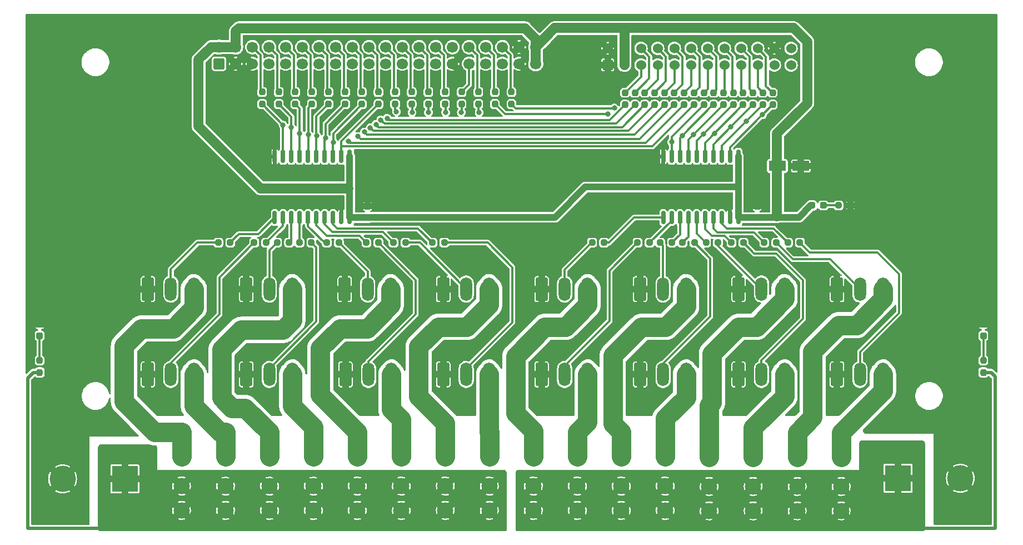
<source format=gbr>
%TF.GenerationSoftware,KiCad,Pcbnew,(6.0.7)*%
%TF.CreationDate,2022-08-13T17:23:49-04:00*%
%TF.ProjectId,PB_16,50425f31-362e-46b6-9963-61645f706362,v2*%
%TF.SameCoordinates,Original*%
%TF.FileFunction,Copper,L1,Top*%
%TF.FilePolarity,Positive*%
%FSLAX46Y46*%
G04 Gerber Fmt 4.6, Leading zero omitted, Abs format (unit mm)*
G04 Created by KiCad (PCBNEW (6.0.7)) date 2022-08-13 17:23:49*
%MOMM*%
%LPD*%
G01*
G04 APERTURE LIST*
G04 Aperture macros list*
%AMRoundRect*
0 Rectangle with rounded corners*
0 $1 Rounding radius*
0 $2 $3 $4 $5 $6 $7 $8 $9 X,Y pos of 4 corners*
0 Add a 4 corners polygon primitive as box body*
4,1,4,$2,$3,$4,$5,$6,$7,$8,$9,$2,$3,0*
0 Add four circle primitives for the rounded corners*
1,1,$1+$1,$2,$3*
1,1,$1+$1,$4,$5*
1,1,$1+$1,$6,$7*
1,1,$1+$1,$8,$9*
0 Add four rect primitives between the rounded corners*
20,1,$1+$1,$2,$3,$4,$5,0*
20,1,$1+$1,$4,$5,$6,$7,0*
20,1,$1+$1,$6,$7,$8,$9,0*
20,1,$1+$1,$8,$9,$2,$3,0*%
G04 Aperture macros list end*
%TA.AperFunction,SMDPad,CuDef*%
%ADD10RoundRect,0.237500X0.237500X-0.300000X0.237500X0.300000X-0.237500X0.300000X-0.237500X-0.300000X0*%
%TD*%
%TA.AperFunction,ComponentPad*%
%ADD11RoundRect,0.250000X-0.650000X-1.550000X0.650000X-1.550000X0.650000X1.550000X-0.650000X1.550000X0*%
%TD*%
%TA.AperFunction,ComponentPad*%
%ADD12O,1.800000X3.600000*%
%TD*%
%TA.AperFunction,ComponentPad*%
%ADD13C,2.475000*%
%TD*%
%TA.AperFunction,SMDPad,CuDef*%
%ADD14RoundRect,0.237500X-0.237500X0.287500X-0.237500X-0.287500X0.237500X-0.287500X0.237500X0.287500X0*%
%TD*%
%TA.AperFunction,SMDPad,CuDef*%
%ADD15RoundRect,0.237500X-0.237500X0.250000X-0.237500X-0.250000X0.237500X-0.250000X0.237500X0.250000X0*%
%TD*%
%TA.AperFunction,SMDPad,CuDef*%
%ADD16RoundRect,0.237500X0.287500X0.237500X-0.287500X0.237500X-0.287500X-0.237500X0.287500X-0.237500X0*%
%TD*%
%TA.AperFunction,ComponentPad*%
%ADD17RoundRect,0.250000X0.600000X-0.600000X0.600000X0.600000X-0.600000X0.600000X-0.600000X-0.600000X0*%
%TD*%
%TA.AperFunction,ComponentPad*%
%ADD18C,1.700000*%
%TD*%
%TA.AperFunction,SMDPad,CuDef*%
%ADD19RoundRect,0.237500X0.250000X0.237500X-0.250000X0.237500X-0.250000X-0.237500X0.250000X-0.237500X0*%
%TD*%
%TA.AperFunction,ComponentPad*%
%ADD20R,4.000000X4.000000*%
%TD*%
%TA.AperFunction,ComponentPad*%
%ADD21C,4.000000*%
%TD*%
%TA.AperFunction,SMDPad,CuDef*%
%ADD22RoundRect,0.150000X-0.150000X0.875000X-0.150000X-0.875000X0.150000X-0.875000X0.150000X0.875000X0*%
%TD*%
%TA.AperFunction,SMDPad,CuDef*%
%ADD23RoundRect,0.237500X-0.250000X-0.237500X0.250000X-0.237500X0.250000X0.237500X-0.250000X0.237500X0*%
%TD*%
%TA.AperFunction,SMDPad,CuDef*%
%ADD24RoundRect,0.237500X0.237500X-0.250000X0.237500X0.250000X-0.237500X0.250000X-0.237500X-0.250000X0*%
%TD*%
%TA.AperFunction,ComponentPad*%
%ADD25R,1.530000X1.530000*%
%TD*%
%TA.AperFunction,ComponentPad*%
%ADD26C,1.530000*%
%TD*%
%TA.AperFunction,SMDPad,CuDef*%
%ADD27RoundRect,0.250000X-1.050000X-0.550000X1.050000X-0.550000X1.050000X0.550000X-1.050000X0.550000X0*%
%TD*%
%TA.AperFunction,ViaPad*%
%ADD28C,0.800000*%
%TD*%
%TA.AperFunction,Conductor*%
%ADD29C,1.000000*%
%TD*%
%TA.AperFunction,Conductor*%
%ADD30C,1.500000*%
%TD*%
%TA.AperFunction,Conductor*%
%ADD31C,0.500000*%
%TD*%
%TA.AperFunction,Conductor*%
%ADD32C,3.000000*%
%TD*%
%TA.AperFunction,Conductor*%
%ADD33C,2.999999*%
%TD*%
%TA.AperFunction,Conductor*%
%ADD34C,0.350000*%
%TD*%
G04 APERTURE END LIST*
D10*
%TO.P,C2,1*%
%TO.N,+5V*%
X181951000Y-105710300D03*
%TO.P,C2,2*%
%TO.N,GND*%
X181951000Y-103985300D03*
%TD*%
D11*
%TO.P,J2,1,Pin_1*%
%TO.N,GND*%
X89100000Y-129600000D03*
D12*
%TO.P,J2,2,Pin_2*%
%TO.N,/Output 1-8/DOUT2*%
X92600000Y-129600000D03*
%TO.P,J2,3,Pin_3*%
%TO.N,/Output 1-8/VOUT2*%
X96100000Y-129600000D03*
%TD*%
D11*
%TO.P,J5,1,Pin_1*%
%TO.N,GND*%
X119100000Y-116600000D03*
D12*
%TO.P,J5,2,Pin_2*%
%TO.N,/Output 1-8/DOUT5*%
X122600000Y-116600000D03*
%TO.P,J5,3,Pin_3*%
%TO.N,/Output 1-8/VOUT5*%
X126100000Y-116600000D03*
%TD*%
D11*
%TO.P,J6,1,Pin_1*%
%TO.N,GND*%
X119214342Y-129600000D03*
D12*
%TO.P,J6,2,Pin_2*%
%TO.N,/Output 1-8/DOUT6*%
X122714342Y-129600000D03*
%TO.P,J6,3,Pin_3*%
%TO.N,/Output 1-8/VOUT6*%
X126214342Y-129600000D03*
%TD*%
D11*
%TO.P,J7,1,Pin_1*%
%TO.N,GND*%
X134100000Y-116600000D03*
D12*
%TO.P,J7,2,Pin_2*%
%TO.N,/Output 1-8/DOUT7*%
X137600000Y-116600000D03*
%TO.P,J7,3,Pin_3*%
%TO.N,/Output 1-8/VOUT7*%
X141100000Y-116600000D03*
%TD*%
D11*
%TO.P,J8,1,Pin_1*%
%TO.N,GND*%
X134100000Y-129600000D03*
D12*
%TO.P,J8,2,Pin_2*%
%TO.N,/Output 1-8/DOUT8*%
X137600000Y-129600000D03*
%TO.P,J8,3,Pin_3*%
%TO.N,/Output 1-8/VOUT8*%
X141100000Y-129600000D03*
%TD*%
D11*
%TO.P,J9,1,Pin_1*%
%TO.N,GND*%
X149100000Y-116600000D03*
D12*
%TO.P,J9,2,Pin_2*%
%TO.N,/Output 9-16/DOUT9*%
X152600000Y-116600000D03*
%TO.P,J9,3,Pin_3*%
%TO.N,/Output 9-16/VOUT9*%
X156100000Y-116600000D03*
%TD*%
D11*
%TO.P,J10,1,Pin_1*%
%TO.N,GND*%
X149100000Y-129600000D03*
D12*
%TO.P,J10,2,Pin_2*%
%TO.N,Net-(J10-Pad2)*%
X152600000Y-129600000D03*
%TO.P,J10,3,Pin_3*%
%TO.N,/Output 9-16/VOUT10*%
X156100000Y-129600000D03*
%TD*%
D11*
%TO.P,J11,1,Pin_1*%
%TO.N,GND*%
X164100000Y-116600000D03*
D12*
%TO.P,J11,2,Pin_2*%
%TO.N,/Output 9-16/DOUT11*%
X167600000Y-116600000D03*
%TO.P,J11,3,Pin_3*%
%TO.N,/Output 9-16/VOUT11*%
X171100000Y-116600000D03*
%TD*%
D11*
%TO.P,J12,1,Pin_1*%
%TO.N,GND*%
X164100000Y-129600000D03*
D12*
%TO.P,J12,2,Pin_2*%
%TO.N,/Output 9-16/DOUT12*%
X167600000Y-129600000D03*
%TO.P,J12,3,Pin_3*%
%TO.N,/Output 9-16/VOUT12*%
X171100000Y-129600000D03*
%TD*%
D11*
%TO.P,J13,1,Pin_1*%
%TO.N,GND*%
X179100000Y-116600000D03*
D12*
%TO.P,J13,2,Pin_2*%
%TO.N,/Output 9-16/DOUT13*%
X182600000Y-116600000D03*
%TO.P,J13,3,Pin_3*%
%TO.N,/Output 9-16/VOUT13*%
X186100000Y-116600000D03*
%TD*%
D11*
%TO.P,J14,1,Pin_1*%
%TO.N,GND*%
X179100000Y-129600000D03*
D12*
%TO.P,J14,2,Pin_2*%
%TO.N,/Output 9-16/DOUT14*%
X182600000Y-129600000D03*
%TO.P,J14,3,Pin_3*%
%TO.N,/Output 9-16/VOUT14*%
X186100000Y-129600000D03*
%TD*%
D11*
%TO.P,J15,1,Pin_1*%
%TO.N,GND*%
X194100000Y-116600000D03*
D12*
%TO.P,J15,2,Pin_2*%
%TO.N,/Output 9-16/DOUT15*%
X197600000Y-116600000D03*
%TO.P,J15,3,Pin_3*%
%TO.N,/Output 9-16/VOUT15*%
X201100000Y-116600000D03*
%TD*%
D11*
%TO.P,J16,1,Pin_1*%
%TO.N,GND*%
X194100000Y-129600000D03*
D12*
%TO.P,J16,2,Pin_2*%
%TO.N,/Output 9-16/DOUT16*%
X197600000Y-129600000D03*
%TO.P,J16,3,Pin_3*%
%TO.N,/Output 9-16/VOUT16*%
X201100000Y-129600000D03*
%TD*%
D13*
%TO.P,F1,1_1,1*%
%TO.N,VIN1*%
X94222600Y-150288600D03*
%TO.P,F1,1_2,1*%
X94222600Y-146588600D03*
%TO.P,F1,2_1,2*%
%TO.N,/Output 1-8/VOUT1*%
X94222600Y-142088600D03*
%TO.P,F1,2_2,2*%
X94222600Y-138388600D03*
%TD*%
%TO.P,F7,1_1,1*%
%TO.N,VIN1*%
X134425198Y-150298600D03*
%TO.P,F7,1_2,1*%
X134425198Y-146598600D03*
%TO.P,F7,2_1,2*%
%TO.N,/Output 1-8/VOUT7*%
X134425198Y-142098600D03*
%TO.P,F7,2_2,2*%
X134425198Y-138398600D03*
%TD*%
%TO.P,F14,1_1,1*%
%TO.N,VIN2*%
X181328229Y-150363600D03*
%TO.P,F14,1_2,1*%
X181328229Y-146663600D03*
%TO.P,F14,2_1,2*%
%TO.N,/Output 9-16/VOUT14*%
X181328229Y-142163600D03*
%TO.P,F14,2_2,2*%
X181328229Y-138463600D03*
%TD*%
D10*
%TO.P,C1,1*%
%TO.N,+5V*%
X122551000Y-105690300D03*
%TO.P,C1,2*%
%TO.N,GND*%
X122551000Y-103965300D03*
%TD*%
D13*
%TO.P,F2,1_1,1*%
%TO.N,VIN1*%
X100923033Y-150303600D03*
%TO.P,F2,1_2,1*%
X100923033Y-146603600D03*
%TO.P,F2,2_1,2*%
%TO.N,/Output 1-8/VOUT2*%
X100923033Y-142103600D03*
%TO.P,F2,2_2,2*%
X100923033Y-138403600D03*
%TD*%
%TO.P,F6,1_1,1*%
%TO.N,VIN1*%
X127724765Y-150298600D03*
%TO.P,F6,1_2,1*%
X127724765Y-146598600D03*
%TO.P,F6,2_1,2*%
%TO.N,/Output 1-8/VOUT6*%
X127724765Y-142098600D03*
%TO.P,F6,2_2,2*%
X127724765Y-138398600D03*
%TD*%
%TO.P,F8,1_1,1*%
%TO.N,VIN1*%
X141125631Y-150298600D03*
%TO.P,F8,1_2,1*%
X141125631Y-146598600D03*
%TO.P,F8,2_1,2*%
%TO.N,/Output 1-8/VOUT8*%
X141125631Y-142098600D03*
%TO.P,F8,2_2,2*%
X141125631Y-138398600D03*
%TD*%
%TO.P,F9,1_1,1*%
%TO.N,VIN2*%
X147826064Y-150298600D03*
%TO.P,F9,1_2,1*%
X147826064Y-146598600D03*
%TO.P,F9,2_1,2*%
%TO.N,/Output 9-16/VOUT9*%
X147826064Y-142098600D03*
%TO.P,F9,2_2,2*%
X147826064Y-138398600D03*
%TD*%
%TO.P,F10,1_1,1*%
%TO.N,VIN2*%
X154526497Y-150298600D03*
%TO.P,F10,1_2,1*%
X154526497Y-146598600D03*
%TO.P,F10,2_1,2*%
%TO.N,/Output 9-16/VOUT10*%
X154526497Y-142098600D03*
%TO.P,F10,2_2,2*%
X154526497Y-138398600D03*
%TD*%
%TO.P,F16,1_1,1*%
%TO.N,VIN2*%
X194729100Y-150363600D03*
%TO.P,F16,1_2,1*%
X194729100Y-146663600D03*
%TO.P,F16,2_1,2*%
%TO.N,/Output 9-16/VOUT16*%
X194729100Y-142163600D03*
%TO.P,F16,2_2,2*%
X194729100Y-138463600D03*
%TD*%
%TO.P,F5,1_1,1*%
%TO.N,VIN1*%
X121024332Y-150298600D03*
%TO.P,F5,1_2,1*%
X121024332Y-146598600D03*
%TO.P,F5,2_1,2*%
%TO.N,/Output 1-8/VOUT5*%
X121024332Y-142098600D03*
%TO.P,F5,2_2,2*%
X121024332Y-138398600D03*
%TD*%
%TO.P,F3,1_1,1*%
%TO.N,VIN1*%
X107623466Y-150303600D03*
%TO.P,F3,1_2,1*%
X107623466Y-146603600D03*
%TO.P,F3,2_1,2*%
%TO.N,/Output 1-8/VOUT3*%
X107623466Y-142103600D03*
%TO.P,F3,2_2,2*%
X107623466Y-138403600D03*
%TD*%
%TO.P,F13,1_1,1*%
%TO.N,VIN2*%
X174627796Y-150363600D03*
%TO.P,F13,1_2,1*%
X174627796Y-146663600D03*
%TO.P,F13,2_1,2*%
%TO.N,/Output 9-16/VOUT13*%
X174627796Y-142163600D03*
%TO.P,F13,2_2,2*%
X174627796Y-138463600D03*
%TD*%
%TO.P,F11,1_1,1*%
%TO.N,VIN2*%
X161226930Y-150298600D03*
%TO.P,F11,1_2,1*%
X161226930Y-146598600D03*
%TO.P,F11,2_1,2*%
%TO.N,/Output 9-16/VOUT11*%
X161226930Y-142098600D03*
%TO.P,F11,2_2,2*%
X161226930Y-138398600D03*
%TD*%
%TO.P,F4,1_1,1*%
%TO.N,VIN1*%
X114323899Y-150303600D03*
%TO.P,F4,1_2,1*%
X114323899Y-146603600D03*
%TO.P,F4,2_1,2*%
%TO.N,/Output 1-8/VOUT4*%
X114323899Y-142103600D03*
%TO.P,F4,2_2,2*%
X114323899Y-138403600D03*
%TD*%
D11*
%TO.P,J1,1,Pin_1*%
%TO.N,GND*%
X89100000Y-116600000D03*
D12*
%TO.P,J1,2,Pin_2*%
%TO.N,/Output 1-8/DOUT1*%
X92600000Y-116600000D03*
%TO.P,J1,3,Pin_3*%
%TO.N,/Output 1-8/VOUT1*%
X96100000Y-116600000D03*
%TD*%
D11*
%TO.P,J3,1,Pin_1*%
%TO.N,GND*%
X104100000Y-116600000D03*
D12*
%TO.P,J3,2,Pin_2*%
%TO.N,/Output 1-8/DOUT3*%
X107600000Y-116600000D03*
%TO.P,J3,3,Pin_3*%
%TO.N,/Output 1-8/VOUT3*%
X111100000Y-116600000D03*
%TD*%
D11*
%TO.P,J4,1,Pin_1*%
%TO.N,GND*%
X104100000Y-129600000D03*
D12*
%TO.P,J4,2,Pin_2*%
%TO.N,/Output 1-8/DOUT4*%
X107600000Y-129600000D03*
%TO.P,J4,3,Pin_3*%
%TO.N,/Output 1-8/VOUT4*%
X111100000Y-129600000D03*
%TD*%
D13*
%TO.P,F15,1_1,1*%
%TO.N,VIN2*%
X188028662Y-150363600D03*
%TO.P,F15,1_2,1*%
X188028662Y-146663600D03*
%TO.P,F15,2_1,2*%
%TO.N,/Output 9-16/VOUT15*%
X188028662Y-142163600D03*
%TO.P,F15,2_2,2*%
X188028662Y-138463600D03*
%TD*%
%TO.P,F12,1_1,1*%
%TO.N,VIN2*%
X167927363Y-150298600D03*
%TO.P,F12,1_2,1*%
X167927363Y-146598600D03*
%TO.P,F12,2_1,2*%
%TO.N,/Output 9-16/VOUT12*%
X167927363Y-142098600D03*
%TO.P,F12,2_2,2*%
X167927363Y-138398600D03*
%TD*%
D14*
%TO.P,D3,1,K*%
%TO.N,GND*%
X72601000Y-121956000D03*
%TO.P,D3,2,A*%
%TO.N,Net-(D3-Pad2)*%
X72601000Y-123706000D03*
%TD*%
D15*
%TO.P,R1,1*%
%TO.N,Net-(D3-Pad2)*%
X72601000Y-127479500D03*
%TO.P,R1,2*%
%TO.N,VIN1*%
X72601000Y-129304500D03*
%TD*%
D16*
%TO.P,D5,1,K*%
%TO.N,Net-(D5-Pad1)*%
X192026000Y-103867800D03*
%TO.P,D5,2,A*%
%TO.N,+5V*%
X190276000Y-103867800D03*
%TD*%
D17*
%TO.P,J19,1,Pin_1*%
%TO.N,unconnected-(J19-Pad1)*%
X99941000Y-82307800D03*
D18*
%TO.P,J19,2,Pin_2*%
%TO.N,+5V*%
X99941000Y-79767800D03*
%TO.P,J19,3,Pin_3*%
%TO.N,GND*%
X102481000Y-82307800D03*
%TO.P,J19,4,Pin_4*%
%TO.N,+5V*%
X102481000Y-79767800D03*
%TO.P,J19,5,Pin_5*%
%TO.N,GND*%
X105021000Y-82307800D03*
%TO.P,J19,6,Pin_6*%
%TO.N,Net-(J19-Pad6)*%
X105021000Y-79767800D03*
%TO.P,J19,7,Pin_7*%
%TO.N,GND*%
X107561000Y-82307800D03*
%TO.P,J19,8,Pin_8*%
%TO.N,Net-(J19-Pad8)*%
X107561000Y-79767800D03*
%TO.P,J19,9,Pin_9*%
%TO.N,GND*%
X110101000Y-82307800D03*
%TO.P,J19,10,Pin_10*%
%TO.N,Net-(J19-Pad10)*%
X110101000Y-79767800D03*
%TO.P,J19,11,Pin_11*%
%TO.N,GND*%
X112641000Y-82307800D03*
%TO.P,J19,12,Pin_12*%
%TO.N,Net-(J19-Pad12)*%
X112641000Y-79767800D03*
%TO.P,J19,13,Pin_13*%
%TO.N,GND*%
X115181000Y-82307800D03*
%TO.P,J19,14,Pin_14*%
%TO.N,Net-(J19-Pad14)*%
X115181000Y-79767800D03*
%TO.P,J19,15,Pin_15*%
%TO.N,GND*%
X117721000Y-82307800D03*
%TO.P,J19,16,Pin_16*%
%TO.N,Net-(J19-Pad16)*%
X117721000Y-79767800D03*
%TO.P,J19,17,Pin_17*%
%TO.N,GND*%
X120261000Y-82307800D03*
%TO.P,J19,18,Pin_18*%
%TO.N,Net-(J19-Pad18)*%
X120261000Y-79767800D03*
%TO.P,J19,19,Pin_19*%
%TO.N,GND*%
X122801000Y-82307800D03*
%TO.P,J19,20,Pin_20*%
%TO.N,Net-(J19-Pad20)*%
X122801000Y-79767800D03*
%TO.P,J19,21,Pin_21*%
%TO.N,GND*%
X125341000Y-82307800D03*
%TO.P,J19,22,Pin_22*%
%TO.N,Net-(J19-Pad22)*%
X125341000Y-79767800D03*
%TO.P,J19,23,Pin_23*%
%TO.N,GND*%
X127881000Y-82307800D03*
%TO.P,J19,24,Pin_24*%
%TO.N,Net-(J19-Pad24)*%
X127881000Y-79767800D03*
%TO.P,J19,25,Pin_25*%
%TO.N,GND*%
X130421000Y-82307800D03*
%TO.P,J19,26,Pin_26*%
%TO.N,Net-(J19-Pad26)*%
X130421000Y-79767800D03*
%TO.P,J19,27,Pin_27*%
%TO.N,GND*%
X132961000Y-82307800D03*
%TO.P,J19,28,Pin_28*%
%TO.N,Net-(J19-Pad28)*%
X132961000Y-79767800D03*
%TO.P,J19,29,Pin_29*%
%TO.N,GND*%
X135501000Y-82307800D03*
%TO.P,J19,30,Pin_30*%
%TO.N,unconnected-(J19-Pad30)*%
X135501000Y-79767800D03*
%TO.P,J19,31,Pin_31*%
%TO.N,Net-(J19-Pad31)*%
X138041000Y-82307800D03*
%TO.P,J19,32,Pin_32*%
%TO.N,Net-(J19-Pad32)*%
X138041000Y-79767800D03*
%TO.P,J19,33,Pin_33*%
%TO.N,GND*%
X140581000Y-82307800D03*
%TO.P,J19,34,Pin_34*%
%TO.N,Net-(J19-Pad34)*%
X140581000Y-79767800D03*
%TO.P,J19,35,Pin_35*%
%TO.N,GND*%
X143121000Y-82307800D03*
%TO.P,J19,36,Pin_36*%
%TO.N,Net-(J19-Pad36)*%
X143121000Y-79767800D03*
%TO.P,J19,37,Pin_37*%
%TO.N,GND*%
X145661000Y-82307800D03*
%TO.P,J19,38,Pin_38*%
X145661000Y-79767800D03*
%TO.P,J19,39,Pin_39*%
%TO.N,+5V*%
X148201000Y-82307800D03*
%TO.P,J19,40,Pin_40*%
X148201000Y-79767800D03*
%TD*%
D19*
%TO.P,R3,1*%
%TO.N,GND*%
X196153500Y-103857800D03*
%TO.P,R3,2*%
%TO.N,Net-(D5-Pad1)*%
X194328500Y-103857800D03*
%TD*%
D20*
%TO.P,J17,1,P1*%
%TO.N,VIN1*%
X85601000Y-145517800D03*
D21*
%TO.P,J17,2,P2*%
%TO.N,GND*%
X76101000Y-145517800D03*
%TD*%
D20*
%TO.P,J18,1,P1*%
%TO.N,VIN2*%
X203401000Y-145417800D03*
D21*
%TO.P,J18,2,P2*%
%TO.N,GND*%
X212901000Y-145417800D03*
%TD*%
D15*
%TO.P,R2,1*%
%TO.N,Net-(D4-Pad2)*%
X216401000Y-127479500D03*
%TO.P,R2,2*%
%TO.N,VIN2*%
X216401000Y-129304500D03*
%TD*%
D14*
%TO.P,D4,1,K*%
%TO.N,GND*%
X216401000Y-121956000D03*
%TO.P,D4,2,A*%
%TO.N,Net-(D4-Pad2)*%
X216401000Y-123706000D03*
%TD*%
D22*
%TO.P,U2,1,A->B*%
%TO.N,+5V*%
X179066000Y-96417800D03*
%TO.P,U2,2,A0*%
%TO.N,OUT32*%
X177796000Y-96417800D03*
%TO.P,U2,3,A1*%
%TO.N,OUT31*%
X176526000Y-96417800D03*
%TO.P,U2,4,A2*%
%TO.N,OUT30*%
X175256000Y-96417800D03*
%TO.P,U2,5,A3*%
%TO.N,OUT29*%
X173986000Y-96417800D03*
%TO.P,U2,6,A4*%
%TO.N,OUT28*%
X172716000Y-96417800D03*
%TO.P,U2,7,A5*%
%TO.N,OUT27*%
X171446000Y-96417800D03*
%TO.P,U2,8,A6*%
%TO.N,OUT26*%
X170176000Y-96417800D03*
%TO.P,U2,9,A7*%
%TO.N,OUT25*%
X168906000Y-96417800D03*
%TO.P,U2,10,GND*%
%TO.N,GND*%
X167636000Y-96417800D03*
%TO.P,U2,11,B7*%
%TO.N,Net-(R12-Pad1)*%
X167636000Y-105717800D03*
%TO.P,U2,12,B6*%
%TO.N,Net-(R13-Pad1)*%
X168906000Y-105717800D03*
%TO.P,U2,13,B5*%
%TO.N,Net-(R14-Pad1)*%
X170176000Y-105717800D03*
%TO.P,U2,14,B4*%
%TO.N,Net-(R15-Pad1)*%
X171446000Y-105717800D03*
%TO.P,U2,15,B3*%
%TO.N,Net-(R16-Pad1)*%
X172716000Y-105717800D03*
%TO.P,U2,16,B2*%
%TO.N,Net-(R17-Pad1)*%
X173986000Y-105717800D03*
%TO.P,U2,17,B1*%
%TO.N,Net-(R18-Pad1)*%
X175256000Y-105717800D03*
%TO.P,U2,18,B0*%
%TO.N,Net-(R19-Pad1)*%
X176526000Y-105717800D03*
%TO.P,U2,19,CE*%
%TO.N,GND*%
X177796000Y-105717800D03*
%TO.P,U2,20,VCC*%
%TO.N,+5V*%
X179066000Y-105717800D03*
%TD*%
%TO.P,U1,1,A->B*%
%TO.N,+5V*%
X119866000Y-96417800D03*
%TO.P,U1,2,A0*%
%TO.N,OUT24*%
X118596000Y-96417800D03*
%TO.P,U1,3,A1*%
%TO.N,OUT23*%
X117326000Y-96417800D03*
%TO.P,U1,4,A2*%
%TO.N,OUT22*%
X116056000Y-96417800D03*
%TO.P,U1,5,A3*%
%TO.N,OUT21*%
X114786000Y-96417800D03*
%TO.P,U1,6,A4*%
%TO.N,OUT20*%
X113516000Y-96417800D03*
%TO.P,U1,7,A5*%
%TO.N,OUT19*%
X112246000Y-96417800D03*
%TO.P,U1,8,A6*%
%TO.N,OUT18*%
X110976000Y-96417800D03*
%TO.P,U1,9,A7*%
%TO.N,OUT17*%
X109706000Y-96417800D03*
%TO.P,U1,10,GND*%
%TO.N,GND*%
X108436000Y-96417800D03*
%TO.P,U1,11,B7*%
%TO.N,Net-(R4-Pad1)*%
X108436000Y-105717800D03*
%TO.P,U1,12,B6*%
%TO.N,Net-(R5-Pad1)*%
X109706000Y-105717800D03*
%TO.P,U1,13,B5*%
%TO.N,Net-(R6-Pad1)*%
X110976000Y-105717800D03*
%TO.P,U1,14,B4*%
%TO.N,Net-(R7-Pad1)*%
X112246000Y-105717800D03*
%TO.P,U1,15,B3*%
%TO.N,Net-(R8-Pad1)*%
X113516000Y-105717800D03*
%TO.P,U1,16,B2*%
%TO.N,Net-(R9-Pad1)*%
X114786000Y-105717800D03*
%TO.P,U1,17,B1*%
%TO.N,Net-(R10-Pad1)*%
X116056000Y-105717800D03*
%TO.P,U1,18,B0*%
%TO.N,Net-(R11-Pad1)*%
X117326000Y-105717800D03*
%TO.P,U1,19,CE*%
%TO.N,GND*%
X118596000Y-105717800D03*
%TO.P,U1,20,VCC*%
%TO.N,+5V*%
X119866000Y-105717800D03*
%TD*%
D19*
%TO.P,R14,1*%
%TO.N,Net-(R14-Pad1)*%
X168963500Y-109542800D03*
%TO.P,R14,2*%
%TO.N,/Output 9-16/DOUT11*%
X167138500Y-109542800D03*
%TD*%
D23*
%TO.P,R19,1*%
%TO.N,Net-(R19-Pad1)*%
X186613500Y-109542800D03*
%TO.P,R19,2*%
%TO.N,/Output 9-16/DOUT16*%
X188438500Y-109542800D03*
%TD*%
D15*
%TO.P,R23,1*%
%TO.N,Net-(J19-Pad12)*%
X114100999Y-86605300D03*
%TO.P,R23,2*%
%TO.N,OUT20*%
X114100999Y-88430300D03*
%TD*%
D24*
%TO.P,R46,1*%
%TO.N,OUT27*%
X176801000Y-88530300D03*
%TO.P,R46,2*%
%TO.N,Net-(J20-Pad15)*%
X176801000Y-86705300D03*
%TD*%
D23*
%TO.P,R11,1*%
%TO.N,Net-(R11-Pad1)*%
X132438500Y-109542800D03*
%TO.P,R11,2*%
%TO.N,/Output 1-8/DOUT8*%
X134263500Y-109542800D03*
%TD*%
D24*
%TO.P,R48,1*%
%TO.N,OUT29*%
X179801000Y-88530300D03*
%TO.P,R48,2*%
%TO.N,Net-(J20-Pad17)*%
X179801000Y-86705300D03*
%TD*%
D15*
%TO.P,R37,1*%
%TO.N,Net-(J20-Pad6)*%
X163301000Y-86705300D03*
%TO.P,R37,2*%
%TO.N,OUT18*%
X163301000Y-88530300D03*
%TD*%
D19*
%TO.P,R13,1*%
%TO.N,Net-(R13-Pad1)*%
X165538500Y-109542800D03*
%TO.P,R13,2*%
%TO.N,Net-(J10-Pad2)*%
X163713500Y-109542800D03*
%TD*%
D24*
%TO.P,R32,1*%
%TO.N,OUT29*%
X136900996Y-88430300D03*
%TO.P,R32,2*%
%TO.N,Net-(J19-Pad31)*%
X136900996Y-86605300D03*
%TD*%
D15*
%TO.P,R33,1*%
%TO.N,Net-(J19-Pad32)*%
X139434329Y-86605300D03*
%TO.P,R33,2*%
%TO.N,OUT30*%
X139434329Y-88430300D03*
%TD*%
%TO.P,R39,1*%
%TO.N,Net-(J20-Pad8)*%
X166301000Y-86705300D03*
%TO.P,R39,2*%
%TO.N,OUT20*%
X166301000Y-88530300D03*
%TD*%
D24*
%TO.P,R36,1*%
%TO.N,OUT17*%
X161801000Y-88530300D03*
%TO.P,R36,2*%
%TO.N,Net-(J20-Pad5)*%
X161801000Y-86705300D03*
%TD*%
D15*
%TO.P,R45,1*%
%TO.N,Net-(J20-Pad14)*%
X175301000Y-86705300D03*
%TO.P,R45,2*%
%TO.N,OUT26*%
X175301000Y-88530300D03*
%TD*%
D25*
%TO.P,J20,1,Pin_1*%
%TO.N,GND*%
X159161000Y-82487800D03*
D26*
%TO.P,J20,2,Pin_2*%
X159161000Y-79947800D03*
%TO.P,J20,3,Pin_3*%
%TO.N,+5V*%
X161701000Y-82487800D03*
%TO.P,J20,4,Pin_4*%
X161701000Y-79947800D03*
%TO.P,J20,5,Pin_5*%
%TO.N,Net-(J20-Pad5)*%
X164241000Y-82487800D03*
%TO.P,J20,6,Pin_6*%
%TO.N,Net-(J20-Pad6)*%
X164241000Y-79947800D03*
%TO.P,J20,7,Pin_7*%
%TO.N,Net-(J20-Pad7)*%
X166781000Y-82487800D03*
%TO.P,J20,8,Pin_8*%
%TO.N,Net-(J20-Pad8)*%
X166781000Y-79947800D03*
%TO.P,J20,9,Pin_9*%
%TO.N,Net-(J20-Pad9)*%
X169321000Y-82487800D03*
%TO.P,J20,10,Pin_10*%
%TO.N,Net-(J20-Pad10)*%
X169321000Y-79947800D03*
%TO.P,J20,11,Pin_11*%
%TO.N,Net-(J20-Pad11)*%
X171861000Y-82487800D03*
%TO.P,J20,12,Pin_12*%
%TO.N,Net-(J20-Pad12)*%
X171861000Y-79947800D03*
%TO.P,J20,13,Pin_13*%
%TO.N,Net-(J20-Pad13)*%
X174401000Y-82487800D03*
%TO.P,J20,14,Pin_14*%
%TO.N,Net-(J20-Pad14)*%
X174401000Y-79947800D03*
%TO.P,J20,15,Pin_15*%
%TO.N,Net-(J20-Pad15)*%
X176941000Y-82487800D03*
%TO.P,J20,16,Pin_16*%
%TO.N,Net-(J20-Pad16)*%
X176941000Y-79947800D03*
%TO.P,J20,17,Pin_17*%
%TO.N,Net-(J20-Pad17)*%
X179481000Y-82487800D03*
%TO.P,J20,18,Pin_18*%
%TO.N,Net-(J20-Pad18)*%
X179481000Y-79947800D03*
%TO.P,J20,19,Pin_19*%
%TO.N,Net-(J20-Pad19)*%
X182021000Y-82487800D03*
%TO.P,J20,20,Pin_20*%
%TO.N,Net-(J20-Pad20)*%
X182021000Y-79947800D03*
%TO.P,J20,21,Pin_21*%
%TO.N,unconnected-(J20-Pad21)*%
X184561000Y-82487800D03*
%TO.P,J20,22,Pin_22*%
%TO.N,GND*%
X184561000Y-79947800D03*
%TO.P,J20,23,Pin_23*%
%TO.N,unconnected-(J20-Pad23)*%
X187101000Y-82487800D03*
%TO.P,J20,24,Pin_24*%
%TO.N,unconnected-(J20-Pad24)*%
X187101000Y-79947800D03*
%TD*%
D15*
%TO.P,R26,1*%
%TO.N,Net-(J19-Pad18)*%
X121700998Y-86605300D03*
%TO.P,R26,2*%
%TO.N,OUT23*%
X121700998Y-88430300D03*
%TD*%
D24*
%TO.P,R42,1*%
%TO.N,OUT23*%
X170801000Y-88530300D03*
%TO.P,R42,2*%
%TO.N,Net-(J20-Pad11)*%
X170801000Y-86705300D03*
%TD*%
D15*
%TO.P,R28,1*%
%TO.N,Net-(J19-Pad22)*%
X126767664Y-86605300D03*
%TO.P,R28,2*%
%TO.N,OUT25*%
X126767664Y-88430300D03*
%TD*%
D19*
%TO.P,R5,1*%
%TO.N,Net-(R5-Pad1)*%
X107123500Y-109542800D03*
%TO.P,R5,2*%
%TO.N,/Output 1-8/DOUT2*%
X105298500Y-109542800D03*
%TD*%
D27*
%TO.P,C3,1*%
%TO.N,+5V*%
X185001000Y-97867800D03*
%TO.P,C3,2*%
%TO.N,GND*%
X188601000Y-97867800D03*
%TD*%
D19*
%TO.P,R6,1*%
%TO.N,Net-(R6-Pad1)*%
X110613500Y-109542800D03*
%TO.P,R6,2*%
%TO.N,/Output 1-8/DOUT3*%
X108788500Y-109542800D03*
%TD*%
D15*
%TO.P,R22,1*%
%TO.N,Net-(J19-Pad10)*%
X111567666Y-86605300D03*
%TO.P,R22,2*%
%TO.N,OUT19*%
X111567666Y-88430300D03*
%TD*%
D24*
%TO.P,R40,1*%
%TO.N,OUT21*%
X167801000Y-88530300D03*
%TO.P,R40,2*%
%TO.N,Net-(J20-Pad9)*%
X167801000Y-86705300D03*
%TD*%
D15*
%TO.P,R25,1*%
%TO.N,Net-(J19-Pad16)*%
X119167665Y-86605300D03*
%TO.P,R25,2*%
%TO.N,OUT22*%
X119167665Y-88430300D03*
%TD*%
D23*
%TO.P,R17,1*%
%TO.N,Net-(R17-Pad1)*%
X178013500Y-109542800D03*
%TO.P,R17,2*%
%TO.N,/Output 9-16/DOUT14*%
X179838500Y-109542800D03*
%TD*%
D15*
%TO.P,R20,1*%
%TO.N,Net-(J19-Pad6)*%
X106501000Y-86605300D03*
%TO.P,R20,2*%
%TO.N,OUT17*%
X106501000Y-88430300D03*
%TD*%
%TO.P,R49,1*%
%TO.N,Net-(J20-Pad18)*%
X181301000Y-86705300D03*
%TO.P,R49,2*%
%TO.N,OUT30*%
X181301000Y-88530300D03*
%TD*%
D23*
%TO.P,R7,1*%
%TO.N,Net-(R7-Pad1)*%
X112188500Y-109542800D03*
%TO.P,R7,2*%
%TO.N,/Output 1-8/DOUT4*%
X114013500Y-109542800D03*
%TD*%
%TO.P,R8,1*%
%TO.N,Net-(R8-Pad1)*%
X116368500Y-109542800D03*
%TO.P,R8,2*%
%TO.N,/Output 1-8/DOUT5*%
X118193500Y-109542800D03*
%TD*%
D15*
%TO.P,R21,1*%
%TO.N,Net-(J19-Pad8)*%
X109034333Y-86605300D03*
%TO.P,R21,2*%
%TO.N,OUT18*%
X109034333Y-88430300D03*
%TD*%
%TO.P,R35,1*%
%TO.N,Net-(J19-Pad36)*%
X144501000Y-86605300D03*
%TO.P,R35,2*%
%TO.N,OUT32*%
X144501000Y-88430300D03*
%TD*%
%TO.P,R51,1*%
%TO.N,Net-(J20-Pad20)*%
X184301000Y-86705300D03*
%TO.P,R51,2*%
%TO.N,OUT32*%
X184301000Y-88530300D03*
%TD*%
D23*
%TO.P,R16,1*%
%TO.N,Net-(R16-Pad1)*%
X174138500Y-109542800D03*
%TO.P,R16,2*%
%TO.N,/Output 9-16/DOUT13*%
X175963500Y-109542800D03*
%TD*%
D15*
%TO.P,R27,1*%
%TO.N,Net-(J19-Pad20)*%
X124234331Y-86605300D03*
%TO.P,R27,2*%
%TO.N,OUT24*%
X124234331Y-88430300D03*
%TD*%
%TO.P,R31,1*%
%TO.N,Net-(J19-Pad28)*%
X134367663Y-86605300D03*
%TO.P,R31,2*%
%TO.N,OUT28*%
X134367663Y-88430300D03*
%TD*%
D23*
%TO.P,R15,1*%
%TO.N,Net-(R15-Pad1)*%
X170538500Y-109542800D03*
%TO.P,R15,2*%
%TO.N,/Output 9-16/DOUT12*%
X172363500Y-109542800D03*
%TD*%
D15*
%TO.P,R41,1*%
%TO.N,Net-(J20-Pad10)*%
X169301000Y-86705300D03*
%TO.P,R41,2*%
%TO.N,OUT22*%
X169301000Y-88530300D03*
%TD*%
%TO.P,R24,1*%
%TO.N,Net-(J19-Pad14)*%
X116634332Y-86605300D03*
%TO.P,R24,2*%
%TO.N,OUT21*%
X116634332Y-88430300D03*
%TD*%
D19*
%TO.P,R12,1*%
%TO.N,Net-(R12-Pad1)*%
X158613500Y-109542800D03*
%TO.P,R12,2*%
%TO.N,/Output 9-16/DOUT9*%
X156788500Y-109542800D03*
%TD*%
D23*
%TO.P,R9,1*%
%TO.N,Net-(R9-Pad1)*%
X122388500Y-109542800D03*
%TO.P,R9,2*%
%TO.N,/Output 1-8/DOUT6*%
X124213500Y-109542800D03*
%TD*%
D24*
%TO.P,R50,1*%
%TO.N,OUT31*%
X182801000Y-88530300D03*
%TO.P,R50,2*%
%TO.N,Net-(J20-Pad19)*%
X182801000Y-86705300D03*
%TD*%
D23*
%TO.P,R10,1*%
%TO.N,Net-(R10-Pad1)*%
X126528500Y-109542800D03*
%TO.P,R10,2*%
%TO.N,/Output 1-8/DOUT7*%
X128353500Y-109542800D03*
%TD*%
D15*
%TO.P,R47,1*%
%TO.N,Net-(J20-Pad16)*%
X178301000Y-86705300D03*
%TO.P,R47,2*%
%TO.N,OUT28*%
X178301000Y-88530300D03*
%TD*%
%TO.P,R30,1*%
%TO.N,Net-(J19-Pad26)*%
X131834330Y-86605300D03*
%TO.P,R30,2*%
%TO.N,OUT27*%
X131834330Y-88430300D03*
%TD*%
D19*
%TO.P,R4,1*%
%TO.N,Net-(R4-Pad1)*%
X101653500Y-109542800D03*
%TO.P,R4,2*%
%TO.N,/Output 1-8/DOUT1*%
X99828500Y-109542800D03*
%TD*%
D23*
%TO.P,R18,1*%
%TO.N,Net-(R18-Pad1)*%
X183013500Y-109542800D03*
%TO.P,R18,2*%
%TO.N,/Output 9-16/DOUT15*%
X184838500Y-109542800D03*
%TD*%
D15*
%TO.P,R29,1*%
%TO.N,Net-(J19-Pad24)*%
X129300997Y-86605300D03*
%TO.P,R29,2*%
%TO.N,OUT26*%
X129300997Y-88430300D03*
%TD*%
%TO.P,R43,1*%
%TO.N,Net-(J20-Pad12)*%
X172301000Y-86705300D03*
%TO.P,R43,2*%
%TO.N,OUT24*%
X172301000Y-88530300D03*
%TD*%
D24*
%TO.P,R44,1*%
%TO.N,OUT25*%
X173801000Y-88530300D03*
%TO.P,R44,2*%
%TO.N,Net-(J20-Pad13)*%
X173801000Y-86705300D03*
%TD*%
D15*
%TO.P,R34,1*%
%TO.N,Net-(J19-Pad34)*%
X141967662Y-86605300D03*
%TO.P,R34,2*%
%TO.N,OUT31*%
X141967662Y-88430300D03*
%TD*%
D24*
%TO.P,R38,1*%
%TO.N,OUT19*%
X164801000Y-88530300D03*
%TO.P,R38,2*%
%TO.N,Net-(J20-Pad7)*%
X164801000Y-86705300D03*
%TD*%
D28*
%TO.N,GND*%
X98651000Y-119967800D03*
X158001000Y-121017800D03*
X177151000Y-98867800D03*
X203701000Y-111817800D03*
X115051000Y-75317800D03*
X216301000Y-108217800D03*
X123351000Y-110667800D03*
X140976000Y-89592800D03*
X73051000Y-101717800D03*
X142901000Y-96192800D03*
X167626000Y-94542800D03*
X183201000Y-92817800D03*
X84551000Y-110217800D03*
X133601000Y-107867800D03*
X100901000Y-75492800D03*
X110351000Y-88292800D03*
X128976000Y-95992800D03*
X156901000Y-102817800D03*
X142151000Y-126167800D03*
X124131000Y-103937800D03*
X179401000Y-110867800D03*
X136551000Y-103417800D03*
X197601000Y-103887800D03*
X216301000Y-86217800D03*
X191901000Y-87792800D03*
X136551000Y-96217800D03*
X190901000Y-97167800D03*
X153676000Y-88017800D03*
X105026000Y-87717800D03*
X104301000Y-101592800D03*
X173301000Y-114717800D03*
X108351000Y-103067800D03*
X107776000Y-87792800D03*
X180101000Y-94317800D03*
X90801000Y-80217800D03*
X125501000Y-88692800D03*
X81113000Y-138429800D03*
X148776000Y-75517800D03*
X165841000Y-96427800D03*
X138276000Y-89642800D03*
X144901000Y-107667800D03*
X182261000Y-98197800D03*
X157701000Y-96092800D03*
X150551000Y-103467800D03*
X123001000Y-87867800D03*
X186726000Y-75217800D03*
X116301000Y-111017800D03*
X216341000Y-120257800D03*
X203251000Y-137767800D03*
X115376000Y-88267800D03*
X108351000Y-98867800D03*
X189901000Y-99467800D03*
X73301000Y-109217800D03*
X105176000Y-111117800D03*
X95301000Y-84067800D03*
X188651000Y-99467800D03*
X187451000Y-99467800D03*
X216801000Y-99717800D03*
X196261000Y-105317800D03*
X134901000Y-111217800D03*
X203041000Y-122727800D03*
X150576000Y-96142800D03*
X182291000Y-96117800D03*
X165251000Y-102817800D03*
X117901000Y-88192800D03*
X176151000Y-103067800D03*
X201301000Y-89217800D03*
X201051000Y-79967800D03*
X73051000Y-87717800D03*
X135676000Y-89467800D03*
X72581000Y-120427800D03*
X181191000Y-102307800D03*
X190901000Y-98467800D03*
X175720610Y-111220220D03*
X152531000Y-110287800D03*
X95001000Y-91392800D03*
X185851000Y-88667800D03*
X108301000Y-93167800D03*
X161326000Y-75192800D03*
X187351000Y-103267800D03*
X182741000Y-102307800D03*
X118151000Y-103267800D03*
X104951000Y-105467800D03*
X207605000Y-137413800D03*
X139701000Y-111017800D03*
X98451000Y-114417800D03*
X157951000Y-112417800D03*
X187101000Y-84692800D03*
X187501000Y-96217800D03*
X99376000Y-90992800D03*
X187551000Y-120517800D03*
X151801000Y-107417800D03*
X160326000Y-87792800D03*
X112851000Y-88192800D03*
X106551000Y-96267800D03*
X133176000Y-89492800D03*
X122541000Y-102417800D03*
X167551000Y-98667800D03*
X122951000Y-96042800D03*
X128651000Y-119967800D03*
X168351000Y-125267800D03*
X189901000Y-96217800D03*
X120401000Y-88342800D03*
X75021000Y-121847800D03*
X103301000Y-95567800D03*
X142751000Y-121517800D03*
X146251000Y-88017800D03*
X170031000Y-111067800D03*
X128801000Y-111217800D03*
X157851000Y-104867800D03*
X111301000Y-111192800D03*
X188976000Y-91817800D03*
X190101000Y-113267800D03*
X160581000Y-110117800D03*
X190581000Y-106587800D03*
X188701000Y-96217800D03*
X191576000Y-82117800D03*
X128026000Y-89417800D03*
X143226000Y-88142800D03*
X83145000Y-138429800D03*
X191601000Y-77542800D03*
X208351000Y-101267800D03*
X98901000Y-96367800D03*
X73301000Y-94217800D03*
X131351000Y-75317800D03*
X199751000Y-137867800D03*
X103354905Y-109261705D03*
X90301000Y-88217800D03*
X200301000Y-125217800D03*
X130576000Y-89517800D03*
X177551000Y-103067800D03*
X85177000Y-138429800D03*
X77551000Y-133217800D03*
X142751000Y-103717800D03*
X196181000Y-102367800D03*
X96801000Y-78267800D03*
X91651000Y-109267800D03*
X143781000Y-110187800D03*
X117951000Y-98667800D03*
X214771000Y-121997800D03*
%TO.N,OUT32*%
X182769750Y-90061550D03*
X160176000Y-89017800D03*
%TO.N,OUT31*%
X159226000Y-89992800D03*
X180294750Y-91036550D03*
%TO.N,OUT23*%
X119686155Y-94102955D03*
X117372409Y-94246801D03*
%TO.N,OUT30*%
X139576000Y-89717800D03*
X177932250Y-91899050D03*
%TO.N,OUT22*%
X116151000Y-93567800D03*
X121101000Y-93367300D03*
%TO.N,OUT21*%
X122076000Y-92692300D03*
X114801000Y-93242800D03*
%TO.N,OUT20*%
X113526000Y-93067800D03*
X122992421Y-92043722D03*
%TO.N,OUT27*%
X131851000Y-89692800D03*
X172207250Y-93124050D03*
%TO.N,OUT19*%
X123848237Y-91527404D03*
X112246000Y-92922800D03*
%TO.N,OUT26*%
X129351000Y-89717800D03*
X170538500Y-93243298D03*
%TO.N,OUT18*%
X110976000Y-92017800D03*
X124576000Y-90842300D03*
%TO.N,OUT25*%
X168906000Y-94222800D03*
X126976000Y-89592800D03*
%TO.N,OUT17*%
X109706000Y-91635300D03*
X125551000Y-90592800D03*
%TO.N,OUT29*%
X175419750Y-92911550D03*
X136851000Y-89692800D03*
%TO.N,OUT28*%
X134476000Y-89717800D03*
X173751000Y-93017800D03*
%TD*%
D29*
%TO.N,+5V*%
X179066000Y-103382800D02*
X179066000Y-105717800D01*
X119866000Y-96417800D02*
X119866000Y-101052800D01*
D30*
X98738919Y-79767800D02*
X96826000Y-81680719D01*
X161701000Y-76907800D02*
X161701000Y-79947800D01*
X189561000Y-78937800D02*
X189561000Y-88307800D01*
X148201000Y-78546486D02*
X146547314Y-76892800D01*
X159702873Y-76867800D02*
X151101000Y-76867800D01*
D29*
X119866000Y-105717800D02*
X122526000Y-105717800D01*
X119866000Y-101052800D02*
X119651000Y-101267800D01*
X122526000Y-105717800D02*
X122551000Y-105692800D01*
D30*
X151101000Y-76867800D02*
X148201000Y-79767800D01*
X96826000Y-81680719D02*
X96826000Y-91792800D01*
X146547314Y-76892800D02*
X102966000Y-76892800D01*
X159702873Y-76867800D02*
X187491000Y-76867800D01*
D29*
X119866000Y-101482800D02*
X119651000Y-101267800D01*
X179066000Y-96417800D02*
X179066000Y-103382800D01*
D30*
X99941000Y-79767800D02*
X98738919Y-79767800D01*
X102966000Y-76892800D02*
X102481000Y-77377800D01*
X148201000Y-79767800D02*
X148201000Y-78546486D01*
D29*
X179066000Y-105717800D02*
X184726000Y-105717800D01*
X179066000Y-101067800D02*
X179066000Y-103382800D01*
D30*
X161701000Y-82487800D02*
X161701000Y-79947800D01*
D29*
X155751000Y-101067800D02*
X179066000Y-101067800D01*
D30*
X102481000Y-79767800D02*
X99941000Y-79767800D01*
D29*
X184726000Y-105717800D02*
X184951000Y-105492800D01*
D30*
X161661000Y-76867800D02*
X161701000Y-76907800D01*
X102481000Y-77377800D02*
X102481000Y-79767800D01*
X148201000Y-82307800D02*
X148201000Y-79767800D01*
D29*
X119866000Y-105717800D02*
X119866000Y-101482800D01*
X151126000Y-105692800D02*
X155751000Y-101067800D01*
D30*
X96826000Y-91792800D02*
X106301000Y-101267800D01*
D29*
X190126000Y-103867800D02*
X188301000Y-105692800D01*
X188301000Y-105692800D02*
X185151000Y-105692800D01*
D30*
X184951000Y-92917800D02*
X184951000Y-105492800D01*
X187491000Y-76867800D02*
X189561000Y-78937800D01*
D29*
X122551000Y-105692800D02*
X151126000Y-105692800D01*
X185151000Y-105692800D02*
X184951000Y-105492800D01*
D30*
X106301000Y-101267800D02*
X119651000Y-101267800D01*
X159702873Y-76867800D02*
X161661000Y-76867800D01*
X189561000Y-88307800D02*
X184951000Y-92917800D01*
D31*
%TO.N,VIN1*%
X70776010Y-130142790D02*
X70776010Y-153040805D01*
X70776010Y-153040805D02*
X82757839Y-153040960D01*
X85601000Y-150197800D02*
X85601000Y-145517800D01*
X82757839Y-153040960D02*
X85601000Y-150197800D01*
X71614300Y-129304500D02*
X70776010Y-130142790D01*
X72601000Y-129304500D02*
X71614300Y-129304500D01*
D32*
%TO.N,/Output 1-8/VOUT1*%
X96100000Y-119449000D02*
X96100000Y-116600000D01*
X90102600Y-138388600D02*
X94222600Y-138388600D01*
X85460000Y-125240000D02*
X85460000Y-133746000D01*
X85460000Y-133746000D02*
X90102600Y-138388600D01*
X94222600Y-138388600D02*
X94222600Y-142088600D01*
X92949000Y-122600000D02*
X96100000Y-119449000D01*
D33*
X88100000Y-122600000D02*
X85460000Y-125240000D01*
D32*
X88100000Y-122600000D02*
X92949000Y-122600000D01*
%TO.N,/Output 1-8/VOUT2*%
X100923033Y-142103600D02*
X100923033Y-138403600D01*
X100103600Y-138403600D02*
X96100000Y-134400000D01*
X100923033Y-138403600D02*
X100103600Y-138403600D01*
X96100000Y-134400000D02*
X96100000Y-129600000D01*
%TO.N,/Output 1-8/VOUT3*%
X101901000Y-134717800D02*
X103937666Y-134717800D01*
X109686400Y-122813600D02*
X103312600Y-122813600D01*
X111100000Y-121400000D02*
X109686400Y-122813600D01*
X103937666Y-134717800D02*
X107623466Y-138403600D01*
X111100000Y-116600000D02*
X111100000Y-121400000D01*
X103312600Y-122813600D02*
X100330000Y-125796200D01*
X100330000Y-125796200D02*
X100330000Y-133146800D01*
X100330000Y-133146800D02*
X101901000Y-134717800D01*
X107623466Y-142103600D02*
X107623466Y-138403600D01*
%TO.N,/Output 1-8/VOUT4*%
X111100000Y-129600000D02*
X111100000Y-134400000D01*
X111100000Y-134400000D02*
X114323899Y-137623899D01*
X114323899Y-137623899D02*
X114323899Y-138403600D01*
X114323899Y-142103600D02*
X114323899Y-138403600D01*
%TO.N,/Output 1-8/VOUT5*%
X121024332Y-142098600D02*
X121024332Y-138398600D01*
X126100000Y-119026200D02*
X122526200Y-122600000D01*
X126100000Y-116600000D02*
X126100000Y-119026200D01*
X122526200Y-122600000D02*
X118350000Y-122600000D01*
X118350000Y-122600000D02*
X115350000Y-125600000D01*
X115350000Y-132724268D02*
X121024332Y-138398600D01*
X115350000Y-125600000D02*
X115350000Y-132724268D01*
%TO.N,/Output 1-8/VOUT6*%
X126214342Y-134940342D02*
X126214342Y-129600000D01*
X127724765Y-138398600D02*
X127724765Y-136450765D01*
X127724765Y-138398600D02*
X127724765Y-142098600D01*
X127724765Y-136450765D02*
X126214342Y-134940342D01*
%TO.N,/Output 1-8/VOUT7*%
X134425198Y-137031198D02*
X134425198Y-138398600D01*
X134425198Y-138398600D02*
X134425198Y-142098600D01*
X137726200Y-122350000D02*
X133350000Y-122350000D01*
X141100000Y-116600000D02*
X141100000Y-118976200D01*
X141100000Y-118976200D02*
X137726200Y-122350000D01*
X130350000Y-125350000D02*
X130350000Y-132956000D01*
X133350000Y-122350000D02*
X130350000Y-125350000D01*
X130350000Y-132956000D02*
X134425198Y-137031198D01*
D31*
%TO.N,VIN2*%
X205453811Y-153042611D02*
X203401000Y-150989800D01*
X203401000Y-150989800D02*
X203401000Y-145417800D01*
X216401000Y-129304500D02*
X217587700Y-129304500D01*
X218221581Y-136938381D02*
X218225838Y-153042776D01*
X217587700Y-129304500D02*
X218225990Y-129942790D01*
X218225838Y-153042776D02*
X205453811Y-153042611D01*
X218225990Y-136933972D02*
X218221581Y-136938381D01*
X218225990Y-129942790D02*
X218225990Y-136933972D01*
D32*
%TO.N,/Output 1-8/VOUT8*%
X141100000Y-138372969D02*
X141125631Y-138398600D01*
X141100000Y-129600000D02*
X141100000Y-138372969D01*
X141125631Y-138398600D02*
X141125631Y-142098600D01*
%TO.N,/Output 9-16/VOUT9*%
X149576200Y-122350000D02*
X152726200Y-122350000D01*
X145100000Y-126826200D02*
X149576200Y-122350000D01*
X147826064Y-138398600D02*
X147826064Y-142098600D01*
X152726200Y-122350000D02*
X156100000Y-118976200D01*
X156100000Y-118976200D02*
X156100000Y-116600000D01*
X147826064Y-138398600D02*
X147826064Y-138222064D01*
X145100000Y-135496000D02*
X145100000Y-126826200D01*
X147826064Y-138222064D02*
X145100000Y-135496000D01*
%TO.N,/Output 9-16/VOUT10*%
X156100000Y-136825097D02*
X156100000Y-129600000D01*
X154526497Y-138398600D02*
X156100000Y-136825097D01*
X154526497Y-138398600D02*
X154526497Y-142098600D01*
%TO.N,/Output 9-16/VOUT11*%
X159942600Y-126718600D02*
X164311200Y-122350000D01*
X161226930Y-142098600D02*
X161226930Y-138398600D01*
X159942600Y-137114270D02*
X159942600Y-126718600D01*
X168026200Y-122350000D02*
X171100000Y-119276200D01*
X161226930Y-138398600D02*
X159942600Y-137114270D01*
X164311200Y-122350000D02*
X168026200Y-122350000D01*
X171100000Y-119276200D02*
X171100000Y-116600000D01*
%TO.N,/Output 9-16/VOUT12*%
X171100000Y-133124700D02*
X171100000Y-129600000D01*
X167927363Y-138398600D02*
X167927363Y-142098600D01*
X167927363Y-138398600D02*
X167927363Y-136297337D01*
X167927363Y-136297337D02*
X171100000Y-133124700D01*
%TO.N,/Output 9-16/VOUT13*%
X175047600Y-126413600D02*
X179111200Y-122350000D01*
X174627796Y-138463600D02*
X174627796Y-134333315D01*
X174627796Y-134333315D02*
X175047600Y-133913511D01*
X186100000Y-118101233D02*
X186100000Y-116600000D01*
X174627796Y-142163600D02*
X174627796Y-138463600D01*
X181851233Y-122350000D02*
X186100000Y-118101233D01*
X175047600Y-133913511D02*
X175047600Y-126413600D01*
X179111200Y-122350000D02*
X181851233Y-122350000D01*
%TO.N,/Output 9-16/VOUT14*%
X181328229Y-138463600D02*
X181328229Y-142163600D01*
X181328229Y-137732971D02*
X186100000Y-132961200D01*
X186100000Y-132961200D02*
X186100000Y-129600000D01*
X181328229Y-138463600D02*
X181328229Y-137732971D01*
%TO.N,/Output 9-16/VOUT15*%
X194361200Y-122100000D02*
X197101232Y-122100000D01*
X188028662Y-138463600D02*
X190378599Y-136113663D01*
D33*
X201100000Y-118101232D02*
X197101232Y-122100000D01*
D32*
X190378599Y-136113663D02*
X190378599Y-126082601D01*
D33*
X201100000Y-116600000D02*
X201100000Y-118101232D01*
D32*
X188028662Y-138463600D02*
X188028662Y-142163600D01*
X190378599Y-126082601D02*
X194361200Y-122100000D01*
%TO.N,/Output 9-16/VOUT16*%
X194729100Y-142163600D02*
X194729100Y-138463600D01*
X194729100Y-138463600D02*
X201100000Y-132092700D01*
X201100000Y-132092700D02*
X201100000Y-129600000D01*
D34*
%TO.N,/Output 1-8/DOUT1*%
X92600000Y-113588800D02*
X96646000Y-109542800D01*
X92600000Y-118200000D02*
X92600000Y-113588800D01*
X96646000Y-109542800D02*
X99828500Y-109542800D01*
%TO.N,/Output 1-8/DOUT2*%
X92600000Y-127876200D02*
X92600000Y-129600000D01*
X100025000Y-114816300D02*
X100025000Y-120451200D01*
X100025000Y-120451200D02*
X92600000Y-127876200D01*
X105298500Y-109542800D02*
X100025000Y-114816300D01*
%TO.N,/Output 1-8/DOUT3*%
X107600000Y-116600000D02*
X107600000Y-110731300D01*
X107600000Y-110731300D02*
X108788500Y-109542800D01*
%TO.N,/Output 1-8/DOUT4*%
X107600000Y-128700000D02*
X107600000Y-129600000D01*
X114762600Y-121537400D02*
X107600000Y-128700000D01*
X114762600Y-110291900D02*
X114762600Y-121537400D01*
X114013500Y-109542800D02*
X114762600Y-110291900D01*
%TO.N,/Output 1-8/DOUT5*%
X118193500Y-109542800D02*
X122600000Y-113949300D01*
X122600000Y-113949300D02*
X122600000Y-116600000D01*
%TO.N,/Output 1-8/DOUT6*%
X124213500Y-109542800D02*
X129912600Y-115241900D01*
X129912600Y-115241900D02*
X129912600Y-120413600D01*
X129912600Y-120413600D02*
X122714342Y-127611858D01*
X122714342Y-127611858D02*
X122714342Y-129600000D01*
%TO.N,/Output 1-8/DOUT7*%
X128353500Y-109542800D02*
X130542800Y-109542800D01*
X130542800Y-109542800D02*
X137600000Y-116600000D01*
%TO.N,/Output 1-8/DOUT8*%
X144612600Y-113279400D02*
X144612600Y-121687400D01*
X137600000Y-128700000D02*
X137600000Y-129600000D01*
X140876000Y-109542800D02*
X144612600Y-113279400D01*
X134263500Y-109542800D02*
X140876000Y-109542800D01*
X144612600Y-121687400D02*
X137600000Y-128700000D01*
%TO.N,/Output 9-16/DOUT9*%
X156788500Y-109542800D02*
X156751000Y-109542800D01*
X152600000Y-113693800D02*
X152600000Y-116600000D01*
X156751000Y-109542800D02*
X152600000Y-113693800D01*
%TO.N,/Output 9-16/DOUT11*%
X167576000Y-109980300D02*
X167576000Y-116576000D01*
X167576000Y-116576000D02*
X167600000Y-116600000D01*
X167138500Y-109542800D02*
X167576000Y-109980300D01*
%TO.N,/Output 9-16/DOUT12*%
X167600000Y-129600000D02*
X167600000Y-127972800D01*
X174762600Y-111941900D02*
X172363500Y-109542800D01*
X167600000Y-127972800D02*
X174762600Y-120810200D01*
X174762600Y-120810200D02*
X174762600Y-111941900D01*
X167600000Y-127975928D02*
X167600000Y-129600000D01*
%TO.N,/Output 9-16/DOUT13*%
X175963500Y-109542800D02*
X175963500Y-110030300D01*
X175963500Y-110030300D02*
X182533200Y-116600000D01*
X182533200Y-116600000D02*
X182600000Y-116600000D01*
%TO.N,/Output 9-16/DOUT14*%
X181488500Y-111192800D02*
X179838500Y-109542800D01*
X188912600Y-121137400D02*
X188912600Y-115293600D01*
X182600000Y-129600000D02*
X182600000Y-127450000D01*
X182600000Y-127450000D02*
X188912600Y-121137400D01*
X188912600Y-115293600D02*
X184811800Y-111192800D01*
X184811800Y-111192800D02*
X181488500Y-111192800D01*
%TO.N,/Output 9-16/DOUT15*%
X184838500Y-109542800D02*
X187359300Y-112063600D01*
X193063600Y-112063600D02*
X197600000Y-116600000D01*
X187359300Y-112063600D02*
X193063600Y-112063600D01*
%TO.N,/Output 9-16/DOUT16*%
X200275400Y-111045400D02*
X203526600Y-114296600D01*
X188438500Y-109542800D02*
X189941100Y-111045400D01*
X203526600Y-120240200D02*
X197600000Y-126166800D01*
X197600000Y-126166800D02*
X197600000Y-129600000D01*
X189941100Y-111045400D02*
X200275400Y-111045400D01*
X203526600Y-114296600D02*
X203526600Y-120240200D01*
%TO.N,OUT32*%
X184301000Y-88530300D02*
X182769750Y-90061550D01*
X160126000Y-89067800D02*
X160176000Y-89017800D01*
X182769750Y-90061550D02*
X177796000Y-95035300D01*
X144501000Y-88430300D02*
X145138500Y-89067800D01*
X145138500Y-89067800D02*
X160126000Y-89067800D01*
X177796000Y-95035300D02*
X177796000Y-96417800D01*
%TO.N,OUT24*%
X118596000Y-94097800D02*
X118596000Y-94937800D01*
X118640687Y-94893113D02*
X118596000Y-94937800D01*
X165938187Y-94893113D02*
X118640687Y-94893113D01*
X118596000Y-94937800D02*
X118596000Y-96417800D01*
X124234331Y-88459469D02*
X118596000Y-94097800D01*
X172301000Y-88530300D02*
X165938187Y-94893113D01*
X124234331Y-88430300D02*
X124234331Y-88459469D01*
%TO.N,OUT31*%
X143530162Y-89992800D02*
X159226000Y-89992800D01*
X176526000Y-94805300D02*
X176526000Y-96417800D01*
X141967662Y-88430300D02*
X143530162Y-89992800D01*
X182801000Y-88530300D02*
X176526000Y-94805300D01*
%TO.N,OUT23*%
X170801000Y-88530300D02*
X164987688Y-94343612D01*
X117326000Y-96417800D02*
X117326000Y-94293210D01*
X117372409Y-92877640D02*
X117372409Y-94246801D01*
X121700998Y-88430300D02*
X121700998Y-88549051D01*
X164987688Y-94343612D02*
X119926812Y-94343612D01*
X119926812Y-94343612D02*
X119686155Y-94102955D01*
X121700998Y-88549051D02*
X117372409Y-92877640D01*
X117326000Y-94293210D02*
X117372409Y-94246801D01*
%TO.N,OUT30*%
X181301000Y-88530300D02*
X177932250Y-91899050D01*
X177932250Y-91899050D02*
X175256000Y-94575300D01*
X139451000Y-89592800D02*
X139576000Y-89717800D01*
X139434329Y-88430300D02*
X139451000Y-88446971D01*
X139451000Y-88446971D02*
X139451000Y-89592800D01*
X175256000Y-94575300D02*
X175256000Y-96417800D01*
%TO.N,OUT22*%
X121527811Y-93794111D02*
X121101000Y-93367300D01*
X119167665Y-88430300D02*
X116151000Y-91446965D01*
X169301000Y-88530300D02*
X164037189Y-93794111D01*
X164037189Y-93794111D02*
X121527811Y-93794111D01*
X116151000Y-91446965D02*
X116151000Y-93567800D01*
X116056000Y-93662800D02*
X116151000Y-93567800D01*
X116056000Y-96417800D02*
X116056000Y-93662800D01*
%TO.N,OUT21*%
X163287003Y-93044297D02*
X122427997Y-93044297D01*
X122427997Y-93044297D02*
X122076000Y-92692300D01*
X116634332Y-88430300D02*
X114786000Y-90278632D01*
X114786000Y-90278632D02*
X114786000Y-96417800D01*
X167801000Y-88530300D02*
X163287003Y-93044297D01*
%TO.N,OUT20*%
X166301000Y-88530300D02*
X162336504Y-92494796D01*
X162336504Y-92494796D02*
X123443495Y-92494796D01*
X123443495Y-92494796D02*
X122992421Y-92043722D01*
X114100999Y-88430300D02*
X113526000Y-89005299D01*
X113526000Y-93067800D02*
X113526000Y-96407800D01*
X113526000Y-96407800D02*
X113516000Y-96417800D01*
X113526000Y-89005299D02*
X113526000Y-93067800D01*
%TO.N,OUT27*%
X176801000Y-88530300D02*
X171446000Y-93885300D01*
X131851000Y-88446970D02*
X131851000Y-89692800D01*
X131834330Y-88430300D02*
X131851000Y-88446970D01*
X171446000Y-93885300D02*
X171446000Y-96417800D01*
%TO.N,OUT19*%
X112246000Y-89108634D02*
X112246000Y-96417800D01*
X164801000Y-88530300D02*
X161386005Y-91945295D01*
X161386005Y-91945295D02*
X124266128Y-91945295D01*
X111567666Y-88430300D02*
X112246000Y-89108634D01*
X124266128Y-91945295D02*
X123848237Y-91527404D01*
%TO.N,OUT26*%
X170176000Y-96417800D02*
X170176000Y-93605798D01*
X129351000Y-88480303D02*
X129351000Y-89717800D01*
X175238500Y-88530300D02*
X170538500Y-93230300D01*
X175301000Y-88530300D02*
X175238500Y-88530300D01*
X170538500Y-93230300D02*
X170538500Y-93243298D01*
X129300997Y-88430300D02*
X129351000Y-88480303D01*
X170176000Y-93605798D02*
X170538500Y-93243298D01*
%TO.N,OUT18*%
X110976000Y-90371967D02*
X110976000Y-92017800D01*
X163301000Y-88530300D02*
X160435506Y-91395794D01*
X109034333Y-88430300D02*
X110976000Y-90371967D01*
X110976000Y-92017800D02*
X110976000Y-96417800D01*
X160435506Y-91395794D02*
X125129494Y-91395794D01*
X125129494Y-91395794D02*
X124576000Y-90842300D01*
%TO.N,OUT25*%
X126767664Y-89384464D02*
X126976000Y-89592800D01*
X173801000Y-88530300D02*
X168906000Y-93425300D01*
X168906000Y-94222800D02*
X168906000Y-94562800D01*
X168906000Y-93425300D02*
X168906000Y-94222800D01*
X126767664Y-88430300D02*
X126767664Y-89384464D01*
X168906000Y-94562800D02*
X168906000Y-96417800D01*
%TO.N,OUT17*%
X125804493Y-90846293D02*
X125551000Y-90592800D01*
X159485007Y-90846293D02*
X125804493Y-90846293D01*
X106501000Y-88430300D02*
X109706000Y-91635300D01*
X161801000Y-88530300D02*
X159485007Y-90846293D01*
X109706000Y-91635300D02*
X109706000Y-96417800D01*
%TO.N,OUT29*%
X173986000Y-94345300D02*
X173986000Y-96417800D01*
X136900996Y-88430300D02*
X136900996Y-89642804D01*
X179801000Y-88530300D02*
X173986000Y-94345300D01*
X136900996Y-89642804D02*
X136851000Y-89692800D01*
%TO.N,OUT28*%
X178301000Y-88530300D02*
X178238500Y-88530300D01*
X172716000Y-94052800D02*
X172716000Y-96417800D01*
X173626000Y-93142800D02*
X172716000Y-94052800D01*
X134476000Y-88538637D02*
X134476000Y-89717800D01*
X134367663Y-88430300D02*
X134476000Y-88538637D01*
X173751000Y-93017800D02*
X173626000Y-93142800D01*
X178238500Y-88530300D02*
X173751000Y-93017800D01*
%TO.N,Net-(D3-Pad2)*%
X72601000Y-127479500D02*
X72601000Y-123706000D01*
%TO.N,Net-(D4-Pad2)*%
X216401000Y-127479500D02*
X216401000Y-123706000D01*
%TO.N,Net-(D5-Pad1)*%
X192026000Y-103867800D02*
X194318500Y-103867800D01*
X194318500Y-103867800D02*
X194328500Y-103857800D01*
%TO.N,Net-(J10-Pad2)*%
X159447600Y-113808700D02*
X159447600Y-121452400D01*
X163713500Y-109542800D02*
X159447600Y-113808700D01*
X159447600Y-121452400D02*
X152600000Y-128300000D01*
X152600000Y-128300000D02*
X152600000Y-129600000D01*
%TO.N,Net-(J19-Pad6)*%
X106501000Y-86605300D02*
X106259600Y-86363900D01*
X106259600Y-86363900D02*
X106259600Y-81006400D01*
X106259600Y-81006400D02*
X105021000Y-79767800D01*
%TO.N,Net-(J19-Pad8)*%
X107561000Y-79767800D02*
X108799600Y-81006400D01*
X108799600Y-86370567D02*
X109034333Y-86605300D01*
X108799600Y-81006400D02*
X108799600Y-86370567D01*
%TO.N,Net-(J19-Pad10)*%
X111567666Y-86605300D02*
X111339600Y-86377234D01*
X111339600Y-81006400D02*
X110101000Y-79767800D01*
X111339600Y-86377234D02*
X111339600Y-81006400D01*
%TO.N,Net-(J19-Pad12)*%
X113879600Y-81006400D02*
X113879600Y-86383901D01*
X112641000Y-79767800D02*
X113879600Y-81006400D01*
X113879600Y-86383901D02*
X114100999Y-86605300D01*
%TO.N,Net-(J19-Pad14)*%
X116419600Y-86390568D02*
X116634332Y-86605300D01*
X116419600Y-81006400D02*
X116419600Y-86390568D01*
X115181000Y-79767800D02*
X116419600Y-81006400D01*
%TO.N,Net-(J19-Pad16)*%
X118959600Y-86397235D02*
X118959600Y-81006400D01*
X119167665Y-86605300D02*
X118959600Y-86397235D01*
X118959600Y-81006400D02*
X117721000Y-79767800D01*
%TO.N,Net-(J19-Pad18)*%
X121499600Y-86403902D02*
X121700998Y-86605300D01*
X121499600Y-81006400D02*
X121499600Y-86403902D01*
X120261000Y-79767800D02*
X121499600Y-81006400D01*
%TO.N,Net-(J19-Pad20)*%
X124039600Y-86410569D02*
X124234331Y-86605300D01*
X122801000Y-79767800D02*
X124039600Y-81006400D01*
X124039600Y-81006400D02*
X124039600Y-86410569D01*
%TO.N,Net-(J19-Pad22)*%
X125341000Y-79767800D02*
X126579600Y-81006400D01*
X126579600Y-86417236D02*
X126767664Y-86605300D01*
X126579600Y-81006400D02*
X126579600Y-86417236D01*
%TO.N,Net-(J19-Pad24)*%
X127881000Y-79767800D02*
X129119600Y-81006400D01*
X129119600Y-86423903D02*
X129300997Y-86605300D01*
X129119600Y-81006400D02*
X129119600Y-86423903D01*
%TO.N,Net-(J19-Pad26)*%
X131659600Y-81006400D02*
X131659600Y-86430570D01*
X131659600Y-86430570D02*
X131834330Y-86605300D01*
X130421000Y-79767800D02*
X131659600Y-81006400D01*
%TO.N,Net-(J19-Pad28)*%
X134199600Y-81006400D02*
X134199600Y-86437237D01*
X132961000Y-79767800D02*
X134199600Y-81006400D01*
X134199600Y-86437237D02*
X134367663Y-86605300D01*
%TO.N,Net-(J19-Pad31)*%
X138041000Y-82307800D02*
X138041000Y-85465296D01*
X138041000Y-85465296D02*
X136900996Y-86605300D01*
%TO.N,Net-(J19-Pad32)*%
X139279600Y-86450571D02*
X139434329Y-86605300D01*
X138041000Y-79767800D02*
X139279600Y-81006400D01*
X139279600Y-81006400D02*
X139279600Y-86450571D01*
%TO.N,Net-(J19-Pad34)*%
X141819600Y-86457238D02*
X141967662Y-86605300D01*
X141819600Y-81006400D02*
X141819600Y-86457238D01*
X140581000Y-79767800D02*
X141819600Y-81006400D01*
%TO.N,Net-(J19-Pad36)*%
X144359600Y-81006400D02*
X144359600Y-86463900D01*
X144359600Y-86463900D02*
X144501000Y-86605300D01*
X143121000Y-79767800D02*
X144359600Y-81006400D01*
%TO.N,Net-(J20-Pad5)*%
X164241000Y-84265300D02*
X161801000Y-86705300D01*
X164241000Y-82487800D02*
X164241000Y-84265300D01*
%TO.N,Net-(J20-Pad6)*%
X165501000Y-81207800D02*
X165501000Y-84505300D01*
X165501000Y-84505300D02*
X163301000Y-86705300D01*
X164241000Y-79947800D02*
X165501000Y-81207800D01*
%TO.N,Net-(J20-Pad7)*%
X164801000Y-86705300D02*
X166781000Y-84725300D01*
X166781000Y-84725300D02*
X166781000Y-82487800D01*
%TO.N,Net-(J20-Pad8)*%
X168026000Y-81192800D02*
X166781000Y-79947800D01*
X166301000Y-86705300D02*
X168026000Y-84980300D01*
X168026000Y-84980300D02*
X168026000Y-81192800D01*
%TO.N,Net-(J20-Pad9)*%
X169321000Y-82487800D02*
X169321000Y-85185300D01*
X169321000Y-85185300D02*
X167801000Y-86705300D01*
%TO.N,Net-(J20-Pad10)*%
X170576000Y-85430300D02*
X169301000Y-86705300D01*
X170576000Y-81202800D02*
X170576000Y-85430300D01*
X169321000Y-79947800D02*
X170576000Y-81202800D01*
%TO.N,Net-(J20-Pad11)*%
X171861000Y-85645300D02*
X171861000Y-82487800D01*
X170801000Y-86705300D02*
X171861000Y-85645300D01*
%TO.N,Net-(J20-Pad12)*%
X173126000Y-85880300D02*
X172301000Y-86705300D01*
X171861000Y-79947800D02*
X173126000Y-81212800D01*
X173126000Y-81212800D02*
X173126000Y-85880300D01*
%TO.N,Net-(J20-Pad13)*%
X174401000Y-86105300D02*
X173801000Y-86705300D01*
X174401000Y-82487800D02*
X174401000Y-86105300D01*
%TO.N,Net-(J20-Pad14)*%
X175676000Y-81222800D02*
X175676000Y-86330300D01*
X174401000Y-79947800D02*
X175676000Y-81222800D01*
X175676000Y-86330300D02*
X175301000Y-86705300D01*
%TO.N,Net-(J20-Pad15)*%
X176801000Y-86705300D02*
X176941000Y-86565300D01*
X176941000Y-86565300D02*
X176941000Y-82487800D01*
%TO.N,Net-(J20-Pad16)*%
X178201000Y-86605300D02*
X178301000Y-86705300D01*
X178201000Y-81207800D02*
X178201000Y-86605300D01*
X176941000Y-79947800D02*
X178201000Y-81207800D01*
%TO.N,Net-(J20-Pad17)*%
X179801000Y-86705300D02*
X179481000Y-86385300D01*
X179481000Y-86385300D02*
X179481000Y-82487800D01*
%TO.N,Net-(J20-Pad18)*%
X180751000Y-86155300D02*
X181301000Y-86705300D01*
X179481000Y-79947800D02*
X180751000Y-81217800D01*
X180751000Y-81217800D02*
X180751000Y-86155300D01*
%TO.N,Net-(J20-Pad19)*%
X182021000Y-82487800D02*
X182021000Y-85925300D01*
X182021000Y-85925300D02*
X182801000Y-86705300D01*
%TO.N,Net-(J20-Pad20)*%
X183276000Y-81202800D02*
X183276000Y-85680300D01*
X183276000Y-85680300D02*
X184301000Y-86705300D01*
X182021000Y-79947800D02*
X183276000Y-81202800D01*
%TO.N,Net-(R4-Pad1)*%
X105926000Y-108227800D02*
X102968500Y-108227800D01*
X102968500Y-108227800D02*
X101653500Y-109542800D01*
X108436000Y-105717800D02*
X105926000Y-108227800D01*
%TO.N,Net-(R5-Pad1)*%
X109706000Y-105717800D02*
X109706000Y-106960300D01*
X109706000Y-106960300D02*
X107123500Y-109542800D01*
%TO.N,Net-(R6-Pad1)*%
X110976000Y-109180300D02*
X110976000Y-105717800D01*
X110613500Y-109542800D02*
X110976000Y-109180300D01*
%TO.N,Net-(R7-Pad1)*%
X112188500Y-105775300D02*
X112246000Y-105717800D01*
X112188500Y-109542800D02*
X112188500Y-105775300D01*
%TO.N,Net-(R8-Pad1)*%
X116026000Y-109542800D02*
X116368500Y-109542800D01*
X113516000Y-105717800D02*
X113516000Y-107032800D01*
X113516000Y-107032800D02*
X116026000Y-109542800D01*
%TO.N,Net-(R9-Pad1)*%
X121313500Y-108467800D02*
X122388500Y-109542800D01*
X116351000Y-108467800D02*
X121313500Y-108467800D01*
X114786000Y-105717800D02*
X114786000Y-106902800D01*
X114786000Y-106902800D02*
X116351000Y-108467800D01*
%TO.N,Net-(R10-Pad1)*%
X117230989Y-107917789D02*
X124903489Y-107917789D01*
X116056000Y-106742800D02*
X117230989Y-107917789D01*
X116056000Y-105717800D02*
X116056000Y-106742800D01*
X124903489Y-107917789D02*
X126528500Y-109542800D01*
%TO.N,Net-(R11-Pad1)*%
X130250978Y-107367778D02*
X117950978Y-107367778D01*
X132426000Y-109542800D02*
X130250978Y-107367778D01*
X117326000Y-106742800D02*
X117326000Y-105717800D01*
X117950978Y-107367778D02*
X117326000Y-106742800D01*
X132438500Y-109542800D02*
X132426000Y-109542800D01*
%TO.N,Net-(R12-Pad1)*%
X158613500Y-109542800D02*
X159376000Y-109542800D01*
X159376000Y-109542800D02*
X163201000Y-105717800D01*
X163201000Y-105717800D02*
X167636000Y-105717800D01*
%TO.N,Net-(R13-Pad1)*%
X165578462Y-109542800D02*
X165538500Y-109542800D01*
X168906000Y-105717800D02*
X168906000Y-106215262D01*
X168906000Y-106215262D02*
X165578462Y-109542800D01*
%TO.N,Net-(R14-Pad1)*%
X170176000Y-105717800D02*
X170201000Y-105742800D01*
X170201000Y-105742800D02*
X170201000Y-108305300D01*
X170201000Y-108305300D02*
X168963500Y-109542800D01*
%TO.N,Net-(R15-Pad1)*%
X171446000Y-105717800D02*
X171446000Y-108635300D01*
X171446000Y-108635300D02*
X170538500Y-109542800D01*
%TO.N,Net-(R16-Pad1)*%
X172716000Y-108132800D02*
X174126000Y-109542800D01*
X174126000Y-109542800D02*
X174138500Y-109542800D01*
X172716000Y-105717800D02*
X172716000Y-108132800D01*
%TO.N,Net-(R17-Pad1)*%
X173986000Y-105717800D02*
X173986000Y-107452800D01*
X176988500Y-108517800D02*
X178013500Y-109542800D01*
X175051000Y-108517800D02*
X176988500Y-108517800D01*
X173986000Y-107452800D02*
X175051000Y-108517800D01*
%TO.N,Net-(R18-Pad1)*%
X181438500Y-107967800D02*
X183013500Y-109542800D01*
X175256000Y-107372800D02*
X175851000Y-107967800D01*
X175851000Y-107967800D02*
X181438500Y-107967800D01*
X175256000Y-105717800D02*
X175256000Y-107372800D01*
%TO.N,Net-(R19-Pad1)*%
X176526000Y-105717800D02*
X176526000Y-106642800D01*
X176526000Y-106642800D02*
X177276000Y-107392800D01*
X177276000Y-107392800D02*
X184463500Y-107392800D01*
X184463500Y-107392800D02*
X186613500Y-109542800D01*
%TD*%
%TA.AperFunction,Conductor*%
%TO.N,GND*%
G36*
X218488621Y-74742302D02*
G01*
X218535114Y-74795958D01*
X218546500Y-74848300D01*
X218546500Y-129180586D01*
X218526498Y-129248707D01*
X218472842Y-129295200D01*
X218402568Y-129305304D01*
X218337988Y-129275810D01*
X218331405Y-129269681D01*
X217987582Y-128925858D01*
X217983929Y-128922049D01*
X217979683Y-128917432D01*
X217941901Y-128876344D01*
X217904898Y-128853401D01*
X217895148Y-128846700D01*
X217860483Y-128820388D01*
X217846504Y-128814854D01*
X217826501Y-128804793D01*
X217813714Y-128796865D01*
X217805463Y-128794468D01*
X217805461Y-128794467D01*
X217771928Y-128784725D01*
X217760695Y-128780879D01*
X217757796Y-128779731D01*
X217720247Y-128764864D01*
X217711706Y-128763966D01*
X217711705Y-128763966D01*
X217705292Y-128763292D01*
X217683317Y-128758980D01*
X217668875Y-128754785D01*
X217661392Y-128754235D01*
X217660492Y-128754169D01*
X217660481Y-128754169D01*
X217658185Y-128754000D01*
X217623483Y-128754000D01*
X217610313Y-128753310D01*
X217600084Y-128752235D01*
X217570246Y-128749099D01*
X217561781Y-128750531D01*
X217561772Y-128750531D01*
X217551700Y-128752235D01*
X217530687Y-128754000D01*
X217148428Y-128754000D01*
X217080307Y-128733998D01*
X217048066Y-128704180D01*
X217027693Y-128677340D01*
X217027688Y-128677335D01*
X217022500Y-128670500D01*
X216905089Y-128581380D01*
X216842277Y-128556511D01*
X216775568Y-128530099D01*
X216775566Y-128530098D01*
X216768038Y-128527118D01*
X216680297Y-128516500D01*
X216401185Y-128516500D01*
X216121704Y-128516501D01*
X216117946Y-128516956D01*
X216117941Y-128516956D01*
X216048656Y-128525340D01*
X216033962Y-128527118D01*
X216026439Y-128530096D01*
X216026437Y-128530097D01*
X215959723Y-128556511D01*
X215896911Y-128581380D01*
X215779500Y-128670500D01*
X215690380Y-128787911D01*
X215677522Y-128820388D01*
X215660300Y-128863886D01*
X215636118Y-128924962D01*
X215625500Y-129012703D01*
X215625501Y-129596296D01*
X215625956Y-129600054D01*
X215625956Y-129600059D01*
X215626642Y-129605728D01*
X215636118Y-129684038D01*
X215690380Y-129821089D01*
X215779500Y-129938500D01*
X215896911Y-130027620D01*
X215959142Y-130052259D01*
X216026432Y-130078901D01*
X216026434Y-130078902D01*
X216033962Y-130081882D01*
X216121703Y-130092500D01*
X216400815Y-130092500D01*
X216680296Y-130092499D01*
X216684054Y-130092044D01*
X216684059Y-130092044D01*
X216760005Y-130082854D01*
X216768038Y-130081882D01*
X216775561Y-130078904D01*
X216775563Y-130078903D01*
X216844703Y-130051528D01*
X216905089Y-130027620D01*
X217022500Y-129938500D01*
X217027688Y-129931665D01*
X217027693Y-129931660D01*
X217048066Y-129904820D01*
X217105184Y-129862653D01*
X217148428Y-129855000D01*
X217307485Y-129855000D01*
X217375606Y-129875002D01*
X217396580Y-129891905D01*
X217638585Y-130133910D01*
X217672611Y-130196222D01*
X217675490Y-130223005D01*
X217675490Y-136829734D01*
X217673554Y-136851462D01*
X217671845Y-136857351D01*
X217671363Y-136863934D01*
X217671362Y-136863939D01*
X217671231Y-136865734D01*
X217671062Y-136868042D01*
X217671066Y-136884170D01*
X217671071Y-136902659D01*
X217670381Y-136915862D01*
X217667078Y-136947290D01*
X217666180Y-136955835D01*
X217669332Y-136974468D01*
X217671096Y-136995441D01*
X217675159Y-152364425D01*
X217675159Y-152366234D01*
X217655175Y-152434360D01*
X217601532Y-152480867D01*
X217549157Y-152492267D01*
X210129160Y-152492171D01*
X208926998Y-152492156D01*
X208858878Y-152472153D01*
X208812386Y-152418497D01*
X208801000Y-152366156D01*
X208801000Y-147285673D01*
X211745384Y-147285673D01*
X211755266Y-147298162D01*
X211795207Y-147324850D01*
X211802344Y-147328971D01*
X212053592Y-147452872D01*
X212061196Y-147456022D01*
X212326469Y-147546070D01*
X212334421Y-147548201D01*
X212609183Y-147602854D01*
X212617341Y-147603928D01*
X212896881Y-147622250D01*
X212905119Y-147622250D01*
X213184659Y-147603928D01*
X213192817Y-147602854D01*
X213467579Y-147548201D01*
X213475531Y-147546070D01*
X213740804Y-147456022D01*
X213748408Y-147452872D01*
X213999656Y-147328971D01*
X214006793Y-147324850D01*
X214048169Y-147297204D01*
X214056457Y-147287286D01*
X214049200Y-147273107D01*
X212913812Y-146137719D01*
X212899868Y-146130105D01*
X212898035Y-146130236D01*
X212891420Y-146134487D01*
X211751580Y-147274327D01*
X211745384Y-147285673D01*
X208801000Y-147285673D01*
X208801000Y-145421919D01*
X210696550Y-145421919D01*
X210714872Y-145701459D01*
X210715946Y-145709617D01*
X210770599Y-145984379D01*
X210772730Y-145992331D01*
X210862778Y-146257604D01*
X210865928Y-146265208D01*
X210989829Y-146516456D01*
X210993950Y-146523593D01*
X211021596Y-146564969D01*
X211031514Y-146573257D01*
X211045693Y-146566000D01*
X212181081Y-145430612D01*
X212187459Y-145418932D01*
X213613305Y-145418932D01*
X213613436Y-145420765D01*
X213617687Y-145427380D01*
X214757527Y-146567220D01*
X214768873Y-146573416D01*
X214781362Y-146563534D01*
X214808050Y-146523593D01*
X214812171Y-146516456D01*
X214936072Y-146265208D01*
X214939222Y-146257604D01*
X215029270Y-145992331D01*
X215031401Y-145984379D01*
X215086054Y-145709617D01*
X215087128Y-145701459D01*
X215105450Y-145421919D01*
X215105450Y-145413681D01*
X215087128Y-145134141D01*
X215086054Y-145125983D01*
X215031401Y-144851221D01*
X215029270Y-144843269D01*
X214939222Y-144577996D01*
X214936072Y-144570392D01*
X214812171Y-144319144D01*
X214808050Y-144312007D01*
X214780404Y-144270631D01*
X214770486Y-144262343D01*
X214756307Y-144269600D01*
X213620919Y-145404988D01*
X213613305Y-145418932D01*
X212187459Y-145418932D01*
X212188695Y-145416668D01*
X212188564Y-145414835D01*
X212184313Y-145408220D01*
X211044473Y-144268380D01*
X211033127Y-144262184D01*
X211020638Y-144272066D01*
X210993950Y-144312007D01*
X210989829Y-144319144D01*
X210865928Y-144570392D01*
X210862778Y-144577996D01*
X210772730Y-144843269D01*
X210770599Y-144851221D01*
X210715946Y-145125983D01*
X210714872Y-145134141D01*
X210696550Y-145413681D01*
X210696550Y-145421919D01*
X208801000Y-145421919D01*
X208801000Y-143548314D01*
X211745543Y-143548314D01*
X211752800Y-143562493D01*
X212888188Y-144697881D01*
X212902132Y-144705495D01*
X212903965Y-144705364D01*
X212910580Y-144701113D01*
X214050420Y-143561273D01*
X214056616Y-143549927D01*
X214046734Y-143537438D01*
X214006793Y-143510750D01*
X213999656Y-143506629D01*
X213748408Y-143382728D01*
X213740804Y-143379578D01*
X213475531Y-143289530D01*
X213467579Y-143287399D01*
X213192817Y-143232746D01*
X213184659Y-143231672D01*
X212905119Y-143213350D01*
X212896881Y-143213350D01*
X212617341Y-143231672D01*
X212609183Y-143232746D01*
X212334421Y-143287399D01*
X212326469Y-143289530D01*
X212061196Y-143379578D01*
X212053592Y-143382728D01*
X211802344Y-143506629D01*
X211795207Y-143510750D01*
X211753831Y-143538396D01*
X211745543Y-143548314D01*
X208801000Y-143548314D01*
X208801000Y-138617800D01*
X208292434Y-138618367D01*
X208292433Y-138618367D01*
X203420600Y-138623800D01*
X198557030Y-138629224D01*
X198540575Y-138628163D01*
X198433630Y-138614194D01*
X198401838Y-138605707D01*
X198309867Y-138567702D01*
X198281351Y-138551266D01*
X198202367Y-138490741D01*
X198179079Y-138467480D01*
X198118461Y-138388556D01*
X198101997Y-138360063D01*
X198063892Y-138268142D01*
X198055366Y-138236349D01*
X198041279Y-138129423D01*
X198040200Y-138112965D01*
X198040200Y-138033825D01*
X198060202Y-137965704D01*
X198077105Y-137944730D01*
X202493777Y-133528057D01*
X202495901Y-133525982D01*
X202580189Y-133445576D01*
X202580192Y-133445573D01*
X202583412Y-133442501D01*
X202617934Y-133398710D01*
X202640090Y-133370606D01*
X202643874Y-133366032D01*
X202683478Y-133320391D01*
X202703855Y-133296909D01*
X202726290Y-133262162D01*
X202733191Y-133252506D01*
X202756047Y-133223514D01*
X202756050Y-133223509D01*
X202758801Y-133220020D01*
X202771817Y-133197612D01*
X202804777Y-133140866D01*
X202807880Y-133135803D01*
X202855109Y-133062659D01*
X202855109Y-133062658D01*
X202857529Y-133058911D01*
X202859398Y-133054857D01*
X202874845Y-133021350D01*
X202880317Y-133010814D01*
X202887150Y-132999051D01*
X206022344Y-132999051D01*
X206022903Y-133003295D01*
X206022903Y-133003299D01*
X206032632Y-133077196D01*
X206059798Y-133283542D01*
X206060931Y-133287682D01*
X206060931Y-133287684D01*
X206076927Y-133346156D01*
X206135515Y-133560317D01*
X206137199Y-133564265D01*
X206237292Y-133798928D01*
X206248095Y-133824256D01*
X206284119Y-133884448D01*
X206388897Y-134059518D01*
X206395453Y-134070473D01*
X206398131Y-134073816D01*
X206398134Y-134073820D01*
X206439675Y-134125671D01*
X206574864Y-134294414D01*
X206577966Y-134297358D01*
X206577970Y-134297362D01*
X206776172Y-134485450D01*
X206783006Y-134491935D01*
X207016030Y-134659379D01*
X207269622Y-134793649D01*
X207332688Y-134816728D01*
X207470489Y-134867156D01*
X207539091Y-134892261D01*
X207819450Y-134953389D01*
X207847951Y-134955632D01*
X208042037Y-134970907D01*
X208042046Y-134970907D01*
X208044494Y-134971100D01*
X208199739Y-134971100D01*
X208201875Y-134970954D01*
X208201886Y-134970954D01*
X208409604Y-134956793D01*
X208409610Y-134956792D01*
X208413881Y-134956501D01*
X208418076Y-134955632D01*
X208418078Y-134955632D01*
X208690658Y-134899183D01*
X208694864Y-134898312D01*
X208698906Y-134896881D01*
X208698912Y-134896879D01*
X208961310Y-134803959D01*
X208965351Y-134802528D01*
X209220335Y-134670921D01*
X209455100Y-134505926D01*
X209458248Y-134503001D01*
X209662157Y-134313517D01*
X209662160Y-134313514D01*
X209665300Y-134310596D01*
X209847045Y-134088546D01*
X209996974Y-133843885D01*
X209998931Y-133839428D01*
X210110585Y-133585072D01*
X210112311Y-133581140D01*
X210190922Y-133305173D01*
X210192099Y-133296909D01*
X210230748Y-133025341D01*
X210231353Y-133021090D01*
X210231396Y-133013023D01*
X210232834Y-132738435D01*
X210232834Y-132738428D01*
X210232856Y-132734149D01*
X210230775Y-132718337D01*
X210208578Y-132549740D01*
X210195402Y-132449658D01*
X210189485Y-132428027D01*
X210142003Y-132254464D01*
X210119685Y-132172883D01*
X210031769Y-131966767D01*
X210008791Y-131912896D01*
X210008789Y-131912892D01*
X210007105Y-131908944D01*
X209859747Y-131662727D01*
X209854256Y-131655872D01*
X209683013Y-131442128D01*
X209680336Y-131438786D01*
X209677234Y-131435842D01*
X209677230Y-131435838D01*
X209475303Y-131244215D01*
X209475300Y-131244213D01*
X209472194Y-131241265D01*
X209239170Y-131073821D01*
X208985578Y-130939551D01*
X208716109Y-130840939D01*
X208435750Y-130779811D01*
X208396208Y-130776699D01*
X208213163Y-130762293D01*
X208213154Y-130762293D01*
X208210706Y-130762100D01*
X208055461Y-130762100D01*
X208053325Y-130762246D01*
X208053314Y-130762246D01*
X207845596Y-130776407D01*
X207845590Y-130776408D01*
X207841319Y-130776699D01*
X207837124Y-130777568D01*
X207837122Y-130777568D01*
X207600051Y-130826663D01*
X207560336Y-130834888D01*
X207556294Y-130836319D01*
X207556288Y-130836321D01*
X207348369Y-130909949D01*
X207289849Y-130930672D01*
X207034865Y-131062279D01*
X206800100Y-131227274D01*
X206796955Y-131230197D01*
X206796952Y-131230199D01*
X206663658Y-131354064D01*
X206589900Y-131422604D01*
X206408155Y-131644654D01*
X206258226Y-131889315D01*
X206142889Y-132152060D01*
X206064278Y-132428027D01*
X206063674Y-132432269D01*
X206063673Y-132432275D01*
X206044244Y-132568792D01*
X206023847Y-132712110D01*
X206023825Y-132716399D01*
X206023824Y-132716406D01*
X206022436Y-132981446D01*
X206022344Y-132999051D01*
X202887150Y-132999051D01*
X202898862Y-132978887D01*
X202898862Y-132978886D01*
X202901093Y-132975046D01*
X202920105Y-132928109D01*
X202935457Y-132890207D01*
X202937815Y-132884760D01*
X202974268Y-132805687D01*
X202974272Y-132805676D01*
X202976136Y-132801633D01*
X202987987Y-132762006D01*
X202991919Y-132750807D01*
X203005774Y-132716601D01*
X203005774Y-132716600D01*
X203007448Y-132712468D01*
X203029511Y-132623647D01*
X203031078Y-132617919D01*
X203056033Y-132534476D01*
X203057309Y-132530210D01*
X203063460Y-132489298D01*
X203065776Y-132477656D01*
X203072731Y-132449658D01*
X203075745Y-132437523D01*
X203085074Y-132346478D01*
X203085818Y-132340590D01*
X203098766Y-132254464D01*
X203098766Y-132254459D01*
X203099428Y-132250058D01*
X203099477Y-132243876D01*
X203099752Y-132208696D01*
X203100104Y-132202331D01*
X203100007Y-132202326D01*
X203100171Y-132199120D01*
X203100500Y-132195910D01*
X203100500Y-132113987D01*
X203100504Y-132112998D01*
X203101617Y-131971227D01*
X203101652Y-131966767D01*
X203101059Y-131962350D01*
X203100779Y-131957902D01*
X203101042Y-131957885D01*
X203100500Y-131949763D01*
X203100500Y-129527830D01*
X203085601Y-129317407D01*
X203082996Y-129305304D01*
X203026911Y-129044800D01*
X203026911Y-129044798D01*
X203025975Y-129040453D01*
X202927920Y-128774663D01*
X202857031Y-128643282D01*
X202795506Y-128529256D01*
X202793393Y-128525340D01*
X202625078Y-128297460D01*
X202617785Y-128290051D01*
X202489868Y-128160110D01*
X202426334Y-128095570D01*
X202422795Y-128092869D01*
X202422788Y-128092863D01*
X202350463Y-128037667D01*
X202322385Y-128007872D01*
X202316544Y-127999196D01*
X202195409Y-127819268D01*
X202154200Y-127776070D01*
X215671500Y-127776070D01*
X215678036Y-127836236D01*
X215684486Y-127853442D01*
X215718906Y-127945255D01*
X215727507Y-127968199D01*
X215812026Y-128080974D01*
X215924801Y-128165493D01*
X215933202Y-128168643D01*
X215933205Y-128168644D01*
X215979084Y-128185843D01*
X216056764Y-128214964D01*
X216116930Y-128221500D01*
X216685070Y-128221500D01*
X216745236Y-128214964D01*
X216822916Y-128185843D01*
X216868795Y-128168644D01*
X216868798Y-128168643D01*
X216877199Y-128165493D01*
X216989974Y-128080974D01*
X217074493Y-127968199D01*
X217083095Y-127945255D01*
X217117514Y-127853442D01*
X217123964Y-127836236D01*
X217130500Y-127776070D01*
X217130500Y-127182930D01*
X217123964Y-127122764D01*
X217074493Y-126990801D01*
X216989974Y-126878026D01*
X216880935Y-126796307D01*
X216838420Y-126739449D01*
X216830500Y-126695481D01*
X216830500Y-124527519D01*
X216850502Y-124459398D01*
X216880936Y-124426692D01*
X216920945Y-124396708D01*
X216989974Y-124344974D01*
X217074493Y-124232199D01*
X217079372Y-124219186D01*
X217113658Y-124127726D01*
X217123964Y-124100236D01*
X217129870Y-124045870D01*
X217130131Y-124043467D01*
X217130500Y-124040070D01*
X217130500Y-123371930D01*
X217123964Y-123311764D01*
X217074493Y-123179801D01*
X216989974Y-123067026D01*
X216877199Y-122982507D01*
X216868798Y-122979357D01*
X216868795Y-122979356D01*
X216790387Y-122949963D01*
X216745236Y-122933036D01*
X216712527Y-122929483D01*
X216646966Y-122902242D01*
X216606539Y-122843879D01*
X216604083Y-122772925D01*
X216640378Y-122711907D01*
X216703900Y-122680197D01*
X216713485Y-122678888D01*
X216728652Y-122675560D01*
X216836643Y-122637637D01*
X216853112Y-122628916D01*
X216943779Y-122561949D01*
X216956949Y-122548779D01*
X217023916Y-122458112D01*
X217030497Y-122445683D01*
X217031106Y-122434010D01*
X217025332Y-122431000D01*
X215783741Y-122431000D01*
X215770210Y-122434973D01*
X215769284Y-122441416D01*
X215769363Y-122441643D01*
X215778084Y-122458112D01*
X215845051Y-122548779D01*
X215858221Y-122561949D01*
X215948888Y-122628916D01*
X215965357Y-122637637D01*
X216073348Y-122675560D01*
X216095740Y-122680473D01*
X216095436Y-122681858D01*
X216153662Y-122705105D01*
X216194897Y-122762900D01*
X216198341Y-122833813D01*
X216162899Y-122895330D01*
X216099825Y-122927921D01*
X216089476Y-122929482D01*
X216056764Y-122933036D01*
X216011613Y-122949963D01*
X215933205Y-122979356D01*
X215933202Y-122979357D01*
X215924801Y-122982507D01*
X215812026Y-123067026D01*
X215727507Y-123179801D01*
X215678036Y-123311764D01*
X215671500Y-123371930D01*
X215671500Y-124040070D01*
X215671869Y-124043467D01*
X215672130Y-124045870D01*
X215678036Y-124100236D01*
X215688342Y-124127726D01*
X215722629Y-124219186D01*
X215727507Y-124232199D01*
X215812026Y-124344974D01*
X215881056Y-124396708D01*
X215921064Y-124426692D01*
X215963580Y-124483551D01*
X215971500Y-124527519D01*
X215971500Y-126695481D01*
X215951498Y-126763602D01*
X215921065Y-126796307D01*
X215812026Y-126878026D01*
X215727507Y-126990801D01*
X215678036Y-127122764D01*
X215671500Y-127182930D01*
X215671500Y-127776070D01*
X202154200Y-127776070D01*
X202031355Y-127647295D01*
X201840670Y-127505421D01*
X201628807Y-127397705D01*
X201623716Y-127396124D01*
X201623713Y-127396123D01*
X201406919Y-127328807D01*
X201401824Y-127327225D01*
X201316358Y-127315897D01*
X201171494Y-127296696D01*
X201171491Y-127296696D01*
X201166211Y-127295996D01*
X201160882Y-127296196D01*
X201160881Y-127296196D01*
X201063841Y-127299839D01*
X200928705Y-127304913D01*
X200696096Y-127353719D01*
X200691137Y-127355677D01*
X200691135Y-127355678D01*
X200480002Y-127439059D01*
X200480000Y-127439060D01*
X200475037Y-127441020D01*
X200470478Y-127443787D01*
X200470475Y-127443788D01*
X200342282Y-127521578D01*
X200271847Y-127564319D01*
X200267817Y-127567816D01*
X200131223Y-127686346D01*
X200092336Y-127720090D01*
X200088953Y-127724216D01*
X200088949Y-127724220D01*
X200005977Y-127825413D01*
X199941638Y-127903880D01*
X199938999Y-127908516D01*
X199938997Y-127908519D01*
X199892997Y-127989330D01*
X199856753Y-128029512D01*
X199825213Y-128052051D01*
X199825204Y-128052058D01*
X199821576Y-128054651D01*
X199818349Y-128057729D01*
X199818347Y-128057731D01*
X199629222Y-128238147D01*
X199616588Y-128250199D01*
X199441199Y-128472680D01*
X199392506Y-128556511D01*
X199301141Y-128713807D01*
X199301138Y-128713813D01*
X199298907Y-128717654D01*
X199297237Y-128721777D01*
X199214939Y-128924962D01*
X199192552Y-128980232D01*
X199191481Y-128984545D01*
X199191479Y-128984550D01*
X199125862Y-129248707D01*
X199124255Y-129255177D01*
X199099500Y-129496790D01*
X199099500Y-131211876D01*
X199079498Y-131279997D01*
X199062595Y-131300971D01*
X194513871Y-135849695D01*
X194451559Y-135883721D01*
X194424776Y-135886600D01*
X192505099Y-135886600D01*
X192436978Y-135866598D01*
X192390485Y-135812942D01*
X192379099Y-135760600D01*
X192379099Y-131200804D01*
X193000001Y-131200804D01*
X193000280Y-131206725D01*
X193002256Y-131227631D01*
X193005521Y-131242516D01*
X193044694Y-131354064D01*
X193053406Y-131370520D01*
X193122616Y-131464221D01*
X193135779Y-131477384D01*
X193229480Y-131546594D01*
X193245936Y-131555306D01*
X193357479Y-131594477D01*
X193372373Y-131597745D01*
X193393281Y-131599721D01*
X193399192Y-131600000D01*
X193581885Y-131600000D01*
X193597124Y-131595525D01*
X193598329Y-131594135D01*
X193600000Y-131586452D01*
X193600000Y-131581884D01*
X194600000Y-131581884D01*
X194604475Y-131597123D01*
X194605865Y-131598328D01*
X194613548Y-131599999D01*
X194800804Y-131599999D01*
X194806725Y-131599720D01*
X194827631Y-131597744D01*
X194842516Y-131594479D01*
X194954064Y-131555306D01*
X194970520Y-131546594D01*
X195064221Y-131477384D01*
X195077384Y-131464221D01*
X195146594Y-131370520D01*
X195155306Y-131354064D01*
X195194477Y-131242521D01*
X195197745Y-131227627D01*
X195199721Y-131206719D01*
X195200000Y-131200808D01*
X195200000Y-130118115D01*
X195195525Y-130102876D01*
X195194135Y-130101671D01*
X195186452Y-130100000D01*
X194618115Y-130100000D01*
X194602876Y-130104475D01*
X194601671Y-130105865D01*
X194600000Y-130113548D01*
X194600000Y-131581884D01*
X193600000Y-131581884D01*
X193600000Y-130118115D01*
X193595525Y-130102876D01*
X193594135Y-130101671D01*
X193586452Y-130100000D01*
X193018116Y-130100000D01*
X193002877Y-130104475D01*
X193001672Y-130105865D01*
X193000001Y-130113548D01*
X193000001Y-131200804D01*
X192379099Y-131200804D01*
X192379099Y-129081885D01*
X193000000Y-129081885D01*
X193004475Y-129097124D01*
X193005865Y-129098329D01*
X193013548Y-129100000D01*
X193581885Y-129100000D01*
X193597124Y-129095525D01*
X193598329Y-129094135D01*
X193600000Y-129086452D01*
X193600000Y-129081885D01*
X194600000Y-129081885D01*
X194604475Y-129097124D01*
X194605865Y-129098329D01*
X194613548Y-129100000D01*
X195181884Y-129100000D01*
X195197123Y-129095525D01*
X195198328Y-129094135D01*
X195199999Y-129086452D01*
X195199999Y-127999196D01*
X195199720Y-127993275D01*
X195197744Y-127972369D01*
X195194479Y-127957484D01*
X195155306Y-127845936D01*
X195146594Y-127829480D01*
X195077384Y-127735779D01*
X195064221Y-127722616D01*
X194970520Y-127653406D01*
X194954064Y-127644694D01*
X194842521Y-127605523D01*
X194827627Y-127602255D01*
X194806719Y-127600279D01*
X194800808Y-127600000D01*
X194618115Y-127600000D01*
X194602876Y-127604475D01*
X194601671Y-127605865D01*
X194600000Y-127613548D01*
X194600000Y-129081885D01*
X193600000Y-129081885D01*
X193600000Y-127618116D01*
X193595525Y-127602877D01*
X193594135Y-127601672D01*
X193586452Y-127600001D01*
X193399196Y-127600001D01*
X193393275Y-127600280D01*
X193372369Y-127602256D01*
X193357484Y-127605521D01*
X193245936Y-127644694D01*
X193229480Y-127653406D01*
X193135779Y-127722616D01*
X193122616Y-127735779D01*
X193053406Y-127829480D01*
X193044694Y-127845936D01*
X193005523Y-127957479D01*
X193002255Y-127972373D01*
X193000279Y-127993281D01*
X193000000Y-127999192D01*
X193000000Y-129081885D01*
X192379099Y-129081885D01*
X192379099Y-126963426D01*
X192399101Y-126895305D01*
X192416004Y-126874331D01*
X195152929Y-124137405D01*
X195215241Y-124103379D01*
X195242024Y-124100500D01*
X197071899Y-124100500D01*
X197074868Y-124100535D01*
X197195709Y-124103383D01*
X197286625Y-124092622D01*
X197292522Y-124092065D01*
X197383825Y-124085601D01*
X197388180Y-124084663D01*
X197388183Y-124084663D01*
X197424268Y-124076894D01*
X197435977Y-124074945D01*
X197451504Y-124073107D01*
X197477046Y-124070084D01*
X197565510Y-124046628D01*
X197571246Y-124045250D01*
X197660779Y-124025975D01*
X197699600Y-124011653D01*
X197710918Y-124008074D01*
X197746567Y-123998622D01*
X197746572Y-123998620D01*
X197750884Y-123997477D01*
X197835152Y-123961794D01*
X197840666Y-123959611D01*
X197853370Y-123954924D01*
X197926569Y-123927920D01*
X197962979Y-123908274D01*
X197973681Y-123903135D01*
X198007654Y-123888750D01*
X198007658Y-123888748D01*
X198011760Y-123887011D01*
X198090164Y-123839808D01*
X198095294Y-123836882D01*
X198175892Y-123793393D01*
X198209191Y-123768798D01*
X198219031Y-123762224D01*
X198254467Y-123740889D01*
X198325434Y-123683113D01*
X198330124Y-123679475D01*
X198400186Y-123627727D01*
X198400189Y-123627724D01*
X198403772Y-123625078D01*
X198433262Y-123596047D01*
X198437994Y-123591810D01*
X198437929Y-123591739D01*
X198440319Y-123589582D01*
X198442818Y-123587547D01*
X198500613Y-123529752D01*
X198501315Y-123529055D01*
X198602481Y-123429465D01*
X198605662Y-123426334D01*
X198608369Y-123422786D01*
X198611312Y-123419449D01*
X198611511Y-123419624D01*
X198616878Y-123413487D01*
X202493777Y-119536587D01*
X202495901Y-119534512D01*
X202527609Y-119504264D01*
X202583411Y-119451032D01*
X202597187Y-119433558D01*
X202629798Y-119392190D01*
X202640092Y-119379132D01*
X202643860Y-119374577D01*
X202650789Y-119366593D01*
X202703855Y-119305440D01*
X202720291Y-119279986D01*
X202726296Y-119270685D01*
X202733198Y-119261027D01*
X202756045Y-119232046D01*
X202756047Y-119232043D01*
X202758800Y-119228551D01*
X202761031Y-119224711D01*
X202761042Y-119224694D01*
X202804767Y-119149416D01*
X202807868Y-119144355D01*
X202855112Y-119071186D01*
X202855115Y-119071181D01*
X202857529Y-119067442D01*
X202859391Y-119063402D01*
X202860685Y-119061049D01*
X202911030Y-119010990D01*
X202980447Y-118996096D01*
X203046896Y-119021096D01*
X203089281Y-119078053D01*
X203097100Y-119121749D01*
X203097100Y-120010106D01*
X203077098Y-120078227D01*
X203060195Y-120099201D01*
X197319609Y-125839786D01*
X197308520Y-125849641D01*
X197283372Y-125869466D01*
X197278017Y-125877213D01*
X197278016Y-125877215D01*
X197251636Y-125915385D01*
X197249341Y-125918597D01*
X197216135Y-125963554D01*
X197213853Y-125970051D01*
X197209941Y-125975712D01*
X197207103Y-125984686D01*
X197207102Y-125984688D01*
X197196883Y-126017002D01*
X197193202Y-126028644D01*
X197193108Y-126028940D01*
X197191854Y-126032697D01*
X197176464Y-126076520D01*
X197176462Y-126076528D01*
X197173343Y-126085411D01*
X197173073Y-126092290D01*
X197170997Y-126098853D01*
X197170500Y-126105167D01*
X197170500Y-126155285D01*
X197170403Y-126160231D01*
X197168272Y-126214463D01*
X197170087Y-126221306D01*
X197170500Y-126228819D01*
X197170500Y-127541363D01*
X197150498Y-127609484D01*
X197100744Y-127653329D01*
X197100846Y-127653501D01*
X197012792Y-127705888D01*
X196923463Y-127759032D01*
X196923460Y-127759034D01*
X196918495Y-127761988D01*
X196914155Y-127765794D01*
X196914151Y-127765797D01*
X196825395Y-127843635D01*
X196758968Y-127901890D01*
X196755393Y-127906425D01*
X196755392Y-127906426D01*
X196651930Y-128037667D01*
X196627607Y-128068520D01*
X196528812Y-128256299D01*
X196465891Y-128458938D01*
X196463809Y-128476532D01*
X196451399Y-128581380D01*
X196445500Y-128631216D01*
X196445500Y-130553827D01*
X196459969Y-130711292D01*
X196461536Y-130716849D01*
X196461537Y-130716853D01*
X196496533Y-130840939D01*
X196517564Y-130915508D01*
X196520116Y-130920684D01*
X196520118Y-130920688D01*
X196530412Y-130941562D01*
X196611410Y-131105809D01*
X196614864Y-131110435D01*
X196614865Y-131110436D01*
X196690614Y-131211876D01*
X196738364Y-131275821D01*
X196742598Y-131279735D01*
X196742600Y-131279737D01*
X196766595Y-131301917D01*
X196894174Y-131419850D01*
X197073623Y-131533074D01*
X197270700Y-131611700D01*
X197276357Y-131612825D01*
X197276363Y-131612827D01*
X197473137Y-131651967D01*
X197473141Y-131651967D01*
X197478805Y-131653094D01*
X197484580Y-131653170D01*
X197484584Y-131653170D01*
X197591196Y-131654566D01*
X197690969Y-131655872D01*
X197696666Y-131654893D01*
X197696667Y-131654893D01*
X197894390Y-131620918D01*
X197894391Y-131620918D01*
X197900087Y-131619939D01*
X198099154Y-131546499D01*
X198104116Y-131543547D01*
X198276537Y-131440968D01*
X198276540Y-131440966D01*
X198281505Y-131438012D01*
X198285845Y-131434206D01*
X198285849Y-131434203D01*
X198436691Y-131301917D01*
X198441032Y-131298110D01*
X198494569Y-131230199D01*
X198568819Y-131136014D01*
X198568821Y-131136012D01*
X198572393Y-131131480D01*
X198671188Y-130943701D01*
X198734109Y-130741062D01*
X198754500Y-130568784D01*
X198754500Y-128646173D01*
X198743757Y-128529256D01*
X198740560Y-128494462D01*
X198740559Y-128494459D01*
X198740031Y-128488708D01*
X198731546Y-128458620D01*
X198684004Y-128290051D01*
X198684003Y-128290049D01*
X198682436Y-128284492D01*
X198664009Y-128247124D01*
X198591145Y-128099372D01*
X198588590Y-128094191D01*
X198578721Y-128080974D01*
X198465089Y-127928803D01*
X198465088Y-127928802D01*
X198461636Y-127924179D01*
X198457400Y-127920263D01*
X198310066Y-127784069D01*
X198310063Y-127784067D01*
X198305826Y-127780150D01*
X198126377Y-127666926D01*
X198120249Y-127664481D01*
X198108807Y-127659916D01*
X198052949Y-127616094D01*
X198029500Y-127542887D01*
X198029500Y-126396894D01*
X198049502Y-126328773D01*
X198066405Y-126307799D01*
X202896215Y-121477990D01*
X215770894Y-121477990D01*
X215776668Y-121481000D01*
X215907885Y-121481000D01*
X215923124Y-121476525D01*
X215924329Y-121475135D01*
X215926000Y-121467452D01*
X215926000Y-121462885D01*
X216876000Y-121462885D01*
X216880475Y-121478124D01*
X216881865Y-121479329D01*
X216889548Y-121481000D01*
X217018259Y-121481000D01*
X217031790Y-121477027D01*
X217032716Y-121470584D01*
X217032637Y-121470357D01*
X217023916Y-121453888D01*
X216956951Y-121363224D01*
X216943778Y-121350050D01*
X216890572Y-121310752D01*
X216878348Y-121306282D01*
X216876000Y-121315608D01*
X216876000Y-121462885D01*
X215926000Y-121462885D01*
X215926000Y-121318104D01*
X215922333Y-121305617D01*
X215913437Y-121309268D01*
X215858222Y-121350050D01*
X215845049Y-121363224D01*
X215778084Y-121453888D01*
X215771503Y-121466317D01*
X215770894Y-121477990D01*
X202896215Y-121477990D01*
X203806991Y-120567214D01*
X203818080Y-120557359D01*
X203828007Y-120549533D01*
X203843228Y-120537534D01*
X203852447Y-120524196D01*
X203866487Y-120503880D01*
X203874971Y-120491605D01*
X203877266Y-120488393D01*
X203877401Y-120488211D01*
X203898895Y-120459111D01*
X203904868Y-120451024D01*
X203904869Y-120451023D01*
X203910465Y-120443446D01*
X203912747Y-120436949D01*
X203916659Y-120431288D01*
X203923235Y-120410496D01*
X203933492Y-120378060D01*
X203934746Y-120374303D01*
X203950136Y-120330480D01*
X203950138Y-120330472D01*
X203953257Y-120321589D01*
X203953527Y-120314710D01*
X203955603Y-120308147D01*
X203956100Y-120301833D01*
X203956100Y-120251715D01*
X203956197Y-120246768D01*
X203957205Y-120221105D01*
X203958328Y-120192537D01*
X203956513Y-120185694D01*
X203956100Y-120178181D01*
X203956100Y-114329568D01*
X203956973Y-114314757D01*
X203959630Y-114292309D01*
X203960737Y-114282957D01*
X203950703Y-114228014D01*
X203950053Y-114224111D01*
X203943150Y-114178195D01*
X203941750Y-114168883D01*
X203938769Y-114162676D01*
X203937533Y-114155906D01*
X203933193Y-114147550D01*
X203933190Y-114147543D01*
X203911779Y-114106327D01*
X203910041Y-114102850D01*
X203885843Y-114052459D01*
X203881171Y-114047404D01*
X203877997Y-114041295D01*
X203873883Y-114036479D01*
X203838459Y-114001055D01*
X203835029Y-113997488D01*
X203804572Y-113964539D01*
X203804571Y-113964538D01*
X203798175Y-113957619D01*
X203792049Y-113954060D01*
X203786440Y-113949036D01*
X200602414Y-110765009D01*
X200592559Y-110753920D01*
X200578565Y-110736169D01*
X200572734Y-110728772D01*
X200564987Y-110723417D01*
X200564985Y-110723416D01*
X200526815Y-110697036D01*
X200523593Y-110694734D01*
X200486224Y-110667132D01*
X200486223Y-110667131D01*
X200478646Y-110661535D01*
X200472149Y-110659253D01*
X200466488Y-110655341D01*
X200457514Y-110652503D01*
X200457512Y-110652502D01*
X200424785Y-110642153D01*
X200413252Y-110638505D01*
X200409503Y-110637254D01*
X200365680Y-110621864D01*
X200365672Y-110621862D01*
X200356789Y-110618743D01*
X200349910Y-110618473D01*
X200343347Y-110616397D01*
X200337033Y-110615900D01*
X200286915Y-110615900D01*
X200281968Y-110615803D01*
X200227737Y-110613672D01*
X200220894Y-110615487D01*
X200213381Y-110615900D01*
X190171195Y-110615900D01*
X190103074Y-110595898D01*
X190082099Y-110578995D01*
X189217404Y-109714299D01*
X189183379Y-109651987D01*
X189180500Y-109625204D01*
X189180500Y-109258730D01*
X189173964Y-109198564D01*
X189148390Y-109130346D01*
X189127644Y-109075005D01*
X189127643Y-109075002D01*
X189124493Y-109066601D01*
X189039974Y-108953826D01*
X188927199Y-108869307D01*
X188918798Y-108866157D01*
X188918795Y-108866156D01*
X188812713Y-108826388D01*
X188795236Y-108819836D01*
X188735070Y-108813300D01*
X188141930Y-108813300D01*
X188081764Y-108819836D01*
X188064287Y-108826388D01*
X187958205Y-108866156D01*
X187958202Y-108866157D01*
X187949801Y-108869307D01*
X187837026Y-108953826D01*
X187752507Y-109066601D01*
X187749357Y-109075002D01*
X187749356Y-109075005D01*
X187728610Y-109130346D01*
X187703036Y-109198564D01*
X187696500Y-109258730D01*
X187696500Y-109826870D01*
X187703036Y-109887036D01*
X187711504Y-109909623D01*
X187742499Y-109992302D01*
X187752507Y-110018999D01*
X187837026Y-110131774D01*
X187949801Y-110216293D01*
X187958202Y-110219443D01*
X187958205Y-110219444D01*
X188034600Y-110248083D01*
X188081764Y-110265764D01*
X188141930Y-110272300D01*
X188508406Y-110272300D01*
X188576527Y-110292302D01*
X188597501Y-110309205D01*
X189614082Y-111325786D01*
X189623937Y-111336875D01*
X189643766Y-111362028D01*
X189689720Y-111393788D01*
X189692924Y-111396079D01*
X189707370Y-111406749D01*
X189750281Y-111463310D01*
X189755801Y-111534092D01*
X189722177Y-111596621D01*
X189660085Y-111631046D01*
X189632511Y-111634100D01*
X187589395Y-111634100D01*
X187521274Y-111614098D01*
X187500300Y-111597195D01*
X186390500Y-110487395D01*
X186356474Y-110425083D01*
X186361539Y-110354268D01*
X186404086Y-110297432D01*
X186470606Y-110272621D01*
X186479595Y-110272300D01*
X186910070Y-110272300D01*
X186970236Y-110265764D01*
X187017400Y-110248083D01*
X187093795Y-110219444D01*
X187093798Y-110219443D01*
X187102199Y-110216293D01*
X187214974Y-110131774D01*
X187299493Y-110018999D01*
X187309502Y-109992302D01*
X187340496Y-109909623D01*
X187348964Y-109887036D01*
X187355500Y-109826870D01*
X187355500Y-109258730D01*
X187348964Y-109198564D01*
X187323390Y-109130346D01*
X187302644Y-109075005D01*
X187302643Y-109075002D01*
X187299493Y-109066601D01*
X187214974Y-108953826D01*
X187102199Y-108869307D01*
X187093798Y-108866157D01*
X187093795Y-108866156D01*
X186987713Y-108826388D01*
X186970236Y-108819836D01*
X186910070Y-108813300D01*
X186543594Y-108813300D01*
X186475473Y-108793298D01*
X186454499Y-108776395D01*
X185635742Y-107957637D01*
X184790514Y-107112409D01*
X184780659Y-107101320D01*
X184768699Y-107086149D01*
X184760834Y-107076172D01*
X184753087Y-107070818D01*
X184753083Y-107070814D01*
X184714896Y-107044421D01*
X184711676Y-107042120D01*
X184674328Y-107014534D01*
X184674322Y-107014531D01*
X184666746Y-107008935D01*
X184660249Y-107006653D01*
X184654588Y-107002741D01*
X184645614Y-106999903D01*
X184645612Y-106999902D01*
X184604627Y-106986941D01*
X184601352Y-106985905D01*
X184597603Y-106984654D01*
X184553780Y-106969264D01*
X184553772Y-106969262D01*
X184544889Y-106966143D01*
X184538010Y-106965873D01*
X184531447Y-106963797D01*
X184525133Y-106963300D01*
X184475015Y-106963300D01*
X184470068Y-106963203D01*
X184415837Y-106961072D01*
X184408994Y-106962887D01*
X184401481Y-106963300D01*
X179741180Y-106963300D01*
X179673059Y-106943298D01*
X179626566Y-106889642D01*
X179616462Y-106819368D01*
X179622295Y-106795558D01*
X179663519Y-106678169D01*
X179666500Y-106646634D01*
X179666500Y-106643668D01*
X179666640Y-106640701D01*
X179667544Y-106640744D01*
X179686502Y-106576179D01*
X179740158Y-106529686D01*
X179792500Y-106518300D01*
X181510973Y-106518300D01*
X181557356Y-106527148D01*
X181561416Y-106528756D01*
X181576432Y-106534701D01*
X181576434Y-106534702D01*
X181583962Y-106537682D01*
X181671703Y-106548300D01*
X181950815Y-106548300D01*
X182230296Y-106548299D01*
X182234054Y-106547844D01*
X182234059Y-106547844D01*
X182310005Y-106538654D01*
X182318038Y-106537682D01*
X182325561Y-106534704D01*
X182325563Y-106534703D01*
X182340790Y-106528674D01*
X182344644Y-106527148D01*
X182391027Y-106518300D01*
X184692157Y-106518300D01*
X184729418Y-106523936D01*
X184732859Y-106525001D01*
X184732862Y-106525002D01*
X184738746Y-106526823D01*
X184744864Y-106527466D01*
X184744869Y-106527467D01*
X184937502Y-106547713D01*
X184937504Y-106547713D01*
X184943631Y-106548357D01*
X185030471Y-106540454D01*
X185142658Y-106530245D01*
X185142661Y-106530244D01*
X185148797Y-106529686D01*
X185255010Y-106498426D01*
X185290584Y-106493300D01*
X188291917Y-106493300D01*
X188293238Y-106493307D01*
X188382407Y-106494241D01*
X188424296Y-106485184D01*
X188436870Y-106483125D01*
X188451477Y-106481486D01*
X188472476Y-106479131D01*
X188472478Y-106479130D01*
X188479472Y-106478346D01*
X188510759Y-106467450D01*
X188525564Y-106463289D01*
X188551061Y-106457777D01*
X188551064Y-106457776D01*
X188557942Y-106456289D01*
X188596799Y-106438170D01*
X188608582Y-106433386D01*
X188649073Y-106419285D01*
X188677167Y-106401730D01*
X188690682Y-106394392D01*
X188720707Y-106380391D01*
X188754567Y-106354126D01*
X188765024Y-106346831D01*
X188795400Y-106327850D01*
X188795403Y-106327848D01*
X188801375Y-106324116D01*
X188829893Y-106295797D01*
X188830515Y-106295215D01*
X188831177Y-106294701D01*
X188857037Y-106268841D01*
X188928807Y-106197570D01*
X188929459Y-106196543D01*
X188930543Y-106195335D01*
X190445674Y-104680204D01*
X190507986Y-104646178D01*
X190534769Y-104643299D01*
X190605296Y-104643299D01*
X190609054Y-104642844D01*
X190609059Y-104642844D01*
X190685005Y-104633654D01*
X190693038Y-104632682D01*
X190700561Y-104629704D01*
X190700563Y-104629703D01*
X190798911Y-104590764D01*
X190830089Y-104578420D01*
X190947500Y-104489300D01*
X191036620Y-104371889D01*
X191058201Y-104317381D01*
X191101875Y-104261407D01*
X191168878Y-104237930D01*
X191237937Y-104254405D01*
X191287125Y-104305601D01*
X191293334Y-104319532D01*
X191299355Y-104335593D01*
X191299357Y-104335597D01*
X191302507Y-104343999D01*
X191387026Y-104456774D01*
X191499801Y-104541293D01*
X191508202Y-104544443D01*
X191508205Y-104544444D01*
X191554100Y-104561649D01*
X191631764Y-104590764D01*
X191691930Y-104597300D01*
X192360070Y-104597300D01*
X192420236Y-104590764D01*
X192497900Y-104561649D01*
X192543795Y-104544444D01*
X192543798Y-104544443D01*
X192552199Y-104541293D01*
X192664974Y-104456774D01*
X192746693Y-104347735D01*
X192803551Y-104305220D01*
X192847519Y-104297300D01*
X193551975Y-104297300D01*
X193620096Y-104317302D01*
X193652802Y-104347736D01*
X193676030Y-104378729D01*
X193727026Y-104446774D01*
X193839801Y-104531293D01*
X193848202Y-104534443D01*
X193848205Y-104534444D01*
X193920775Y-104561649D01*
X193971764Y-104580764D01*
X194031930Y-104587300D01*
X194625070Y-104587300D01*
X194685236Y-104580764D01*
X194736225Y-104561649D01*
X194808795Y-104534444D01*
X194808798Y-104534443D01*
X194817199Y-104531293D01*
X194929974Y-104446774D01*
X195012643Y-104336467D01*
X195540617Y-104336467D01*
X195544268Y-104345363D01*
X195585050Y-104400578D01*
X195598224Y-104413751D01*
X195663927Y-104462281D01*
X195676151Y-104466750D01*
X195678500Y-104457421D01*
X195678500Y-104454929D01*
X196628500Y-104454929D01*
X196632167Y-104467416D01*
X196641064Y-104463764D01*
X196708776Y-104413751D01*
X196721950Y-104400578D01*
X196761248Y-104347372D01*
X196765718Y-104335148D01*
X196756392Y-104332800D01*
X196646615Y-104332800D01*
X196631376Y-104337275D01*
X196630171Y-104338665D01*
X196628500Y-104346348D01*
X196628500Y-104454929D01*
X195678500Y-104454929D01*
X195678500Y-104350915D01*
X195674025Y-104335676D01*
X195672635Y-104334471D01*
X195664952Y-104332800D01*
X195553104Y-104332800D01*
X195540617Y-104336467D01*
X195012643Y-104336467D01*
X195014493Y-104333999D01*
X195019917Y-104319532D01*
X195061190Y-104209435D01*
X195063964Y-104202036D01*
X195070500Y-104141870D01*
X195070500Y-103573730D01*
X195063964Y-103513564D01*
X195046567Y-103467157D01*
X195017644Y-103390005D01*
X195017643Y-103390002D01*
X195014493Y-103381601D01*
X195013632Y-103380452D01*
X195541282Y-103380452D01*
X195550608Y-103382800D01*
X195660385Y-103382800D01*
X195675624Y-103378325D01*
X195676829Y-103376935D01*
X195678500Y-103369252D01*
X195678500Y-103364685D01*
X196628500Y-103364685D01*
X196632975Y-103379924D01*
X196634365Y-103381129D01*
X196642048Y-103382800D01*
X196753896Y-103382800D01*
X196766383Y-103379133D01*
X196762732Y-103370237D01*
X196721950Y-103315022D01*
X196708776Y-103301849D01*
X196643073Y-103253319D01*
X196630849Y-103248850D01*
X196628500Y-103258179D01*
X196628500Y-103364685D01*
X195678500Y-103364685D01*
X195678500Y-103260671D01*
X195674833Y-103248184D01*
X195665936Y-103251836D01*
X195598224Y-103301849D01*
X195585050Y-103315022D01*
X195545752Y-103368228D01*
X195541282Y-103380452D01*
X195013632Y-103380452D01*
X194929974Y-103268826D01*
X194817199Y-103184307D01*
X194808798Y-103181157D01*
X194808795Y-103181156D01*
X194694476Y-103138300D01*
X194685236Y-103134836D01*
X194625070Y-103128300D01*
X194031930Y-103128300D01*
X193971764Y-103134836D01*
X193962524Y-103138300D01*
X193848205Y-103181156D01*
X193848202Y-103181157D01*
X193839801Y-103184307D01*
X193727026Y-103268826D01*
X193642507Y-103381601D01*
X193641053Y-103380511D01*
X193598512Y-103422955D01*
X193538251Y-103438300D01*
X192847519Y-103438300D01*
X192779398Y-103418298D01*
X192746692Y-103387864D01*
X192741999Y-103381601D01*
X192664974Y-103278826D01*
X192552199Y-103194307D01*
X192543798Y-103191157D01*
X192543795Y-103191156D01*
X192453163Y-103157180D01*
X192420236Y-103144836D01*
X192360070Y-103138300D01*
X191691930Y-103138300D01*
X191631764Y-103144836D01*
X191598837Y-103157180D01*
X191508205Y-103191156D01*
X191508202Y-103191157D01*
X191499801Y-103194307D01*
X191387026Y-103278826D01*
X191302507Y-103391601D01*
X191299357Y-103400003D01*
X191299355Y-103400007D01*
X191293334Y-103416068D01*
X191250692Y-103472831D01*
X191184130Y-103497530D01*
X191114781Y-103482322D01*
X191064664Y-103432035D01*
X191058201Y-103418219D01*
X191057349Y-103416068D01*
X191036620Y-103363711D01*
X190947500Y-103246300D01*
X190830089Y-103157180D01*
X190757146Y-103128300D01*
X190700568Y-103105899D01*
X190700566Y-103105898D01*
X190693038Y-103102918D01*
X190605297Y-103092300D01*
X190339972Y-103092300D01*
X190310773Y-103088870D01*
X190298403Y-103085923D01*
X190224174Y-103068240D01*
X190217131Y-103068166D01*
X190217129Y-103068166D01*
X190141954Y-103067379D01*
X190044593Y-103066359D01*
X189902195Y-103097145D01*
X189890740Y-103099073D01*
X189858962Y-103102918D01*
X189851434Y-103105898D01*
X189851432Y-103105899D01*
X189794854Y-103128300D01*
X189721911Y-103157180D01*
X189604500Y-103246300D01*
X189599312Y-103253135D01*
X189575279Y-103284797D01*
X189564011Y-103297712D01*
X188006327Y-104855395D01*
X187944015Y-104889421D01*
X187917232Y-104892300D01*
X186127500Y-104892300D01*
X186059379Y-104872298D01*
X186012886Y-104818642D01*
X186001500Y-104766300D01*
X186001500Y-99091137D01*
X186021502Y-99023016D01*
X186075158Y-98976523D01*
X186112362Y-98966050D01*
X186183547Y-98957436D01*
X186191075Y-98954456D01*
X186191077Y-98954455D01*
X186260168Y-98927100D01*
X186323783Y-98901913D01*
X186443922Y-98810722D01*
X186535113Y-98690583D01*
X186590636Y-98550347D01*
X186600528Y-98468604D01*
X187101001Y-98468604D01*
X187101280Y-98474525D01*
X187103256Y-98495431D01*
X187106521Y-98510316D01*
X187145694Y-98621864D01*
X187154406Y-98638320D01*
X187223616Y-98732021D01*
X187236779Y-98745184D01*
X187330480Y-98814394D01*
X187346936Y-98823106D01*
X187458479Y-98862277D01*
X187473373Y-98865545D01*
X187494281Y-98867521D01*
X187500192Y-98867800D01*
X188082885Y-98867800D01*
X188098124Y-98863325D01*
X188099329Y-98861935D01*
X188101000Y-98854252D01*
X188101000Y-98849684D01*
X189101000Y-98849684D01*
X189105475Y-98864923D01*
X189106865Y-98866128D01*
X189114548Y-98867799D01*
X189701804Y-98867799D01*
X189707725Y-98867520D01*
X189728631Y-98865544D01*
X189743516Y-98862279D01*
X189855064Y-98823106D01*
X189871520Y-98814394D01*
X189965221Y-98745184D01*
X189978384Y-98732021D01*
X190047594Y-98638320D01*
X190056306Y-98621864D01*
X190095477Y-98510321D01*
X190098745Y-98495427D01*
X190100721Y-98474519D01*
X190101000Y-98468608D01*
X190101000Y-98385915D01*
X190096525Y-98370676D01*
X190095135Y-98369471D01*
X190087452Y-98367800D01*
X189119115Y-98367800D01*
X189103876Y-98372275D01*
X189102671Y-98373665D01*
X189101000Y-98381348D01*
X189101000Y-98849684D01*
X188101000Y-98849684D01*
X188101000Y-98385915D01*
X188096525Y-98370676D01*
X188095135Y-98369471D01*
X188087452Y-98367800D01*
X187119116Y-98367800D01*
X187103877Y-98372275D01*
X187102672Y-98373665D01*
X187101001Y-98381348D01*
X187101001Y-98468604D01*
X186600528Y-98468604D01*
X186601500Y-98460572D01*
X186601500Y-97349685D01*
X187101000Y-97349685D01*
X187105475Y-97364924D01*
X187106865Y-97366129D01*
X187114548Y-97367800D01*
X188082885Y-97367800D01*
X188098124Y-97363325D01*
X188099329Y-97361935D01*
X188101000Y-97354252D01*
X188101000Y-97349685D01*
X189101000Y-97349685D01*
X189105475Y-97364924D01*
X189106865Y-97366129D01*
X189114548Y-97367800D01*
X190082884Y-97367800D01*
X190098123Y-97363325D01*
X190099328Y-97361935D01*
X190100999Y-97354252D01*
X190100999Y-97266996D01*
X190100720Y-97261075D01*
X190098744Y-97240169D01*
X190095479Y-97225284D01*
X190056306Y-97113736D01*
X190047594Y-97097280D01*
X189978384Y-97003579D01*
X189965221Y-96990416D01*
X189871520Y-96921206D01*
X189855064Y-96912494D01*
X189743521Y-96873323D01*
X189728627Y-96870055D01*
X189707719Y-96868079D01*
X189701808Y-96867800D01*
X189119115Y-96867800D01*
X189103876Y-96872275D01*
X189102671Y-96873665D01*
X189101000Y-96881348D01*
X189101000Y-97349685D01*
X188101000Y-97349685D01*
X188101000Y-96885916D01*
X188096525Y-96870677D01*
X188095135Y-96869472D01*
X188087452Y-96867801D01*
X187500196Y-96867801D01*
X187494275Y-96868080D01*
X187473369Y-96870056D01*
X187458484Y-96873321D01*
X187346936Y-96912494D01*
X187330480Y-96921206D01*
X187236779Y-96990416D01*
X187223616Y-97003579D01*
X187154406Y-97097280D01*
X187145694Y-97113736D01*
X187106523Y-97225279D01*
X187103255Y-97240173D01*
X187101279Y-97261081D01*
X187101000Y-97266992D01*
X187101000Y-97349685D01*
X186601500Y-97349685D01*
X186601500Y-97275028D01*
X186590636Y-97185253D01*
X186535113Y-97045017D01*
X186443922Y-96924878D01*
X186323783Y-96833687D01*
X186260168Y-96808500D01*
X186191077Y-96781145D01*
X186191075Y-96781144D01*
X186183547Y-96778164D01*
X186112362Y-96769550D01*
X186047139Y-96741510D01*
X186007428Y-96682657D01*
X186001500Y-96644463D01*
X186001500Y-93405121D01*
X186021502Y-93337000D01*
X186038405Y-93316026D01*
X190258459Y-89095972D01*
X190268602Y-89086870D01*
X190294746Y-89065850D01*
X190294747Y-89065849D01*
X190299553Y-89061985D01*
X190333157Y-89021937D01*
X190336309Y-89018325D01*
X190338290Y-89016141D01*
X190340473Y-89013958D01*
X190342419Y-89011588D01*
X190342437Y-89011569D01*
X190368918Y-88979330D01*
X190369701Y-88978386D01*
X190431976Y-88904170D01*
X190434652Y-88899303D01*
X190438173Y-88895016D01*
X190446665Y-88879180D01*
X190483915Y-88809708D01*
X190484528Y-88808579D01*
X190531224Y-88723638D01*
X190532902Y-88718347D01*
X190535525Y-88713456D01*
X190537778Y-88706089D01*
X190563842Y-88620837D01*
X190564234Y-88619578D01*
X190577855Y-88576638D01*
X190593516Y-88527268D01*
X190594134Y-88521754D01*
X190595758Y-88516444D01*
X190605554Y-88420003D01*
X190605687Y-88418756D01*
X190607743Y-88400434D01*
X190611500Y-88366936D01*
X190611500Y-88363431D01*
X190611584Y-88361930D01*
X190612032Y-88356234D01*
X190615955Y-88317613D01*
X190615955Y-88317607D01*
X190616577Y-88311484D01*
X190612059Y-88263687D01*
X190611500Y-88251830D01*
X190611500Y-82199051D01*
X206007744Y-82199051D01*
X206008303Y-82203295D01*
X206008303Y-82203299D01*
X206019315Y-82286944D01*
X206045198Y-82483542D01*
X206046331Y-82487682D01*
X206046331Y-82487684D01*
X206052245Y-82509303D01*
X206120915Y-82760317D01*
X206122599Y-82764265D01*
X206220447Y-82993665D01*
X206233495Y-83024256D01*
X206293677Y-83124812D01*
X206378491Y-83266526D01*
X206380853Y-83270473D01*
X206383531Y-83273816D01*
X206383534Y-83273820D01*
X206464957Y-83375452D01*
X206560264Y-83494414D01*
X206563366Y-83497358D01*
X206563370Y-83497362D01*
X206765297Y-83688985D01*
X206768406Y-83691935D01*
X207001430Y-83859379D01*
X207255022Y-83993649D01*
X207389757Y-84042955D01*
X207511197Y-84087396D01*
X207524491Y-84092261D01*
X207804850Y-84153389D01*
X207833351Y-84155632D01*
X208027437Y-84170907D01*
X208027446Y-84170907D01*
X208029894Y-84171100D01*
X208185139Y-84171100D01*
X208187275Y-84170954D01*
X208187286Y-84170954D01*
X208395004Y-84156793D01*
X208395010Y-84156792D01*
X208399281Y-84156501D01*
X208403476Y-84155632D01*
X208403478Y-84155632D01*
X208676058Y-84099183D01*
X208680264Y-84098312D01*
X208684306Y-84096881D01*
X208684312Y-84096879D01*
X208946710Y-84003959D01*
X208950751Y-84002528D01*
X209205735Y-83870921D01*
X209440500Y-83705926D01*
X209599451Y-83558220D01*
X209647557Y-83513517D01*
X209647560Y-83513514D01*
X209650700Y-83510596D01*
X209832445Y-83288546D01*
X209982374Y-83043885D01*
X210001047Y-83001348D01*
X210095985Y-82785072D01*
X210097711Y-82781140D01*
X210176322Y-82505173D01*
X210178920Y-82486923D01*
X210216148Y-82225341D01*
X210216753Y-82221090D01*
X210216847Y-82203299D01*
X210218234Y-81938435D01*
X210218234Y-81938428D01*
X210218256Y-81934149D01*
X210217227Y-81926328D01*
X210192403Y-81737774D01*
X210180802Y-81649658D01*
X210177752Y-81638507D01*
X210135563Y-81484291D01*
X210105085Y-81372883D01*
X210074728Y-81301712D01*
X209994191Y-81112896D01*
X209994189Y-81112892D01*
X209992505Y-81108944D01*
X209908513Y-80968604D01*
X209847351Y-80866409D01*
X209847348Y-80866405D01*
X209845147Y-80862727D01*
X209838542Y-80854482D01*
X209750450Y-80744526D01*
X209665736Y-80638786D01*
X209662634Y-80635842D01*
X209662630Y-80635838D01*
X209460703Y-80444215D01*
X209460700Y-80444213D01*
X209457594Y-80441265D01*
X209224570Y-80273821D01*
X208970978Y-80139551D01*
X208748018Y-80057959D01*
X208705540Y-80042414D01*
X208705538Y-80042413D01*
X208701509Y-80040939D01*
X208421150Y-79979811D01*
X208381608Y-79976699D01*
X208198563Y-79962293D01*
X208198554Y-79962293D01*
X208196106Y-79962100D01*
X208040861Y-79962100D01*
X208038725Y-79962246D01*
X208038714Y-79962246D01*
X207830996Y-79976407D01*
X207830990Y-79976408D01*
X207826719Y-79976699D01*
X207822524Y-79977568D01*
X207822522Y-79977568D01*
X207736256Y-79995433D01*
X207545736Y-80034888D01*
X207541694Y-80036319D01*
X207541688Y-80036321D01*
X207286779Y-80126589D01*
X207275249Y-80130672D01*
X207020265Y-80262279D01*
X206785500Y-80427274D01*
X206782355Y-80430197D01*
X206782352Y-80430199D01*
X206660988Y-80542978D01*
X206575300Y-80622604D01*
X206393555Y-80844654D01*
X206243626Y-81089315D01*
X206241900Y-81093248D01*
X206241899Y-81093249D01*
X206132698Y-81342015D01*
X206128289Y-81352060D01*
X206049678Y-81628027D01*
X206049074Y-81632269D01*
X206049073Y-81632275D01*
X206032033Y-81752008D01*
X206009247Y-81912110D01*
X206009225Y-81916399D01*
X206009224Y-81916406D01*
X206007906Y-82168040D01*
X206007744Y-82199051D01*
X190611500Y-82199051D01*
X190611500Y-79001932D01*
X190612237Y-78988324D01*
X190615860Y-78954978D01*
X190615860Y-78954974D01*
X190616525Y-78948853D01*
X190614354Y-78924036D01*
X190611974Y-78896828D01*
X190611645Y-78892004D01*
X190611500Y-78889041D01*
X190611500Y-78885959D01*
X190610349Y-78874221D01*
X190607132Y-78841408D01*
X190607010Y-78840095D01*
X190600152Y-78761712D01*
X190598570Y-78743624D01*
X190597022Y-78738295D01*
X190596480Y-78732770D01*
X190568467Y-78639987D01*
X190568125Y-78638832D01*
X190562604Y-78619828D01*
X190541094Y-78545790D01*
X190538538Y-78540860D01*
X190536935Y-78535549D01*
X190534038Y-78530100D01*
X190491437Y-78449977D01*
X190490825Y-78448811D01*
X190449121Y-78368358D01*
X190446286Y-78362888D01*
X190442826Y-78358553D01*
X190440218Y-78353649D01*
X190378936Y-78278510D01*
X190378108Y-78277483D01*
X190347829Y-78239553D01*
X190347826Y-78239550D01*
X190345631Y-78236800D01*
X190343139Y-78234308D01*
X190342167Y-78233221D01*
X190338452Y-78228872D01*
X190313906Y-78198775D01*
X190313903Y-78198772D01*
X190310011Y-78194000D01*
X190273016Y-78163395D01*
X190264237Y-78155406D01*
X188279168Y-76170336D01*
X188270066Y-76160193D01*
X188249050Y-76134054D01*
X188249049Y-76134053D01*
X188245185Y-76129247D01*
X188205180Y-76095679D01*
X188201548Y-76092510D01*
X188199338Y-76090506D01*
X188197159Y-76088327D01*
X188162502Y-76059860D01*
X188161614Y-76059123D01*
X188087370Y-75996824D01*
X188082506Y-75994150D01*
X188078217Y-75990627D01*
X187992770Y-75944811D01*
X187991768Y-75944266D01*
X187912251Y-75900551D01*
X187912244Y-75900548D01*
X187906838Y-75897576D01*
X187901547Y-75895898D01*
X187896656Y-75893275D01*
X187890764Y-75891473D01*
X187890760Y-75891472D01*
X187804037Y-75864958D01*
X187802778Y-75864566D01*
X187750901Y-75848110D01*
X187710468Y-75835284D01*
X187704954Y-75834666D01*
X187699644Y-75833042D01*
X187603173Y-75823242D01*
X187602038Y-75823121D01*
X187571366Y-75819681D01*
X187553634Y-75817692D01*
X187553628Y-75817692D01*
X187550136Y-75817300D01*
X187546610Y-75817300D01*
X187545141Y-75817218D01*
X187539455Y-75816771D01*
X187514916Y-75814278D01*
X187500811Y-75812845D01*
X187500808Y-75812845D01*
X187494685Y-75812223D01*
X187450846Y-75816367D01*
X187446890Y-75816741D01*
X187435032Y-75817300D01*
X161721050Y-75817300D01*
X161708317Y-75816655D01*
X161670813Y-75812845D01*
X161670808Y-75812845D01*
X161664685Y-75812223D01*
X161620846Y-75816367D01*
X161616890Y-75816741D01*
X161605032Y-75817300D01*
X151165132Y-75817300D01*
X151151524Y-75816563D01*
X151118178Y-75812940D01*
X151118174Y-75812940D01*
X151112053Y-75812275D01*
X151094168Y-75813840D01*
X151060028Y-75816826D01*
X151055204Y-75817155D01*
X151052241Y-75817300D01*
X151049159Y-75817300D01*
X151042152Y-75817987D01*
X151004608Y-75821668D01*
X151003295Y-75821790D01*
X150956414Y-75825892D01*
X150906824Y-75830230D01*
X150901495Y-75831778D01*
X150895970Y-75832320D01*
X150803187Y-75860333D01*
X150802045Y-75860671D01*
X150708990Y-75887706D01*
X150704060Y-75890262D01*
X150698749Y-75891865D01*
X150693302Y-75894761D01*
X150693300Y-75894762D01*
X150613177Y-75937363D01*
X150612011Y-75937975D01*
X150586379Y-75951262D01*
X150526088Y-75982514D01*
X150521753Y-75985974D01*
X150516849Y-75988582D01*
X150512079Y-75992472D01*
X150512078Y-75992473D01*
X150441710Y-76049864D01*
X150440683Y-76050692D01*
X150429120Y-76059923D01*
X150400000Y-76083169D01*
X150397508Y-76085661D01*
X150396421Y-76086633D01*
X150392072Y-76090348D01*
X150361975Y-76114894D01*
X150361972Y-76114897D01*
X150357200Y-76118789D01*
X150353273Y-76123536D01*
X150353271Y-76123538D01*
X150326596Y-76155783D01*
X150318606Y-76164563D01*
X148900752Y-77582417D01*
X148838440Y-77616443D01*
X148767625Y-77611378D01*
X148722562Y-77582417D01*
X147335480Y-76195335D01*
X147326384Y-76185199D01*
X147301499Y-76154247D01*
X147261494Y-76120679D01*
X147257862Y-76117510D01*
X147255652Y-76115506D01*
X147253473Y-76113327D01*
X147218816Y-76084860D01*
X147217928Y-76084123D01*
X147143684Y-76021824D01*
X147138820Y-76019150D01*
X147134531Y-76015627D01*
X147049084Y-75969811D01*
X147048082Y-75969266D01*
X146968565Y-75925551D01*
X146968558Y-75925548D01*
X146963152Y-75922576D01*
X146957861Y-75920898D01*
X146952970Y-75918275D01*
X146947078Y-75916473D01*
X146947074Y-75916472D01*
X146860351Y-75889958D01*
X146859092Y-75889566D01*
X146823707Y-75878342D01*
X146766782Y-75860284D01*
X146761268Y-75859666D01*
X146755958Y-75858042D01*
X146659487Y-75848242D01*
X146658352Y-75848121D01*
X146627680Y-75844681D01*
X146609948Y-75842692D01*
X146609942Y-75842692D01*
X146606450Y-75842300D01*
X146602924Y-75842300D01*
X146601455Y-75842218D01*
X146595769Y-75841771D01*
X146571230Y-75839278D01*
X146557125Y-75837845D01*
X146557122Y-75837845D01*
X146550999Y-75837223D01*
X146507160Y-75841367D01*
X146503204Y-75841741D01*
X146491346Y-75842300D01*
X103030135Y-75842300D01*
X103016528Y-75841563D01*
X102983180Y-75837940D01*
X102983175Y-75837940D01*
X102977054Y-75837275D01*
X102925003Y-75841829D01*
X102920192Y-75842156D01*
X102917242Y-75842300D01*
X102914159Y-75842300D01*
X102911101Y-75842600D01*
X102911097Y-75842600D01*
X102896925Y-75843990D01*
X102869598Y-75846669D01*
X102868406Y-75846779D01*
X102813576Y-75851576D01*
X102777961Y-75854692D01*
X102777959Y-75854692D01*
X102771825Y-75855229D01*
X102766491Y-75856779D01*
X102760970Y-75857320D01*
X102668212Y-75885325D01*
X102667125Y-75885647D01*
X102573990Y-75912706D01*
X102569060Y-75915262D01*
X102563749Y-75916865D01*
X102558304Y-75919760D01*
X102558297Y-75919763D01*
X102478234Y-75962333D01*
X102477130Y-75962913D01*
X102391089Y-76007513D01*
X102386753Y-76010975D01*
X102381849Y-76013582D01*
X102377068Y-76017482D01*
X102377067Y-76017482D01*
X102306805Y-76074786D01*
X102305780Y-76075614D01*
X102265000Y-76108169D01*
X102262503Y-76110666D01*
X102261425Y-76111630D01*
X102257069Y-76115350D01*
X102226980Y-76139890D01*
X102226977Y-76139893D01*
X102222200Y-76143789D01*
X102218273Y-76148536D01*
X102218271Y-76148538D01*
X102191600Y-76180778D01*
X102183610Y-76189559D01*
X101783532Y-76589636D01*
X101773389Y-76598737D01*
X101742447Y-76623615D01*
X101708890Y-76663607D01*
X101705710Y-76667252D01*
X101703706Y-76669462D01*
X101701527Y-76671641D01*
X101673060Y-76706298D01*
X101672323Y-76707186D01*
X101610024Y-76781430D01*
X101607350Y-76786294D01*
X101603827Y-76790583D01*
X101558011Y-76876030D01*
X101557466Y-76877032D01*
X101513751Y-76956549D01*
X101513748Y-76956556D01*
X101510776Y-76961962D01*
X101509098Y-76967253D01*
X101506475Y-76972144D01*
X101504673Y-76978036D01*
X101504672Y-76978040D01*
X101478158Y-77064763D01*
X101477766Y-77066022D01*
X101448484Y-77158332D01*
X101447866Y-77163846D01*
X101446242Y-77169156D01*
X101445619Y-77175290D01*
X101436450Y-77265556D01*
X101436321Y-77266762D01*
X101430500Y-77318664D01*
X101430500Y-77322190D01*
X101430418Y-77323659D01*
X101429971Y-77329345D01*
X101425423Y-77374115D01*
X101426003Y-77380246D01*
X101429941Y-77421910D01*
X101430500Y-77433768D01*
X101430500Y-78591300D01*
X101410498Y-78659421D01*
X101356842Y-78705914D01*
X101304500Y-78717300D01*
X100437111Y-78717300D01*
X100390421Y-78708330D01*
X100274524Y-78662092D01*
X100269160Y-78659952D01*
X100263503Y-78658827D01*
X100263497Y-78658825D01*
X100067442Y-78619828D01*
X100067440Y-78619828D01*
X100061775Y-78618701D01*
X100056000Y-78618625D01*
X100055996Y-78618625D01*
X99949976Y-78617237D01*
X99850346Y-78615933D01*
X99844649Y-78616912D01*
X99844648Y-78616912D01*
X99647650Y-78650762D01*
X99647649Y-78650762D01*
X99641953Y-78651741D01*
X99523652Y-78695385D01*
X99485359Y-78709512D01*
X99441748Y-78717300D01*
X98803051Y-78717300D01*
X98789443Y-78716563D01*
X98756097Y-78712940D01*
X98756093Y-78712940D01*
X98749972Y-78712275D01*
X98732087Y-78713840D01*
X98697947Y-78716826D01*
X98693123Y-78717155D01*
X98690160Y-78717300D01*
X98687078Y-78717300D01*
X98680071Y-78717987D01*
X98642527Y-78721668D01*
X98641214Y-78721790D01*
X98594333Y-78725892D01*
X98544743Y-78730230D01*
X98539414Y-78731778D01*
X98533889Y-78732320D01*
X98441106Y-78760333D01*
X98439964Y-78760671D01*
X98346909Y-78787706D01*
X98341979Y-78790262D01*
X98336668Y-78791865D01*
X98331221Y-78794761D01*
X98331219Y-78794762D01*
X98251096Y-78837363D01*
X98249930Y-78837975D01*
X98224298Y-78851262D01*
X98164007Y-78882514D01*
X98159672Y-78885974D01*
X98154768Y-78888582D01*
X98149998Y-78892472D01*
X98149997Y-78892473D01*
X98079629Y-78949864D01*
X98078602Y-78950692D01*
X98043500Y-78978714D01*
X98037919Y-78983169D01*
X98035427Y-78985661D01*
X98034340Y-78986633D01*
X98029991Y-78990348D01*
X97999894Y-79014894D01*
X97999891Y-79014897D01*
X97995119Y-79018789D01*
X97991192Y-79023536D01*
X97991190Y-79023538D01*
X97964515Y-79055783D01*
X97956525Y-79064563D01*
X96128535Y-80892553D01*
X96118399Y-80901649D01*
X96087447Y-80926534D01*
X96053890Y-80966526D01*
X96050710Y-80970171D01*
X96048706Y-80972381D01*
X96046527Y-80974560D01*
X96018060Y-81009217D01*
X96017323Y-81010105D01*
X95955024Y-81084349D01*
X95952350Y-81089213D01*
X95948827Y-81093502D01*
X95903011Y-81178949D01*
X95902466Y-81179951D01*
X95858751Y-81259468D01*
X95858748Y-81259475D01*
X95855776Y-81264881D01*
X95854098Y-81270172D01*
X95851475Y-81275063D01*
X95849673Y-81280955D01*
X95849672Y-81280959D01*
X95823158Y-81367682D01*
X95822766Y-81368941D01*
X95811542Y-81404326D01*
X95793484Y-81461251D01*
X95792866Y-81466765D01*
X95791242Y-81472075D01*
X95783996Y-81543413D01*
X95781450Y-81568475D01*
X95781321Y-81569681D01*
X95775500Y-81621583D01*
X95775500Y-81625109D01*
X95775418Y-81626578D01*
X95774971Y-81632264D01*
X95772545Y-81656142D01*
X95771284Y-81668561D01*
X95770423Y-81677034D01*
X95772234Y-81696194D01*
X95774941Y-81724829D01*
X95775500Y-81736687D01*
X95775500Y-91728668D01*
X95774763Y-91742276D01*
X95770475Y-91781747D01*
X95771012Y-91787883D01*
X95775026Y-91833772D01*
X95775355Y-91838596D01*
X95775500Y-91841559D01*
X95775500Y-91844641D01*
X95775801Y-91847710D01*
X95779868Y-91889192D01*
X95779990Y-91890505D01*
X95783850Y-91934619D01*
X95788430Y-91986976D01*
X95789978Y-91992305D01*
X95790520Y-91997830D01*
X95818533Y-92090613D01*
X95818871Y-92091755D01*
X95845906Y-92184810D01*
X95848462Y-92189740D01*
X95850065Y-92195051D01*
X95852961Y-92200498D01*
X95852962Y-92200500D01*
X95895563Y-92280623D01*
X95896175Y-92281789D01*
X95940714Y-92367712D01*
X95944174Y-92372047D01*
X95946782Y-92376951D01*
X95950672Y-92381721D01*
X95950673Y-92381722D01*
X96008064Y-92452090D01*
X96008892Y-92453117D01*
X96035775Y-92486792D01*
X96041369Y-92493800D01*
X96043861Y-92496292D01*
X96044833Y-92497379D01*
X96048548Y-92501728D01*
X96073094Y-92531825D01*
X96073097Y-92531828D01*
X96076989Y-92536600D01*
X96081736Y-92540527D01*
X96081738Y-92540529D01*
X96113983Y-92567204D01*
X96122763Y-92575194D01*
X105512828Y-101965259D01*
X105521929Y-101975401D01*
X105546815Y-102006353D01*
X105586863Y-102039957D01*
X105590475Y-102043109D01*
X105592659Y-102045090D01*
X105594842Y-102047273D01*
X105597212Y-102049219D01*
X105597231Y-102049237D01*
X105629470Y-102075718D01*
X105630414Y-102076501D01*
X105704630Y-102138776D01*
X105709497Y-102141452D01*
X105713784Y-102144973D01*
X105719216Y-102147885D01*
X105719218Y-102147887D01*
X105799073Y-102190705D01*
X105800205Y-102191319D01*
X105885162Y-102238024D01*
X105890455Y-102239703D01*
X105895345Y-102242325D01*
X105901238Y-102244127D01*
X105901241Y-102244128D01*
X105987976Y-102270646D01*
X105989234Y-102271038D01*
X106081532Y-102300316D01*
X106087046Y-102300934D01*
X106092356Y-102302558D01*
X106188797Y-102312354D01*
X106189963Y-102312478D01*
X106241864Y-102318300D01*
X106245369Y-102318300D01*
X106246870Y-102318384D01*
X106252566Y-102318832D01*
X106291187Y-102322755D01*
X106291193Y-102322755D01*
X106297316Y-102323377D01*
X106345113Y-102318859D01*
X106356970Y-102318300D01*
X118939500Y-102318300D01*
X119007621Y-102338302D01*
X119054114Y-102391958D01*
X119065500Y-102444300D01*
X119065500Y-104411298D01*
X119045498Y-104479419D01*
X118991842Y-104525912D01*
X118918302Y-104535502D01*
X118898375Y-104532101D01*
X118896158Y-104535359D01*
X118896000Y-104536363D01*
X118896000Y-105891800D01*
X118875998Y-105959921D01*
X118822342Y-106006414D01*
X118770000Y-106017800D01*
X118422000Y-106017800D01*
X118353879Y-105997798D01*
X118307386Y-105944142D01*
X118296000Y-105891800D01*
X118296000Y-104544624D01*
X118292027Y-104531093D01*
X118288186Y-104530541D01*
X118287112Y-104530873D01*
X118248787Y-104549689D01*
X118232082Y-104561649D01*
X118164477Y-104629372D01*
X118152545Y-104646100D01*
X118110242Y-104732643D01*
X118110110Y-104733071D01*
X118109817Y-104733513D01*
X118105949Y-104741426D01*
X118104909Y-104740918D01*
X118070884Y-104792248D01*
X118005892Y-104820823D01*
X117935769Y-104809725D01*
X117882777Y-104762477D01*
X117869896Y-104734800D01*
X117867049Y-104726038D01*
X117865498Y-104716245D01*
X117807326Y-104602077D01*
X117716723Y-104511474D01*
X117602555Y-104453302D01*
X117507834Y-104438300D01*
X117144166Y-104438300D01*
X117049445Y-104453302D01*
X116935277Y-104511474D01*
X116844674Y-104602077D01*
X116819890Y-104650718D01*
X116803267Y-104683342D01*
X116754518Y-104734957D01*
X116685603Y-104752023D01*
X116618402Y-104729122D01*
X116578733Y-104683342D01*
X116562110Y-104650718D01*
X116537326Y-104602077D01*
X116446723Y-104511474D01*
X116332555Y-104453302D01*
X116237834Y-104438300D01*
X115874166Y-104438300D01*
X115779445Y-104453302D01*
X115665277Y-104511474D01*
X115574674Y-104602077D01*
X115549890Y-104650718D01*
X115533267Y-104683342D01*
X115484518Y-104734957D01*
X115415603Y-104752023D01*
X115348402Y-104729122D01*
X115308733Y-104683342D01*
X115292110Y-104650718D01*
X115267326Y-104602077D01*
X115176723Y-104511474D01*
X115062555Y-104453302D01*
X114967834Y-104438300D01*
X114604166Y-104438300D01*
X114509445Y-104453302D01*
X114395277Y-104511474D01*
X114304674Y-104602077D01*
X114279890Y-104650718D01*
X114263267Y-104683342D01*
X114214518Y-104734957D01*
X114145603Y-104752023D01*
X114078402Y-104729122D01*
X114038733Y-104683342D01*
X114022110Y-104650718D01*
X113997326Y-104602077D01*
X113906723Y-104511474D01*
X113792555Y-104453302D01*
X113697834Y-104438300D01*
X113334166Y-104438300D01*
X113239445Y-104453302D01*
X113125277Y-104511474D01*
X113034674Y-104602077D01*
X113009890Y-104650718D01*
X112993267Y-104683342D01*
X112944518Y-104734957D01*
X112875603Y-104752023D01*
X112808402Y-104729122D01*
X112768733Y-104683342D01*
X112752110Y-104650718D01*
X112727326Y-104602077D01*
X112636723Y-104511474D01*
X112522555Y-104453302D01*
X112427834Y-104438300D01*
X112064166Y-104438300D01*
X111969445Y-104453302D01*
X111855277Y-104511474D01*
X111764674Y-104602077D01*
X111739890Y-104650718D01*
X111723267Y-104683342D01*
X111674518Y-104734957D01*
X111605603Y-104752023D01*
X111538402Y-104729122D01*
X111498733Y-104683342D01*
X111482110Y-104650718D01*
X111457326Y-104602077D01*
X111366723Y-104511474D01*
X111252555Y-104453302D01*
X111157834Y-104438300D01*
X110794166Y-104438300D01*
X110699445Y-104453302D01*
X110585277Y-104511474D01*
X110494674Y-104602077D01*
X110469890Y-104650718D01*
X110453267Y-104683342D01*
X110404518Y-104734957D01*
X110335603Y-104752023D01*
X110268402Y-104729122D01*
X110228733Y-104683342D01*
X110212110Y-104650718D01*
X110187326Y-104602077D01*
X110096723Y-104511474D01*
X109982555Y-104453302D01*
X109887834Y-104438300D01*
X109524166Y-104438300D01*
X109429445Y-104453302D01*
X109315277Y-104511474D01*
X109224674Y-104602077D01*
X109199890Y-104650718D01*
X109183267Y-104683342D01*
X109134518Y-104734957D01*
X109065603Y-104752023D01*
X108998402Y-104729122D01*
X108958733Y-104683342D01*
X108942110Y-104650718D01*
X108917326Y-104602077D01*
X108826723Y-104511474D01*
X108712555Y-104453302D01*
X108617834Y-104438300D01*
X108254166Y-104438300D01*
X108159445Y-104453302D01*
X108045277Y-104511474D01*
X107954674Y-104602077D01*
X107896502Y-104716245D01*
X107881500Y-104810966D01*
X107881500Y-105612706D01*
X107861498Y-105680827D01*
X107844595Y-105701801D01*
X105785000Y-107761395D01*
X105722688Y-107795421D01*
X105695905Y-107798300D01*
X103001469Y-107798300D01*
X102986659Y-107797427D01*
X102969710Y-107795421D01*
X102954857Y-107793663D01*
X102945593Y-107795355D01*
X102945592Y-107795355D01*
X102899917Y-107803697D01*
X102896013Y-107804347D01*
X102840783Y-107812650D01*
X102834576Y-107815631D01*
X102827806Y-107816867D01*
X102819450Y-107821207D01*
X102819443Y-107821210D01*
X102778227Y-107842621D01*
X102774750Y-107844359D01*
X102724359Y-107868557D01*
X102719304Y-107873229D01*
X102713195Y-107876403D01*
X102708379Y-107880516D01*
X102672942Y-107915953D01*
X102669376Y-107919382D01*
X102629519Y-107956225D01*
X102625963Y-107962347D01*
X102620943Y-107967952D01*
X101812500Y-108776395D01*
X101750188Y-108810421D01*
X101723405Y-108813300D01*
X101356930Y-108813300D01*
X101296764Y-108819836D01*
X101279287Y-108826388D01*
X101173205Y-108866156D01*
X101173202Y-108866157D01*
X101164801Y-108869307D01*
X101052026Y-108953826D01*
X100967507Y-109066601D01*
X100964357Y-109075002D01*
X100964356Y-109075005D01*
X100943610Y-109130346D01*
X100918036Y-109198564D01*
X100911500Y-109258730D01*
X100911500Y-109826870D01*
X100918036Y-109887036D01*
X100926504Y-109909623D01*
X100957499Y-109992302D01*
X100967507Y-110018999D01*
X101052026Y-110131774D01*
X101164801Y-110216293D01*
X101173202Y-110219443D01*
X101173205Y-110219444D01*
X101249600Y-110248083D01*
X101296764Y-110265764D01*
X101356930Y-110272300D01*
X101950070Y-110272300D01*
X102010236Y-110265764D01*
X102057400Y-110248083D01*
X102133795Y-110219444D01*
X102133798Y-110219443D01*
X102142199Y-110216293D01*
X102254974Y-110131774D01*
X102339493Y-110018999D01*
X102349502Y-109992302D01*
X102380496Y-109909623D01*
X102388964Y-109887036D01*
X102395500Y-109826870D01*
X102395500Y-109460394D01*
X102415502Y-109392274D01*
X102432405Y-109371299D01*
X103109501Y-108694204D01*
X103171813Y-108660179D01*
X103198596Y-108657300D01*
X104714462Y-108657300D01*
X104782583Y-108677302D01*
X104829076Y-108730958D01*
X104839180Y-108801232D01*
X104809686Y-108865812D01*
X104790029Y-108884125D01*
X104697026Y-108953826D01*
X104612507Y-109066601D01*
X104609357Y-109075002D01*
X104609356Y-109075005D01*
X104588610Y-109130346D01*
X104563036Y-109198564D01*
X104556500Y-109258730D01*
X104556500Y-109625206D01*
X104536498Y-109693327D01*
X104519595Y-109714301D01*
X99744609Y-114489286D01*
X99733520Y-114499141D01*
X99708372Y-114518966D01*
X99703017Y-114526713D01*
X99703016Y-114526715D01*
X99676636Y-114564885D01*
X99674334Y-114568107D01*
X99647472Y-114604475D01*
X99641135Y-114613054D01*
X99638853Y-114619551D01*
X99634941Y-114625212D01*
X99632103Y-114634186D01*
X99632102Y-114634188D01*
X99618108Y-114678440D01*
X99616854Y-114682197D01*
X99601464Y-114726020D01*
X99601462Y-114726028D01*
X99598343Y-114734911D01*
X99598073Y-114741790D01*
X99595997Y-114748353D01*
X99595500Y-114754667D01*
X99595500Y-114804785D01*
X99595403Y-114809731D01*
X99593272Y-114863963D01*
X99595087Y-114870806D01*
X99595500Y-114878319D01*
X99595500Y-120221105D01*
X99575498Y-120289226D01*
X99558595Y-120310200D01*
X92319609Y-127549186D01*
X92308520Y-127559041D01*
X92283372Y-127578866D01*
X92281766Y-127576829D01*
X92247936Y-127599236D01*
X92142305Y-127638206D01*
X92100846Y-127653501D01*
X92095885Y-127656453D01*
X92095884Y-127656453D01*
X91923463Y-127759032D01*
X91923460Y-127759034D01*
X91918495Y-127761988D01*
X91914155Y-127765794D01*
X91914151Y-127765797D01*
X91825395Y-127843635D01*
X91758968Y-127901890D01*
X91755393Y-127906425D01*
X91755392Y-127906426D01*
X91651930Y-128037667D01*
X91627607Y-128068520D01*
X91528812Y-128256299D01*
X91465891Y-128458938D01*
X91463809Y-128476532D01*
X91451399Y-128581380D01*
X91445500Y-128631216D01*
X91445500Y-130553827D01*
X91459969Y-130711292D01*
X91461536Y-130716849D01*
X91461537Y-130716853D01*
X91496533Y-130840939D01*
X91517564Y-130915508D01*
X91520116Y-130920684D01*
X91520118Y-130920688D01*
X91530412Y-130941562D01*
X91611410Y-131105809D01*
X91614864Y-131110435D01*
X91614865Y-131110436D01*
X91690614Y-131211876D01*
X91738364Y-131275821D01*
X91742598Y-131279735D01*
X91742600Y-131279737D01*
X91766595Y-131301917D01*
X91894174Y-131419850D01*
X92073623Y-131533074D01*
X92270700Y-131611700D01*
X92276357Y-131612825D01*
X92276363Y-131612827D01*
X92473137Y-131651967D01*
X92473141Y-131651967D01*
X92478805Y-131653094D01*
X92484580Y-131653170D01*
X92484584Y-131653170D01*
X92591196Y-131654566D01*
X92690969Y-131655872D01*
X92696666Y-131654893D01*
X92696667Y-131654893D01*
X92894390Y-131620918D01*
X92894391Y-131620918D01*
X92900087Y-131619939D01*
X93099154Y-131546499D01*
X93104116Y-131543547D01*
X93276537Y-131440968D01*
X93276540Y-131440966D01*
X93281505Y-131438012D01*
X93285845Y-131434206D01*
X93285849Y-131434203D01*
X93436691Y-131301917D01*
X93441032Y-131298110D01*
X93494569Y-131230199D01*
X93568819Y-131136014D01*
X93568821Y-131136012D01*
X93572393Y-131131480D01*
X93671188Y-130943701D01*
X93734109Y-130741062D01*
X93754500Y-130568784D01*
X93754500Y-128646173D01*
X93743757Y-128529256D01*
X93740560Y-128494462D01*
X93740559Y-128494459D01*
X93740031Y-128488708D01*
X93731546Y-128458620D01*
X93684004Y-128290051D01*
X93684003Y-128290049D01*
X93682436Y-128284492D01*
X93664009Y-128247124D01*
X93591145Y-128099372D01*
X93588590Y-128094191D01*
X93578721Y-128080974D01*
X93465089Y-127928803D01*
X93465088Y-127928802D01*
X93461636Y-127924179D01*
X93457399Y-127920262D01*
X93457395Y-127920258D01*
X93400825Y-127867966D01*
X93364379Y-127807038D01*
X93366659Y-127736078D01*
X93397258Y-127686346D01*
X96807630Y-124275975D01*
X100305391Y-120778214D01*
X100316480Y-120768359D01*
X100323865Y-120762537D01*
X100341628Y-120748534D01*
X100347254Y-120740395D01*
X100368619Y-120709481D01*
X100373371Y-120702605D01*
X100375666Y-120699393D01*
X100384245Y-120687779D01*
X100408865Y-120654446D01*
X100411147Y-120647949D01*
X100415059Y-120642288D01*
X100419238Y-120629076D01*
X100431892Y-120589060D01*
X100433146Y-120585303D01*
X100448536Y-120541480D01*
X100448538Y-120541472D01*
X100451657Y-120532589D01*
X100451927Y-120525710D01*
X100454003Y-120519147D01*
X100454500Y-120512833D01*
X100454500Y-120462715D01*
X100454597Y-120457768D01*
X100455160Y-120443446D01*
X100456728Y-120403537D01*
X100454913Y-120396694D01*
X100454500Y-120389181D01*
X100454500Y-118200804D01*
X103000001Y-118200804D01*
X103000280Y-118206725D01*
X103002256Y-118227631D01*
X103005521Y-118242516D01*
X103044694Y-118354064D01*
X103053406Y-118370520D01*
X103122616Y-118464221D01*
X103135779Y-118477384D01*
X103229480Y-118546594D01*
X103245936Y-118555306D01*
X103357479Y-118594477D01*
X103372373Y-118597745D01*
X103393281Y-118599721D01*
X103399192Y-118600000D01*
X103581885Y-118600000D01*
X103597124Y-118595525D01*
X103598329Y-118594135D01*
X103600000Y-118586452D01*
X103600000Y-118581884D01*
X104600000Y-118581884D01*
X104604475Y-118597123D01*
X104605865Y-118598328D01*
X104613548Y-118599999D01*
X104800804Y-118599999D01*
X104806725Y-118599720D01*
X104827631Y-118597744D01*
X104842516Y-118594479D01*
X104954064Y-118555306D01*
X104970520Y-118546594D01*
X105064221Y-118477384D01*
X105077384Y-118464221D01*
X105146594Y-118370520D01*
X105155306Y-118354064D01*
X105194477Y-118242521D01*
X105197745Y-118227627D01*
X105199721Y-118206719D01*
X105200000Y-118200808D01*
X105200000Y-117118115D01*
X105195525Y-117102876D01*
X105194135Y-117101671D01*
X105186452Y-117100000D01*
X104618115Y-117100000D01*
X104602876Y-117104475D01*
X104601671Y-117105865D01*
X104600000Y-117113548D01*
X104600000Y-118581884D01*
X103600000Y-118581884D01*
X103600000Y-117118115D01*
X103595525Y-117102876D01*
X103594135Y-117101671D01*
X103586452Y-117100000D01*
X103018116Y-117100000D01*
X103002877Y-117104475D01*
X103001672Y-117105865D01*
X103000001Y-117113548D01*
X103000001Y-118200804D01*
X100454500Y-118200804D01*
X100454500Y-116081885D01*
X103000000Y-116081885D01*
X103004475Y-116097124D01*
X103005865Y-116098329D01*
X103013548Y-116100000D01*
X103581885Y-116100000D01*
X103597124Y-116095525D01*
X103598329Y-116094135D01*
X103600000Y-116086452D01*
X103600000Y-116081885D01*
X104600000Y-116081885D01*
X104604475Y-116097124D01*
X104605865Y-116098329D01*
X104613548Y-116100000D01*
X105181884Y-116100000D01*
X105197123Y-116095525D01*
X105198328Y-116094135D01*
X105199999Y-116086452D01*
X105199999Y-114999196D01*
X105199720Y-114993275D01*
X105197744Y-114972369D01*
X105194479Y-114957484D01*
X105155306Y-114845936D01*
X105146594Y-114829480D01*
X105077384Y-114735779D01*
X105064221Y-114722616D01*
X104970520Y-114653406D01*
X104954064Y-114644694D01*
X104842521Y-114605523D01*
X104827627Y-114602255D01*
X104806719Y-114600279D01*
X104800808Y-114600000D01*
X104618115Y-114600000D01*
X104602876Y-114604475D01*
X104601671Y-114605865D01*
X104600000Y-114613548D01*
X104600000Y-116081885D01*
X103600000Y-116081885D01*
X103600000Y-114618116D01*
X103595525Y-114602877D01*
X103594135Y-114601672D01*
X103586452Y-114600001D01*
X103399196Y-114600001D01*
X103393275Y-114600280D01*
X103372369Y-114602256D01*
X103357484Y-114605521D01*
X103245936Y-114644694D01*
X103229480Y-114653406D01*
X103135779Y-114722616D01*
X103122616Y-114735779D01*
X103053406Y-114829480D01*
X103044694Y-114845936D01*
X103005523Y-114957479D01*
X103002255Y-114972373D01*
X103000279Y-114993281D01*
X103000000Y-114999192D01*
X103000000Y-116081885D01*
X100454500Y-116081885D01*
X100454500Y-115046394D01*
X100474502Y-114978273D01*
X100491405Y-114957299D01*
X105139499Y-110309205D01*
X105201811Y-110275179D01*
X105228594Y-110272300D01*
X105595070Y-110272300D01*
X105655236Y-110265764D01*
X105702400Y-110248083D01*
X105778795Y-110219444D01*
X105778798Y-110219443D01*
X105787199Y-110216293D01*
X105899974Y-110131774D01*
X105984493Y-110018999D01*
X105994502Y-109992302D01*
X106025496Y-109909623D01*
X106033964Y-109887036D01*
X106040500Y-109826870D01*
X106040500Y-109258730D01*
X106033964Y-109198564D01*
X106008390Y-109130346D01*
X105987644Y-109075005D01*
X105987643Y-109075002D01*
X105984493Y-109066601D01*
X105899974Y-108953826D01*
X105806972Y-108884126D01*
X105764458Y-108827267D01*
X105759432Y-108756449D01*
X105793492Y-108694155D01*
X105855823Y-108660165D01*
X105882538Y-108657300D01*
X105893031Y-108657300D01*
X105907841Y-108658173D01*
X105939643Y-108661937D01*
X105948907Y-108660245D01*
X105948908Y-108660245D01*
X105994583Y-108651903D01*
X105998489Y-108651253D01*
X106044405Y-108644350D01*
X106053717Y-108642950D01*
X106059924Y-108639969D01*
X106066694Y-108638733D01*
X106075050Y-108634393D01*
X106075057Y-108634390D01*
X106116273Y-108612979D01*
X106119750Y-108611241D01*
X106170141Y-108587043D01*
X106175196Y-108582371D01*
X106181305Y-108579197D01*
X106186121Y-108575083D01*
X106221545Y-108539659D01*
X106225112Y-108536229D01*
X106258061Y-108505772D01*
X106258062Y-108505771D01*
X106264981Y-108499375D01*
X106268540Y-108493249D01*
X106273564Y-108487640D01*
X107852083Y-106909122D01*
X107914395Y-106875096D01*
X107985211Y-106880161D01*
X108030273Y-106909122D01*
X108045277Y-106924126D01*
X108159445Y-106982298D01*
X108254166Y-106997300D01*
X108617834Y-106997300D01*
X108712555Y-106982298D01*
X108721542Y-106977719D01*
X108745955Y-106965280D01*
X108815732Y-106952175D01*
X108881517Y-106978875D01*
X108922424Y-107036902D01*
X108925465Y-107107833D01*
X108892254Y-107166641D01*
X107282500Y-108776395D01*
X107220188Y-108810421D01*
X107193405Y-108813300D01*
X106826930Y-108813300D01*
X106766764Y-108819836D01*
X106749287Y-108826388D01*
X106643205Y-108866156D01*
X106643202Y-108866157D01*
X106634801Y-108869307D01*
X106522026Y-108953826D01*
X106437507Y-109066601D01*
X106434357Y-109075002D01*
X106434356Y-109075005D01*
X106413610Y-109130346D01*
X106388036Y-109198564D01*
X106381500Y-109258730D01*
X106381500Y-109826870D01*
X106388036Y-109887036D01*
X106396504Y-109909623D01*
X106427499Y-109992302D01*
X106437507Y-110018999D01*
X106522026Y-110131774D01*
X106634801Y-110216293D01*
X106643202Y-110219443D01*
X106643205Y-110219444D01*
X106719600Y-110248083D01*
X106766764Y-110265764D01*
X106826930Y-110272300D01*
X107154857Y-110272300D01*
X107222978Y-110292302D01*
X107269471Y-110345958D01*
X107279575Y-110416232D01*
X107258514Y-110469933D01*
X107251616Y-110479913D01*
X107249341Y-110483097D01*
X107216135Y-110528054D01*
X107213853Y-110534551D01*
X107209941Y-110540212D01*
X107207103Y-110549186D01*
X107207102Y-110549188D01*
X107193108Y-110593440D01*
X107191854Y-110597197D01*
X107176464Y-110641020D01*
X107176462Y-110641028D01*
X107173343Y-110649911D01*
X107173073Y-110656790D01*
X107170997Y-110663353D01*
X107170500Y-110669667D01*
X107170500Y-110719785D01*
X107170403Y-110724731D01*
X107168272Y-110778963D01*
X107170087Y-110785806D01*
X107170500Y-110793319D01*
X107170500Y-114541363D01*
X107150498Y-114609484D01*
X107100744Y-114653329D01*
X107100846Y-114653501D01*
X107078281Y-114666926D01*
X106923463Y-114759032D01*
X106923460Y-114759034D01*
X106918495Y-114761988D01*
X106914155Y-114765794D01*
X106914151Y-114765797D01*
X106785845Y-114878319D01*
X106758968Y-114901890D01*
X106755393Y-114906425D01*
X106755392Y-114906426D01*
X106631344Y-115063780D01*
X106627607Y-115068520D01*
X106528812Y-115256299D01*
X106465891Y-115458938D01*
X106464264Y-115472681D01*
X106450456Y-115589348D01*
X106445500Y-115631216D01*
X106445500Y-117553827D01*
X106459969Y-117711292D01*
X106517564Y-117915508D01*
X106520116Y-117920684D01*
X106520118Y-117920688D01*
X106606265Y-118095376D01*
X106611410Y-118105809D01*
X106614864Y-118110435D01*
X106614865Y-118110436D01*
X106725498Y-118258591D01*
X106738364Y-118275821D01*
X106742598Y-118279735D01*
X106742600Y-118279737D01*
X106820823Y-118352045D01*
X106894174Y-118419850D01*
X107073623Y-118533074D01*
X107270700Y-118611700D01*
X107276357Y-118612825D01*
X107276363Y-118612827D01*
X107473137Y-118651967D01*
X107473141Y-118651967D01*
X107478805Y-118653094D01*
X107484580Y-118653170D01*
X107484584Y-118653170D01*
X107591196Y-118654566D01*
X107690969Y-118655872D01*
X107696666Y-118654893D01*
X107696667Y-118654893D01*
X107894390Y-118620918D01*
X107894391Y-118620918D01*
X107900087Y-118619939D01*
X108099154Y-118546499D01*
X108112191Y-118538743D01*
X108276537Y-118440968D01*
X108276540Y-118440966D01*
X108281505Y-118438012D01*
X108285845Y-118434206D01*
X108285849Y-118434203D01*
X108436691Y-118301917D01*
X108441032Y-118298110D01*
X108468713Y-118262997D01*
X108568819Y-118136014D01*
X108568821Y-118136012D01*
X108572393Y-118131480D01*
X108671188Y-117943701D01*
X108734109Y-117741062D01*
X108754500Y-117568784D01*
X108754500Y-115646173D01*
X108740031Y-115488708D01*
X108735318Y-115471995D01*
X108684004Y-115290051D01*
X108684003Y-115290049D01*
X108682436Y-115284492D01*
X108677691Y-115274869D01*
X108591145Y-115099372D01*
X108588590Y-115094191D01*
X108546851Y-115038295D01*
X108465089Y-114928803D01*
X108465088Y-114928802D01*
X108461636Y-114924179D01*
X108439677Y-114903880D01*
X108310066Y-114784069D01*
X108310063Y-114784067D01*
X108305826Y-114780150D01*
X108126377Y-114666926D01*
X108116471Y-114662974D01*
X108108807Y-114659916D01*
X108052949Y-114616094D01*
X108029500Y-114542887D01*
X108029500Y-110961395D01*
X108049502Y-110893274D01*
X108066405Y-110872299D01*
X108629501Y-110309204D01*
X108691813Y-110275179D01*
X108718596Y-110272300D01*
X109085070Y-110272300D01*
X109145236Y-110265764D01*
X109192400Y-110248083D01*
X109268795Y-110219444D01*
X109268798Y-110219443D01*
X109277199Y-110216293D01*
X109389974Y-110131774D01*
X109474493Y-110018999D01*
X109484502Y-109992302D01*
X109515496Y-109909623D01*
X109523964Y-109887036D01*
X109530500Y-109826870D01*
X109530500Y-109258730D01*
X109523964Y-109198564D01*
X109498390Y-109130346D01*
X109477644Y-109075005D01*
X109477643Y-109075002D01*
X109474493Y-109066601D01*
X109389974Y-108953826D01*
X109277199Y-108869307D01*
X109268798Y-108866157D01*
X109268795Y-108866156D01*
X109162713Y-108826388D01*
X109145236Y-108819836D01*
X109085070Y-108813300D01*
X108764594Y-108813300D01*
X108696473Y-108793298D01*
X108649980Y-108739642D01*
X108639876Y-108669368D01*
X108669370Y-108604788D01*
X108675499Y-108598205D01*
X109235405Y-108038300D01*
X109986391Y-107287314D01*
X109997480Y-107277459D01*
X110003121Y-107273012D01*
X110022628Y-107257634D01*
X110040484Y-107231799D01*
X110054391Y-107211677D01*
X110056692Y-107208458D01*
X110062865Y-107200100D01*
X110089865Y-107163545D01*
X110092146Y-107157050D01*
X110096059Y-107151388D01*
X110111874Y-107101383D01*
X110112898Y-107098144D01*
X110114150Y-107094392D01*
X110128794Y-107052690D01*
X110132657Y-107041689D01*
X110132927Y-107034810D01*
X110135003Y-107028247D01*
X110135500Y-107021933D01*
X110135500Y-106971831D01*
X110135597Y-106966882D01*
X110137000Y-106931187D01*
X110159662Y-106863905D01*
X110173808Y-106847041D01*
X110187326Y-106833523D01*
X110228733Y-106752258D01*
X110277482Y-106700643D01*
X110346397Y-106683577D01*
X110413598Y-106706478D01*
X110453267Y-106752258D01*
X110494674Y-106833523D01*
X110509595Y-106848444D01*
X110543621Y-106910756D01*
X110546500Y-106937539D01*
X110546500Y-108687300D01*
X110526498Y-108755421D01*
X110472842Y-108801914D01*
X110420500Y-108813300D01*
X110316930Y-108813300D01*
X110256764Y-108819836D01*
X110239287Y-108826388D01*
X110133205Y-108866156D01*
X110133202Y-108866157D01*
X110124801Y-108869307D01*
X110012026Y-108953826D01*
X109927507Y-109066601D01*
X109924357Y-109075002D01*
X109924356Y-109075005D01*
X109903610Y-109130346D01*
X109878036Y-109198564D01*
X109871500Y-109258730D01*
X109871500Y-109826870D01*
X109878036Y-109887036D01*
X109886504Y-109909623D01*
X109917499Y-109992302D01*
X109927507Y-110018999D01*
X110012026Y-110131774D01*
X110124801Y-110216293D01*
X110133202Y-110219443D01*
X110133205Y-110219444D01*
X110209600Y-110248083D01*
X110256764Y-110265764D01*
X110316930Y-110272300D01*
X110910070Y-110272300D01*
X110970236Y-110265764D01*
X111017400Y-110248083D01*
X111093795Y-110219444D01*
X111093798Y-110219443D01*
X111102199Y-110216293D01*
X111214974Y-110131774D01*
X111299493Y-110018999D01*
X111302252Y-110021067D01*
X111340739Y-109982666D01*
X111410130Y-109967652D01*
X111476623Y-109992538D01*
X111500715Y-110020342D01*
X111502507Y-110018999D01*
X111587026Y-110131774D01*
X111699801Y-110216293D01*
X111708202Y-110219443D01*
X111708205Y-110219444D01*
X111784600Y-110248083D01*
X111831764Y-110265764D01*
X111891930Y-110272300D01*
X112485070Y-110272300D01*
X112545236Y-110265764D01*
X112592400Y-110248083D01*
X112668795Y-110219444D01*
X112668798Y-110219443D01*
X112677199Y-110216293D01*
X112789974Y-110131774D01*
X112874493Y-110018999D01*
X112884502Y-109992302D01*
X112915496Y-109909623D01*
X112923964Y-109887036D01*
X112930500Y-109826870D01*
X112930500Y-109258730D01*
X112923964Y-109198564D01*
X112898390Y-109130346D01*
X112877644Y-109075005D01*
X112877643Y-109075002D01*
X112874493Y-109066601D01*
X112789974Y-108953826D01*
X112751901Y-108925292D01*
X112684378Y-108874687D01*
X112684377Y-108874686D01*
X112677199Y-108869307D01*
X112677803Y-108868502D01*
X112633343Y-108823941D01*
X112618000Y-108763682D01*
X112618000Y-106995039D01*
X112638002Y-106926918D01*
X112654905Y-106905944D01*
X112727326Y-106833523D01*
X112768733Y-106752258D01*
X112817482Y-106700643D01*
X112886397Y-106683577D01*
X112953598Y-106706478D01*
X112993267Y-106752258D01*
X113034674Y-106833523D01*
X113049595Y-106848444D01*
X113083621Y-106910756D01*
X113086500Y-106937539D01*
X113086500Y-106999831D01*
X113085627Y-107014641D01*
X113081863Y-107046443D01*
X113083555Y-107055707D01*
X113083555Y-107055708D01*
X113091897Y-107101383D01*
X113092547Y-107105287D01*
X113100850Y-107160517D01*
X113103831Y-107166724D01*
X113105067Y-107173494D01*
X113109407Y-107181850D01*
X113109410Y-107181857D01*
X113130821Y-107223073D01*
X113132559Y-107226550D01*
X113156757Y-107276941D01*
X113161429Y-107281996D01*
X113164603Y-107288105D01*
X113168717Y-107292921D01*
X113204141Y-107328345D01*
X113207570Y-107331911D01*
X113244425Y-107371781D01*
X113250551Y-107375340D01*
X113256160Y-107380364D01*
X114483873Y-108608078D01*
X114517899Y-108670390D01*
X114512834Y-108741206D01*
X114470287Y-108798041D01*
X114403767Y-108822852D01*
X114371234Y-108820210D01*
X114370236Y-108819836D01*
X114310070Y-108813300D01*
X113716930Y-108813300D01*
X113656764Y-108819836D01*
X113639287Y-108826388D01*
X113533205Y-108866156D01*
X113533202Y-108866157D01*
X113524801Y-108869307D01*
X113412026Y-108953826D01*
X113327507Y-109066601D01*
X113324357Y-109075002D01*
X113324356Y-109075005D01*
X113303610Y-109130346D01*
X113278036Y-109198564D01*
X113271500Y-109258730D01*
X113271500Y-109826870D01*
X113278036Y-109887036D01*
X113286504Y-109909623D01*
X113317499Y-109992302D01*
X113327507Y-110018999D01*
X113412026Y-110131774D01*
X113524801Y-110216293D01*
X113533202Y-110219443D01*
X113533205Y-110219444D01*
X113609600Y-110248083D01*
X113656764Y-110265764D01*
X113716930Y-110272300D01*
X114083406Y-110272300D01*
X114151527Y-110292302D01*
X114172501Y-110309205D01*
X114296195Y-110432899D01*
X114330221Y-110495211D01*
X114333100Y-110521994D01*
X114333100Y-121307306D01*
X114313098Y-121375427D01*
X114296195Y-121396401D01*
X108113082Y-127579513D01*
X108050770Y-127613539D01*
X107977298Y-127607448D01*
X107934677Y-127590444D01*
X107934665Y-127590440D01*
X107929300Y-127588300D01*
X107923632Y-127587173D01*
X107923630Y-127587172D01*
X107726863Y-127548033D01*
X107726859Y-127548033D01*
X107721195Y-127546906D01*
X107715420Y-127546830D01*
X107715416Y-127546830D01*
X107608804Y-127545434D01*
X107509031Y-127544128D01*
X107503334Y-127545107D01*
X107503333Y-127545107D01*
X107318722Y-127576829D01*
X107299913Y-127580061D01*
X107100846Y-127653501D01*
X107095885Y-127656453D01*
X107095884Y-127656453D01*
X106923463Y-127759032D01*
X106923460Y-127759034D01*
X106918495Y-127761988D01*
X106914155Y-127765794D01*
X106914151Y-127765797D01*
X106825395Y-127843635D01*
X106758968Y-127901890D01*
X106755393Y-127906425D01*
X106755392Y-127906426D01*
X106651930Y-128037667D01*
X106627607Y-128068520D01*
X106528812Y-128256299D01*
X106465891Y-128458938D01*
X106463809Y-128476532D01*
X106451399Y-128581380D01*
X106445500Y-128631216D01*
X106445500Y-130553827D01*
X106459969Y-130711292D01*
X106461536Y-130716849D01*
X106461537Y-130716853D01*
X106496533Y-130840939D01*
X106517564Y-130915508D01*
X106520116Y-130920684D01*
X106520118Y-130920688D01*
X106530412Y-130941562D01*
X106611410Y-131105809D01*
X106614864Y-131110435D01*
X106614865Y-131110436D01*
X106690614Y-131211876D01*
X106738364Y-131275821D01*
X106742598Y-131279735D01*
X106742600Y-131279737D01*
X106766595Y-131301917D01*
X106894174Y-131419850D01*
X107073623Y-131533074D01*
X107270700Y-131611700D01*
X107276357Y-131612825D01*
X107276363Y-131612827D01*
X107473137Y-131651967D01*
X107473141Y-131651967D01*
X107478805Y-131653094D01*
X107484580Y-131653170D01*
X107484584Y-131653170D01*
X107591196Y-131654566D01*
X107690969Y-131655872D01*
X107696666Y-131654893D01*
X107696667Y-131654893D01*
X107894390Y-131620918D01*
X107894391Y-131620918D01*
X107900087Y-131619939D01*
X108099154Y-131546499D01*
X108104116Y-131543547D01*
X108276537Y-131440968D01*
X108276540Y-131440966D01*
X108281505Y-131438012D01*
X108285845Y-131434206D01*
X108285849Y-131434203D01*
X108436691Y-131301917D01*
X108441032Y-131298110D01*
X108494569Y-131230199D01*
X108568819Y-131136014D01*
X108568821Y-131136012D01*
X108572393Y-131131480D01*
X108671188Y-130943701D01*
X108734109Y-130741062D01*
X108754500Y-130568784D01*
X108754500Y-128646173D01*
X108743757Y-128529256D01*
X108740560Y-128494462D01*
X108740559Y-128494459D01*
X108740031Y-128488708D01*
X108689387Y-128309138D01*
X108690147Y-128238147D01*
X108721561Y-128185843D01*
X111867907Y-125039498D01*
X115042991Y-121864414D01*
X115054080Y-121854559D01*
X115079228Y-121834734D01*
X115110971Y-121788805D01*
X115113266Y-121785593D01*
X115121715Y-121774155D01*
X115135607Y-121755347D01*
X115140868Y-121748224D01*
X115140869Y-121748223D01*
X115146465Y-121740646D01*
X115148747Y-121734149D01*
X115152659Y-121728488D01*
X115169495Y-121675252D01*
X115170746Y-121671503D01*
X115186136Y-121627680D01*
X115186138Y-121627672D01*
X115189257Y-121618789D01*
X115189527Y-121611910D01*
X115191603Y-121605347D01*
X115192100Y-121599033D01*
X115192100Y-121548915D01*
X115192197Y-121543968D01*
X115192867Y-121526910D01*
X115194328Y-121489737D01*
X115192513Y-121482894D01*
X115192100Y-121475381D01*
X115192100Y-118200804D01*
X118000001Y-118200804D01*
X118000280Y-118206725D01*
X118002256Y-118227631D01*
X118005521Y-118242516D01*
X118044694Y-118354064D01*
X118053406Y-118370520D01*
X118122616Y-118464221D01*
X118135779Y-118477384D01*
X118229480Y-118546594D01*
X118245936Y-118555306D01*
X118357479Y-118594477D01*
X118372373Y-118597745D01*
X118393281Y-118599721D01*
X118399192Y-118600000D01*
X118581885Y-118600000D01*
X118597124Y-118595525D01*
X118598329Y-118594135D01*
X118600000Y-118586452D01*
X118600000Y-118581884D01*
X119600000Y-118581884D01*
X119604475Y-118597123D01*
X119605865Y-118598328D01*
X119613548Y-118599999D01*
X119800804Y-118599999D01*
X119806725Y-118599720D01*
X119827631Y-118597744D01*
X119842516Y-118594479D01*
X119954064Y-118555306D01*
X119970520Y-118546594D01*
X120064221Y-118477384D01*
X120077384Y-118464221D01*
X120146594Y-118370520D01*
X120155306Y-118354064D01*
X120194477Y-118242521D01*
X120197745Y-118227627D01*
X120199721Y-118206719D01*
X120200000Y-118200808D01*
X120200000Y-117118115D01*
X120195525Y-117102876D01*
X120194135Y-117101671D01*
X120186452Y-117100000D01*
X119618115Y-117100000D01*
X119602876Y-117104475D01*
X119601671Y-117105865D01*
X119600000Y-117113548D01*
X119600000Y-118581884D01*
X118600000Y-118581884D01*
X118600000Y-117118115D01*
X118595525Y-117102876D01*
X118594135Y-117101671D01*
X118586452Y-117100000D01*
X118018116Y-117100000D01*
X118002877Y-117104475D01*
X118001672Y-117105865D01*
X118000001Y-117113548D01*
X118000001Y-118200804D01*
X115192100Y-118200804D01*
X115192100Y-116081885D01*
X118000000Y-116081885D01*
X118004475Y-116097124D01*
X118005865Y-116098329D01*
X118013548Y-116100000D01*
X118581885Y-116100000D01*
X118597124Y-116095525D01*
X118598329Y-116094135D01*
X118600000Y-116086452D01*
X118600000Y-116081885D01*
X119600000Y-116081885D01*
X119604475Y-116097124D01*
X119605865Y-116098329D01*
X119613548Y-116100000D01*
X120181884Y-116100000D01*
X120197123Y-116095525D01*
X120198328Y-116094135D01*
X120199999Y-116086452D01*
X120199999Y-114999196D01*
X120199720Y-114993275D01*
X120197744Y-114972369D01*
X120194479Y-114957484D01*
X120155306Y-114845936D01*
X120146594Y-114829480D01*
X120077384Y-114735779D01*
X120064221Y-114722616D01*
X119970520Y-114653406D01*
X119954064Y-114644694D01*
X119842521Y-114605523D01*
X119827627Y-114602255D01*
X119806719Y-114600279D01*
X119800808Y-114600000D01*
X119618115Y-114600000D01*
X119602876Y-114604475D01*
X119601671Y-114605865D01*
X119600000Y-114613548D01*
X119600000Y-116081885D01*
X118600000Y-116081885D01*
X118600000Y-114618116D01*
X118595525Y-114602877D01*
X118594135Y-114601672D01*
X118586452Y-114600001D01*
X118399196Y-114600001D01*
X118393275Y-114600280D01*
X118372369Y-114602256D01*
X118357484Y-114605521D01*
X118245936Y-114644694D01*
X118229480Y-114653406D01*
X118135779Y-114722616D01*
X118122616Y-114735779D01*
X118053406Y-114829480D01*
X118044694Y-114845936D01*
X118005523Y-114957479D01*
X118002255Y-114972373D01*
X118000279Y-114993281D01*
X118000000Y-114999192D01*
X118000000Y-116081885D01*
X115192100Y-116081885D01*
X115192100Y-110324860D01*
X115192973Y-110310051D01*
X115193103Y-110308951D01*
X115196736Y-110278257D01*
X115186706Y-110223337D01*
X115186056Y-110219432D01*
X115179150Y-110173495D01*
X115177750Y-110164183D01*
X115174769Y-110157976D01*
X115173533Y-110151206D01*
X115169191Y-110142848D01*
X115169190Y-110142844D01*
X115147797Y-110101662D01*
X115146029Y-110098123D01*
X115125922Y-110056252D01*
X115125920Y-110056249D01*
X115121843Y-110047759D01*
X115117168Y-110042702D01*
X115113996Y-110036595D01*
X115109883Y-110031778D01*
X115074447Y-109996342D01*
X115071017Y-109992775D01*
X115040568Y-109959835D01*
X115034175Y-109952919D01*
X115028053Y-109949363D01*
X115022448Y-109944343D01*
X114792405Y-109714300D01*
X114758379Y-109651988D01*
X114755500Y-109625205D01*
X114755500Y-109258730D01*
X114748964Y-109198564D01*
X114749287Y-109198529D01*
X114752745Y-109132271D01*
X114794190Y-109074626D01*
X114860220Y-109048539D01*
X114929872Y-109062292D01*
X114960722Y-109084927D01*
X115589595Y-109713800D01*
X115623621Y-109776112D01*
X115626500Y-109802895D01*
X115626500Y-109826870D01*
X115633036Y-109887036D01*
X115641504Y-109909623D01*
X115672499Y-109992302D01*
X115682507Y-110018999D01*
X115767026Y-110131774D01*
X115879801Y-110216293D01*
X115888202Y-110219443D01*
X115888205Y-110219444D01*
X115964600Y-110248083D01*
X116011764Y-110265764D01*
X116071930Y-110272300D01*
X116665070Y-110272300D01*
X116725236Y-110265764D01*
X116772400Y-110248083D01*
X116848795Y-110219444D01*
X116848798Y-110219443D01*
X116857199Y-110216293D01*
X116969974Y-110131774D01*
X117054493Y-110018999D01*
X117064502Y-109992302D01*
X117095496Y-109909623D01*
X117103964Y-109887036D01*
X117110500Y-109826870D01*
X117110500Y-109258730D01*
X117103964Y-109198564D01*
X117054841Y-109067529D01*
X117049658Y-108996723D01*
X117083579Y-108934354D01*
X117145834Y-108900224D01*
X117172823Y-108897300D01*
X117389177Y-108897300D01*
X117457298Y-108917302D01*
X117503791Y-108970958D01*
X117513895Y-109041232D01*
X117507160Y-109067528D01*
X117458036Y-109198564D01*
X117451500Y-109258730D01*
X117451500Y-109826870D01*
X117458036Y-109887036D01*
X117466504Y-109909623D01*
X117497499Y-109992302D01*
X117507507Y-110018999D01*
X117592026Y-110131774D01*
X117704801Y-110216293D01*
X117713202Y-110219443D01*
X117713205Y-110219444D01*
X117789600Y-110248083D01*
X117836764Y-110265764D01*
X117896930Y-110272300D01*
X118263406Y-110272300D01*
X118331527Y-110292302D01*
X118352501Y-110309205D01*
X122133595Y-114090300D01*
X122167621Y-114152612D01*
X122170500Y-114179395D01*
X122170500Y-114541363D01*
X122150498Y-114609484D01*
X122100744Y-114653329D01*
X122100846Y-114653501D01*
X122078281Y-114666926D01*
X121923463Y-114759032D01*
X121923460Y-114759034D01*
X121918495Y-114761988D01*
X121914155Y-114765794D01*
X121914151Y-114765797D01*
X121785845Y-114878319D01*
X121758968Y-114901890D01*
X121755393Y-114906425D01*
X121755392Y-114906426D01*
X121631344Y-115063780D01*
X121627607Y-115068520D01*
X121528812Y-115256299D01*
X121465891Y-115458938D01*
X121464264Y-115472681D01*
X121450456Y-115589348D01*
X121445500Y-115631216D01*
X121445500Y-117553827D01*
X121459969Y-117711292D01*
X121517564Y-117915508D01*
X121520116Y-117920684D01*
X121520118Y-117920688D01*
X121606265Y-118095376D01*
X121611410Y-118105809D01*
X121614864Y-118110435D01*
X121614865Y-118110436D01*
X121725498Y-118258591D01*
X121738364Y-118275821D01*
X121742598Y-118279735D01*
X121742600Y-118279737D01*
X121820823Y-118352045D01*
X121894174Y-118419850D01*
X122073623Y-118533074D01*
X122270700Y-118611700D01*
X122276357Y-118612825D01*
X122276363Y-118612827D01*
X122473137Y-118651967D01*
X122473141Y-118651967D01*
X122478805Y-118653094D01*
X122484580Y-118653170D01*
X122484584Y-118653170D01*
X122591196Y-118654566D01*
X122690969Y-118655872D01*
X122696666Y-118654893D01*
X122696667Y-118654893D01*
X122894390Y-118620918D01*
X122894391Y-118620918D01*
X122900087Y-118619939D01*
X123099154Y-118546499D01*
X123112191Y-118538743D01*
X123276537Y-118440968D01*
X123276540Y-118440966D01*
X123281505Y-118438012D01*
X123285845Y-118434206D01*
X123285849Y-118434203D01*
X123436691Y-118301917D01*
X123441032Y-118298110D01*
X123468713Y-118262997D01*
X123568819Y-118136014D01*
X123568821Y-118136012D01*
X123572393Y-118131480D01*
X123671188Y-117943701D01*
X123734109Y-117741062D01*
X123754500Y-117568784D01*
X123754500Y-115646173D01*
X123740031Y-115488708D01*
X123735318Y-115471995D01*
X123684004Y-115290051D01*
X123684003Y-115290049D01*
X123682436Y-115284492D01*
X123677691Y-115274869D01*
X123591145Y-115099372D01*
X123588590Y-115094191D01*
X123546851Y-115038295D01*
X123465089Y-114928803D01*
X123465088Y-114928802D01*
X123461636Y-114924179D01*
X123439677Y-114903880D01*
X123310066Y-114784069D01*
X123310063Y-114784067D01*
X123305826Y-114780150D01*
X123126377Y-114666926D01*
X123116471Y-114662974D01*
X123108807Y-114659916D01*
X123052949Y-114616094D01*
X123029500Y-114542887D01*
X123029500Y-113982268D01*
X123030373Y-113967457D01*
X123033030Y-113945009D01*
X123034137Y-113935657D01*
X123024103Y-113880714D01*
X123023453Y-113876811D01*
X123016550Y-113830895D01*
X123015150Y-113821583D01*
X123012169Y-113815376D01*
X123010933Y-113808606D01*
X123006593Y-113800250D01*
X123006590Y-113800243D01*
X122985179Y-113759027D01*
X122983441Y-113755550D01*
X122959243Y-113705159D01*
X122954571Y-113700104D01*
X122951397Y-113693995D01*
X122947283Y-113689179D01*
X122911859Y-113653755D01*
X122908429Y-113650188D01*
X122877972Y-113617239D01*
X122877971Y-113617238D01*
X122871575Y-113610319D01*
X122865449Y-113606760D01*
X122859840Y-113601736D01*
X118972405Y-109714300D01*
X118938379Y-109651988D01*
X118935500Y-109625205D01*
X118935500Y-109258730D01*
X118928964Y-109198564D01*
X118879841Y-109067529D01*
X118874658Y-108996723D01*
X118908579Y-108934354D01*
X118970834Y-108900224D01*
X118997823Y-108897300D01*
X121083405Y-108897300D01*
X121151526Y-108917302D01*
X121172501Y-108934205D01*
X121609596Y-109371301D01*
X121643621Y-109433613D01*
X121646500Y-109460394D01*
X121646500Y-109826870D01*
X121653036Y-109887036D01*
X121661504Y-109909623D01*
X121692499Y-109992302D01*
X121702507Y-110018999D01*
X121787026Y-110131774D01*
X121899801Y-110216293D01*
X121908202Y-110219443D01*
X121908205Y-110219444D01*
X121984600Y-110248083D01*
X122031764Y-110265764D01*
X122091930Y-110272300D01*
X122685070Y-110272300D01*
X122745236Y-110265764D01*
X122792400Y-110248083D01*
X122868795Y-110219444D01*
X122868798Y-110219443D01*
X122877199Y-110216293D01*
X122989974Y-110131774D01*
X123074493Y-110018999D01*
X123084502Y-109992302D01*
X123115496Y-109909623D01*
X123123964Y-109887036D01*
X123130500Y-109826870D01*
X123130500Y-109258730D01*
X123123964Y-109198564D01*
X123098390Y-109130346D01*
X123077644Y-109075005D01*
X123077643Y-109075002D01*
X123074493Y-109066601D01*
X122989974Y-108953826D01*
X122877199Y-108869307D01*
X122868798Y-108866157D01*
X122868795Y-108866156D01*
X122762713Y-108826388D01*
X122745236Y-108819836D01*
X122685070Y-108813300D01*
X122318595Y-108813300D01*
X122250474Y-108793298D01*
X122229500Y-108776395D01*
X122015489Y-108562384D01*
X121981463Y-108500072D01*
X121986528Y-108429257D01*
X122029075Y-108372421D01*
X122095595Y-108347610D01*
X122104584Y-108347289D01*
X124673395Y-108347289D01*
X124741516Y-108367291D01*
X124762490Y-108384194D01*
X125749595Y-109371300D01*
X125783621Y-109433612D01*
X125786500Y-109460394D01*
X125786500Y-109826870D01*
X125793036Y-109887036D01*
X125801504Y-109909623D01*
X125832499Y-109992302D01*
X125842507Y-110018999D01*
X125927026Y-110131774D01*
X126039801Y-110216293D01*
X126048202Y-110219443D01*
X126048205Y-110219444D01*
X126124600Y-110248083D01*
X126171764Y-110265764D01*
X126231930Y-110272300D01*
X126825070Y-110272300D01*
X126885236Y-110265764D01*
X126932400Y-110248083D01*
X127008795Y-110219444D01*
X127008798Y-110219443D01*
X127017199Y-110216293D01*
X127129974Y-110131774D01*
X127214493Y-110018999D01*
X127224502Y-109992302D01*
X127255496Y-109909623D01*
X127263964Y-109887036D01*
X127270500Y-109826870D01*
X127270500Y-109258730D01*
X127263964Y-109198564D01*
X127238390Y-109130346D01*
X127217644Y-109075005D01*
X127217643Y-109075002D01*
X127214493Y-109066601D01*
X127129974Y-108953826D01*
X127017199Y-108869307D01*
X127008798Y-108866157D01*
X127008795Y-108866156D01*
X126902713Y-108826388D01*
X126885236Y-108819836D01*
X126825070Y-108813300D01*
X126458595Y-108813300D01*
X126390474Y-108793298D01*
X126369500Y-108776395D01*
X125605478Y-108012373D01*
X125571452Y-107950061D01*
X125576517Y-107879246D01*
X125619064Y-107822410D01*
X125685584Y-107797599D01*
X125694573Y-107797278D01*
X130020884Y-107797278D01*
X130089005Y-107817280D01*
X130109979Y-107834183D01*
X131659595Y-109383800D01*
X131693621Y-109446112D01*
X131696500Y-109472895D01*
X131696500Y-109784905D01*
X131676498Y-109853026D01*
X131622842Y-109899519D01*
X131552568Y-109909623D01*
X131487988Y-109880129D01*
X131481405Y-109874000D01*
X130869814Y-109262409D01*
X130859959Y-109251320D01*
X130852559Y-109241933D01*
X130840134Y-109226172D01*
X130832387Y-109220817D01*
X130832385Y-109220816D01*
X130798313Y-109197268D01*
X130794205Y-109194429D01*
X130790993Y-109192134D01*
X130790004Y-109191403D01*
X130746046Y-109158935D01*
X130739549Y-109156653D01*
X130733888Y-109152741D01*
X130724914Y-109149903D01*
X130724912Y-109149902D01*
X130680660Y-109135908D01*
X130676903Y-109134654D01*
X130633080Y-109119264D01*
X130633072Y-109119262D01*
X130624189Y-109116143D01*
X130617310Y-109115873D01*
X130610747Y-109113797D01*
X130604433Y-109113300D01*
X130554315Y-109113300D01*
X130549368Y-109113203D01*
X130495137Y-109111072D01*
X130488294Y-109112887D01*
X130480781Y-109113300D01*
X129137519Y-109113300D01*
X129069398Y-109093298D01*
X129036692Y-109062864D01*
X129036264Y-109062292D01*
X128954974Y-108953826D01*
X128842199Y-108869307D01*
X128833798Y-108866157D01*
X128833795Y-108866156D01*
X128727713Y-108826388D01*
X128710236Y-108819836D01*
X128650070Y-108813300D01*
X128056930Y-108813300D01*
X127996764Y-108819836D01*
X127979287Y-108826388D01*
X127873205Y-108866156D01*
X127873202Y-108866157D01*
X127864801Y-108869307D01*
X127752026Y-108953826D01*
X127667507Y-109066601D01*
X127664357Y-109075002D01*
X127664356Y-109075005D01*
X127643610Y-109130346D01*
X127618036Y-109198564D01*
X127611500Y-109258730D01*
X127611500Y-109826870D01*
X127618036Y-109887036D01*
X127626504Y-109909623D01*
X127657499Y-109992302D01*
X127667507Y-110018999D01*
X127752026Y-110131774D01*
X127864801Y-110216293D01*
X127873202Y-110219443D01*
X127873205Y-110219444D01*
X127949600Y-110248083D01*
X127996764Y-110265764D01*
X128056930Y-110272300D01*
X128650070Y-110272300D01*
X128710236Y-110265764D01*
X128757400Y-110248083D01*
X128833795Y-110219444D01*
X128833798Y-110219443D01*
X128842199Y-110216293D01*
X128954974Y-110131774D01*
X129036693Y-110022735D01*
X129093551Y-109980220D01*
X129137519Y-109972300D01*
X130312706Y-109972300D01*
X130380827Y-109992302D01*
X130401801Y-110009205D01*
X134777500Y-114384905D01*
X134811526Y-114447217D01*
X134806461Y-114518033D01*
X134763914Y-114574868D01*
X134697394Y-114599679D01*
X134688405Y-114600000D01*
X134618115Y-114600000D01*
X134602876Y-114604475D01*
X134601671Y-114605865D01*
X134600000Y-114613548D01*
X134600000Y-116081885D01*
X134604475Y-116097124D01*
X134605865Y-116098329D01*
X134613548Y-116100000D01*
X135181884Y-116100000D01*
X135197123Y-116095525D01*
X135198328Y-116094135D01*
X135199999Y-116086452D01*
X135199999Y-115111594D01*
X135220001Y-115043473D01*
X135273657Y-114996980D01*
X135343931Y-114986876D01*
X135408511Y-115016370D01*
X135415094Y-115022499D01*
X136408595Y-116016000D01*
X136442621Y-116078312D01*
X136445500Y-116105094D01*
X136445500Y-117553827D01*
X136459969Y-117711292D01*
X136517564Y-117915508D01*
X136520116Y-117920684D01*
X136520118Y-117920688D01*
X136606265Y-118095376D01*
X136611410Y-118105809D01*
X136614864Y-118110435D01*
X136614865Y-118110436D01*
X136725498Y-118258591D01*
X136738364Y-118275821D01*
X136742598Y-118279735D01*
X136742600Y-118279737D01*
X136820823Y-118352045D01*
X136894174Y-118419850D01*
X137073623Y-118533074D01*
X137270700Y-118611700D01*
X137276357Y-118612825D01*
X137276363Y-118612827D01*
X137473137Y-118651967D01*
X137473141Y-118651967D01*
X137478805Y-118653094D01*
X137484580Y-118653170D01*
X137484584Y-118653170D01*
X137591196Y-118654566D01*
X137690969Y-118655872D01*
X137696666Y-118654893D01*
X137696667Y-118654893D01*
X137894390Y-118620918D01*
X137894391Y-118620918D01*
X137900087Y-118619939D01*
X138099154Y-118546499D01*
X138112191Y-118538743D01*
X138276537Y-118440968D01*
X138276540Y-118440966D01*
X138281505Y-118438012D01*
X138285845Y-118434206D01*
X138285849Y-118434203D01*
X138436691Y-118301917D01*
X138441032Y-118298110D01*
X138468713Y-118262997D01*
X138568819Y-118136014D01*
X138568821Y-118136012D01*
X138572393Y-118131480D01*
X138671188Y-117943701D01*
X138734109Y-117741062D01*
X138754500Y-117568784D01*
X138754500Y-115646173D01*
X138740031Y-115488708D01*
X138735318Y-115471995D01*
X138684004Y-115290051D01*
X138684003Y-115290049D01*
X138682436Y-115284492D01*
X138677691Y-115274869D01*
X138591145Y-115099372D01*
X138588590Y-115094191D01*
X138546851Y-115038295D01*
X138465089Y-114928803D01*
X138465088Y-114928802D01*
X138461636Y-114924179D01*
X138439677Y-114903880D01*
X138310066Y-114784069D01*
X138310063Y-114784067D01*
X138305826Y-114780150D01*
X138126377Y-114666926D01*
X137929300Y-114588300D01*
X137923643Y-114587175D01*
X137923637Y-114587173D01*
X137726863Y-114548033D01*
X137726859Y-114548033D01*
X137721195Y-114546906D01*
X137715420Y-114546830D01*
X137715416Y-114546830D01*
X137608804Y-114545434D01*
X137509031Y-114544128D01*
X137503334Y-114545107D01*
X137503333Y-114545107D01*
X137305610Y-114579082D01*
X137299913Y-114580061D01*
X137100846Y-114653501D01*
X137095885Y-114656453D01*
X137095884Y-114656453D01*
X136923463Y-114759032D01*
X136923460Y-114759034D01*
X136918495Y-114761988D01*
X136914155Y-114765794D01*
X136914151Y-114765797D01*
X136785845Y-114878319D01*
X136758968Y-114901890D01*
X136755393Y-114906425D01*
X136755390Y-114906428D01*
X136736688Y-114930151D01*
X136678806Y-114971264D01*
X136607886Y-114974556D01*
X136548644Y-114941239D01*
X132094800Y-110487395D01*
X132060774Y-110425083D01*
X132065839Y-110354268D01*
X132108386Y-110297432D01*
X132174906Y-110272621D01*
X132183895Y-110272300D01*
X132735070Y-110272300D01*
X132795236Y-110265764D01*
X132842400Y-110248083D01*
X132918795Y-110219444D01*
X132918798Y-110219443D01*
X132927199Y-110216293D01*
X133039974Y-110131774D01*
X133124493Y-110018999D01*
X133134502Y-109992302D01*
X133165496Y-109909623D01*
X133173964Y-109887036D01*
X133180500Y-109826870D01*
X133521500Y-109826870D01*
X133528036Y-109887036D01*
X133536504Y-109909623D01*
X133567499Y-109992302D01*
X133577507Y-110018999D01*
X133662026Y-110131774D01*
X133774801Y-110216293D01*
X133783202Y-110219443D01*
X133783205Y-110219444D01*
X133859600Y-110248083D01*
X133906764Y-110265764D01*
X133966930Y-110272300D01*
X134560070Y-110272300D01*
X134620236Y-110265764D01*
X134667400Y-110248083D01*
X134743795Y-110219444D01*
X134743798Y-110219443D01*
X134752199Y-110216293D01*
X134864974Y-110131774D01*
X134946693Y-110022735D01*
X135003551Y-109980220D01*
X135047519Y-109972300D01*
X140645906Y-109972300D01*
X140714027Y-109992302D01*
X140735001Y-110009205D01*
X144146195Y-113420399D01*
X144180221Y-113482711D01*
X144183100Y-113509494D01*
X144183100Y-121457306D01*
X144163098Y-121525427D01*
X144146195Y-121546401D01*
X138113082Y-127579513D01*
X138050770Y-127613539D01*
X137977298Y-127607448D01*
X137934677Y-127590444D01*
X137934665Y-127590440D01*
X137929300Y-127588300D01*
X137923632Y-127587173D01*
X137923630Y-127587172D01*
X137726863Y-127548033D01*
X137726859Y-127548033D01*
X137721195Y-127546906D01*
X137715420Y-127546830D01*
X137715416Y-127546830D01*
X137608804Y-127545434D01*
X137509031Y-127544128D01*
X137503334Y-127545107D01*
X137503333Y-127545107D01*
X137318722Y-127576829D01*
X137299913Y-127580061D01*
X137100846Y-127653501D01*
X137095885Y-127656453D01*
X137095884Y-127656453D01*
X136923463Y-127759032D01*
X136923460Y-127759034D01*
X136918495Y-127761988D01*
X136914155Y-127765794D01*
X136914151Y-127765797D01*
X136825395Y-127843635D01*
X136758968Y-127901890D01*
X136755393Y-127906425D01*
X136755392Y-127906426D01*
X136651930Y-128037667D01*
X136627607Y-128068520D01*
X136528812Y-128256299D01*
X136465891Y-128458938D01*
X136463809Y-128476532D01*
X136451399Y-128581380D01*
X136445500Y-128631216D01*
X136445500Y-130553827D01*
X136459969Y-130711292D01*
X136461536Y-130716849D01*
X136461537Y-130716853D01*
X136496533Y-130840939D01*
X136517564Y-130915508D01*
X136520116Y-130920684D01*
X136520118Y-130920688D01*
X136530412Y-130941562D01*
X136611410Y-131105809D01*
X136614864Y-131110435D01*
X136614865Y-131110436D01*
X136690614Y-131211876D01*
X136738364Y-131275821D01*
X136742598Y-131279735D01*
X136742600Y-131279737D01*
X136766595Y-131301917D01*
X136894174Y-131419850D01*
X137073623Y-131533074D01*
X137270700Y-131611700D01*
X137276357Y-131612825D01*
X137276363Y-131612827D01*
X137473137Y-131651967D01*
X137473141Y-131651967D01*
X137478805Y-131653094D01*
X137484580Y-131653170D01*
X137484584Y-131653170D01*
X137591196Y-131654566D01*
X137690969Y-131655872D01*
X137696666Y-131654893D01*
X137696667Y-131654893D01*
X137894390Y-131620918D01*
X137894391Y-131620918D01*
X137900087Y-131619939D01*
X138099154Y-131546499D01*
X138104116Y-131543547D01*
X138276537Y-131440968D01*
X138276540Y-131440966D01*
X138281505Y-131438012D01*
X138285845Y-131434206D01*
X138285849Y-131434203D01*
X138436691Y-131301917D01*
X138441032Y-131298110D01*
X138494569Y-131230199D01*
X138568819Y-131136014D01*
X138568821Y-131136012D01*
X138572393Y-131131480D01*
X138671188Y-130943701D01*
X138734109Y-130741062D01*
X138754500Y-130568784D01*
X138754500Y-128646173D01*
X138743757Y-128529256D01*
X138740560Y-128494462D01*
X138740559Y-128494459D01*
X138740031Y-128488708D01*
X138689387Y-128309138D01*
X138690147Y-128238147D01*
X138721561Y-128185843D01*
X141783405Y-125124000D01*
X144892991Y-122014414D01*
X144904080Y-122004559D01*
X144921831Y-121990565D01*
X144929228Y-121984734D01*
X144960971Y-121938805D01*
X144963266Y-121935593D01*
X144990868Y-121898224D01*
X144990869Y-121898223D01*
X144996465Y-121890646D01*
X144998747Y-121884149D01*
X145002659Y-121878488D01*
X145019495Y-121825252D01*
X145020746Y-121821502D01*
X145036136Y-121777677D01*
X145036136Y-121777675D01*
X145039257Y-121768789D01*
X145039527Y-121761910D01*
X145041603Y-121755347D01*
X145042100Y-121749033D01*
X145042100Y-121698915D01*
X145042197Y-121693968D01*
X145043703Y-121655646D01*
X145044328Y-121639737D01*
X145042513Y-121632894D01*
X145042100Y-121625381D01*
X145042100Y-118200804D01*
X148000001Y-118200804D01*
X148000280Y-118206725D01*
X148002256Y-118227631D01*
X148005521Y-118242516D01*
X148044694Y-118354064D01*
X148053406Y-118370520D01*
X148122616Y-118464221D01*
X148135779Y-118477384D01*
X148229480Y-118546594D01*
X148245936Y-118555306D01*
X148357479Y-118594477D01*
X148372373Y-118597745D01*
X148393281Y-118599721D01*
X148399192Y-118600000D01*
X148581885Y-118600000D01*
X148597124Y-118595525D01*
X148598329Y-118594135D01*
X148600000Y-118586452D01*
X148600000Y-118581884D01*
X149600000Y-118581884D01*
X149604475Y-118597123D01*
X149605865Y-118598328D01*
X149613548Y-118599999D01*
X149800804Y-118599999D01*
X149806725Y-118599720D01*
X149827631Y-118597744D01*
X149842516Y-118594479D01*
X149954064Y-118555306D01*
X149970520Y-118546594D01*
X150064221Y-118477384D01*
X150077384Y-118464221D01*
X150146594Y-118370520D01*
X150155306Y-118354064D01*
X150194477Y-118242521D01*
X150197745Y-118227627D01*
X150199721Y-118206719D01*
X150200000Y-118200808D01*
X150200000Y-117553827D01*
X151445500Y-117553827D01*
X151459969Y-117711292D01*
X151517564Y-117915508D01*
X151520116Y-117920684D01*
X151520118Y-117920688D01*
X151606265Y-118095376D01*
X151611410Y-118105809D01*
X151614864Y-118110435D01*
X151614865Y-118110436D01*
X151725498Y-118258591D01*
X151738364Y-118275821D01*
X151742598Y-118279735D01*
X151742600Y-118279737D01*
X151820823Y-118352045D01*
X151894174Y-118419850D01*
X152073623Y-118533074D01*
X152270700Y-118611700D01*
X152276357Y-118612825D01*
X152276363Y-118612827D01*
X152473137Y-118651967D01*
X152473141Y-118651967D01*
X152478805Y-118653094D01*
X152484580Y-118653170D01*
X152484584Y-118653170D01*
X152591196Y-118654566D01*
X152690969Y-118655872D01*
X152696666Y-118654893D01*
X152696667Y-118654893D01*
X152894390Y-118620918D01*
X152894391Y-118620918D01*
X152900087Y-118619939D01*
X153099154Y-118546499D01*
X153112191Y-118538743D01*
X153276537Y-118440968D01*
X153276540Y-118440966D01*
X153281505Y-118438012D01*
X153285845Y-118434206D01*
X153285849Y-118434203D01*
X153436691Y-118301917D01*
X153441032Y-118298110D01*
X153468713Y-118262997D01*
X153568819Y-118136014D01*
X153568821Y-118136012D01*
X153572393Y-118131480D01*
X153671188Y-117943701D01*
X153734109Y-117741062D01*
X153754500Y-117568784D01*
X153754500Y-115646173D01*
X153740031Y-115488708D01*
X153735318Y-115471995D01*
X153684004Y-115290051D01*
X153684003Y-115290049D01*
X153682436Y-115284492D01*
X153677691Y-115274869D01*
X153591145Y-115099372D01*
X153588590Y-115094191D01*
X153546851Y-115038295D01*
X153465089Y-114928803D01*
X153465088Y-114928802D01*
X153461636Y-114924179D01*
X153439677Y-114903880D01*
X153310066Y-114784069D01*
X153310063Y-114784067D01*
X153305826Y-114780150D01*
X153126377Y-114666926D01*
X153116471Y-114662974D01*
X153108807Y-114659916D01*
X153052949Y-114616094D01*
X153029500Y-114542887D01*
X153029500Y-113923894D01*
X153049502Y-113855773D01*
X153066405Y-113834799D01*
X156591999Y-110309205D01*
X156654311Y-110275179D01*
X156681094Y-110272300D01*
X157085070Y-110272300D01*
X157145236Y-110265764D01*
X157192400Y-110248083D01*
X157268795Y-110219444D01*
X157268798Y-110219443D01*
X157277199Y-110216293D01*
X157389974Y-110131774D01*
X157474493Y-110018999D01*
X157484502Y-109992302D01*
X157515496Y-109909623D01*
X157523964Y-109887036D01*
X157530500Y-109826870D01*
X157530500Y-109258730D01*
X157523964Y-109198564D01*
X157498390Y-109130346D01*
X157477644Y-109075005D01*
X157477643Y-109075002D01*
X157474493Y-109066601D01*
X157389974Y-108953826D01*
X157277199Y-108869307D01*
X157268798Y-108866157D01*
X157268795Y-108866156D01*
X157162713Y-108826388D01*
X157145236Y-108819836D01*
X157085070Y-108813300D01*
X156491930Y-108813300D01*
X156431764Y-108819836D01*
X156414287Y-108826388D01*
X156308205Y-108866156D01*
X156308202Y-108866157D01*
X156299801Y-108869307D01*
X156187026Y-108953826D01*
X156102507Y-109066601D01*
X156099357Y-109075002D01*
X156099356Y-109075005D01*
X156078610Y-109130346D01*
X156053036Y-109198564D01*
X156046500Y-109258730D01*
X156046500Y-109587705D01*
X156026498Y-109655826D01*
X156009595Y-109676800D01*
X152319609Y-113366786D01*
X152308520Y-113376641D01*
X152283372Y-113396466D01*
X152278017Y-113404213D01*
X152278016Y-113404215D01*
X152251636Y-113442385D01*
X152249341Y-113445597D01*
X152216135Y-113490554D01*
X152213853Y-113497051D01*
X152209941Y-113502712D01*
X152207103Y-113511686D01*
X152207102Y-113511688D01*
X152193108Y-113555940D01*
X152191854Y-113559697D01*
X152176464Y-113603520D01*
X152176462Y-113603528D01*
X152173343Y-113612411D01*
X152173073Y-113619290D01*
X152170997Y-113625853D01*
X152170500Y-113632167D01*
X152170500Y-113682285D01*
X152170403Y-113687231D01*
X152168272Y-113741463D01*
X152170087Y-113748306D01*
X152170500Y-113755819D01*
X152170500Y-114541363D01*
X152150498Y-114609484D01*
X152100744Y-114653329D01*
X152100846Y-114653501D01*
X152078281Y-114666926D01*
X151923463Y-114759032D01*
X151923460Y-114759034D01*
X151918495Y-114761988D01*
X151914155Y-114765794D01*
X151914151Y-114765797D01*
X151785845Y-114878319D01*
X151758968Y-114901890D01*
X151755393Y-114906425D01*
X151755392Y-114906426D01*
X151631344Y-115063780D01*
X151627607Y-115068520D01*
X151528812Y-115256299D01*
X151465891Y-115458938D01*
X151464264Y-115472681D01*
X151450456Y-115589348D01*
X151445500Y-115631216D01*
X151445500Y-117553827D01*
X150200000Y-117553827D01*
X150200000Y-117118115D01*
X150195525Y-117102876D01*
X150194135Y-117101671D01*
X150186452Y-117100000D01*
X149618115Y-117100000D01*
X149602876Y-117104475D01*
X149601671Y-117105865D01*
X149600000Y-117113548D01*
X149600000Y-118581884D01*
X148600000Y-118581884D01*
X148600000Y-117118115D01*
X148595525Y-117102876D01*
X148594135Y-117101671D01*
X148586452Y-117100000D01*
X148018116Y-117100000D01*
X148002877Y-117104475D01*
X148001672Y-117105865D01*
X148000001Y-117113548D01*
X148000001Y-118200804D01*
X145042100Y-118200804D01*
X145042100Y-116081885D01*
X148000000Y-116081885D01*
X148004475Y-116097124D01*
X148005865Y-116098329D01*
X148013548Y-116100000D01*
X148581885Y-116100000D01*
X148597124Y-116095525D01*
X148598329Y-116094135D01*
X148600000Y-116086452D01*
X148600000Y-116081885D01*
X149600000Y-116081885D01*
X149604475Y-116097124D01*
X149605865Y-116098329D01*
X149613548Y-116100000D01*
X150181884Y-116100000D01*
X150197123Y-116095525D01*
X150198328Y-116094135D01*
X150199999Y-116086452D01*
X150199999Y-114999196D01*
X150199720Y-114993275D01*
X150197744Y-114972369D01*
X150194479Y-114957484D01*
X150155306Y-114845936D01*
X150146594Y-114829480D01*
X150077384Y-114735779D01*
X150064221Y-114722616D01*
X149970520Y-114653406D01*
X149954064Y-114644694D01*
X149842521Y-114605523D01*
X149827627Y-114602255D01*
X149806719Y-114600279D01*
X149800808Y-114600000D01*
X149618115Y-114600000D01*
X149602876Y-114604475D01*
X149601671Y-114605865D01*
X149600000Y-114613548D01*
X149600000Y-116081885D01*
X148600000Y-116081885D01*
X148600000Y-114618116D01*
X148595525Y-114602877D01*
X148594135Y-114601672D01*
X148586452Y-114600001D01*
X148399196Y-114600001D01*
X148393275Y-114600280D01*
X148372369Y-114602256D01*
X148357484Y-114605521D01*
X148245936Y-114644694D01*
X148229480Y-114653406D01*
X148135779Y-114722616D01*
X148122616Y-114735779D01*
X148053406Y-114829480D01*
X148044694Y-114845936D01*
X148005523Y-114957479D01*
X148002255Y-114972373D01*
X148000279Y-114993281D01*
X148000000Y-114999192D01*
X148000000Y-116081885D01*
X145042100Y-116081885D01*
X145042100Y-113312360D01*
X145042973Y-113297551D01*
X145045629Y-113275110D01*
X145046736Y-113265757D01*
X145045044Y-113256492D01*
X145045044Y-113256489D01*
X145036709Y-113210847D01*
X145036060Y-113206946D01*
X145029153Y-113161008D01*
X145029151Y-113161002D01*
X145027750Y-113151683D01*
X145024769Y-113145476D01*
X145023533Y-113138706D01*
X145019191Y-113130348D01*
X145019190Y-113130344D01*
X144997797Y-113089162D01*
X144996029Y-113085623D01*
X144975922Y-113043752D01*
X144975920Y-113043749D01*
X144971843Y-113035259D01*
X144967168Y-113030202D01*
X144963996Y-113024095D01*
X144959883Y-113019278D01*
X144924447Y-112983842D01*
X144921017Y-112980275D01*
X144890568Y-112947335D01*
X144884175Y-112940419D01*
X144878053Y-112936863D01*
X144872448Y-112931843D01*
X141203014Y-109262409D01*
X141193159Y-109251320D01*
X141185759Y-109241933D01*
X141173334Y-109226172D01*
X141165587Y-109220817D01*
X141165585Y-109220816D01*
X141131513Y-109197268D01*
X141127405Y-109194429D01*
X141124193Y-109192134D01*
X141123204Y-109191403D01*
X141079246Y-109158935D01*
X141072749Y-109156653D01*
X141067088Y-109152741D01*
X141058114Y-109149903D01*
X141058112Y-109149902D01*
X141013860Y-109135908D01*
X141010103Y-109134654D01*
X140966280Y-109119264D01*
X140966272Y-109119262D01*
X140957389Y-109116143D01*
X140950510Y-109115873D01*
X140943947Y-109113797D01*
X140937633Y-109113300D01*
X140887515Y-109113300D01*
X140882568Y-109113203D01*
X140828337Y-109111072D01*
X140821494Y-109112887D01*
X140813981Y-109113300D01*
X135047519Y-109113300D01*
X134979398Y-109093298D01*
X134946692Y-109062864D01*
X134946264Y-109062292D01*
X134864974Y-108953826D01*
X134752199Y-108869307D01*
X134743798Y-108866157D01*
X134743795Y-108866156D01*
X134637713Y-108826388D01*
X134620236Y-108819836D01*
X134560070Y-108813300D01*
X133966930Y-108813300D01*
X133906764Y-108819836D01*
X133889287Y-108826388D01*
X133783205Y-108866156D01*
X133783202Y-108866157D01*
X133774801Y-108869307D01*
X133662026Y-108953826D01*
X133577507Y-109066601D01*
X133574357Y-109075002D01*
X133574356Y-109075005D01*
X133553610Y-109130346D01*
X133528036Y-109198564D01*
X133521500Y-109258730D01*
X133521500Y-109826870D01*
X133180500Y-109826870D01*
X133180500Y-109258730D01*
X133173964Y-109198564D01*
X133148390Y-109130346D01*
X133127644Y-109075005D01*
X133127643Y-109075002D01*
X133124493Y-109066601D01*
X133039974Y-108953826D01*
X132927199Y-108869307D01*
X132918798Y-108866157D01*
X132918795Y-108866156D01*
X132812713Y-108826388D01*
X132795236Y-108819836D01*
X132735070Y-108813300D01*
X132356095Y-108813300D01*
X132287974Y-108793298D01*
X132267000Y-108776395D01*
X130577992Y-107087387D01*
X130568137Y-107076298D01*
X130554143Y-107058547D01*
X130548312Y-107051150D01*
X130540565Y-107045795D01*
X130540563Y-107045794D01*
X130506028Y-107021926D01*
X130502383Y-107019407D01*
X130499171Y-107017112D01*
X130492183Y-107011950D01*
X130473438Y-106998105D01*
X130461802Y-106989510D01*
X130461801Y-106989509D01*
X130454224Y-106983913D01*
X130447727Y-106981631D01*
X130442066Y-106977719D01*
X130433092Y-106974881D01*
X130433090Y-106974880D01*
X130398043Y-106963797D01*
X130388830Y-106960883D01*
X130385081Y-106959632D01*
X130341258Y-106944242D01*
X130341250Y-106944240D01*
X130332367Y-106941121D01*
X130325488Y-106940851D01*
X130318925Y-106938775D01*
X130312611Y-106938278D01*
X130262493Y-106938278D01*
X130257546Y-106938181D01*
X130203315Y-106936050D01*
X130196472Y-106937865D01*
X130188959Y-106938278D01*
X120549967Y-106938278D01*
X120481846Y-106918276D01*
X120435353Y-106864620D01*
X120425249Y-106794346D01*
X120431085Y-106770529D01*
X120460973Y-106685420D01*
X120460975Y-106685413D01*
X120463519Y-106678169D01*
X120466500Y-106646634D01*
X120466500Y-106643668D01*
X120466640Y-106640701D01*
X120467544Y-106640744D01*
X120486502Y-106576179D01*
X120540158Y-106529686D01*
X120592500Y-106518300D01*
X122181475Y-106518300D01*
X122196612Y-106519213D01*
X122237412Y-106524150D01*
X122271703Y-106528300D01*
X122550815Y-106528300D01*
X122830296Y-106528299D01*
X122834054Y-106527844D01*
X122834059Y-106527844D01*
X122910008Y-106518654D01*
X122910011Y-106518653D01*
X122918038Y-106517682D01*
X122957273Y-106502148D01*
X123003656Y-106493300D01*
X151116917Y-106493300D01*
X151118238Y-106493307D01*
X151207407Y-106494241D01*
X151249296Y-106485184D01*
X151261870Y-106483125D01*
X151276477Y-106481486D01*
X151297476Y-106479131D01*
X151297478Y-106479130D01*
X151304472Y-106478346D01*
X151335759Y-106467450D01*
X151350564Y-106463289D01*
X151376061Y-106457777D01*
X151376064Y-106457776D01*
X151382942Y-106456289D01*
X151421799Y-106438170D01*
X151433582Y-106433386D01*
X151474073Y-106419285D01*
X151502167Y-106401730D01*
X151515682Y-106394392D01*
X151545707Y-106380391D01*
X151579567Y-106354126D01*
X151590024Y-106346831D01*
X151620400Y-106327850D01*
X151620403Y-106327848D01*
X151626375Y-106324116D01*
X151654893Y-106295797D01*
X151655515Y-106295215D01*
X151656177Y-106294701D01*
X151682037Y-106268841D01*
X151753807Y-106197570D01*
X151754459Y-106196543D01*
X151755543Y-106195335D01*
X156045673Y-101905205D01*
X156107985Y-101871179D01*
X156134768Y-101868300D01*
X178139500Y-101868300D01*
X178207621Y-101888302D01*
X178254114Y-101941958D01*
X178265500Y-101994300D01*
X178265500Y-104411298D01*
X178245498Y-104479419D01*
X178191842Y-104525912D01*
X178118302Y-104535502D01*
X178098375Y-104532101D01*
X178096158Y-104535359D01*
X178096000Y-104536363D01*
X178096000Y-105891800D01*
X178075998Y-105959921D01*
X178022342Y-106006414D01*
X177970000Y-106017800D01*
X177622000Y-106017800D01*
X177553879Y-105997798D01*
X177507386Y-105944142D01*
X177496000Y-105891800D01*
X177496000Y-104544624D01*
X177492027Y-104531093D01*
X177488186Y-104530541D01*
X177487112Y-104530873D01*
X177448787Y-104549689D01*
X177432082Y-104561649D01*
X177364477Y-104629372D01*
X177352545Y-104646100D01*
X177310242Y-104732643D01*
X177310110Y-104733071D01*
X177309817Y-104733513D01*
X177305949Y-104741426D01*
X177304909Y-104740918D01*
X177270884Y-104792248D01*
X177205892Y-104820823D01*
X177135769Y-104809725D01*
X177082777Y-104762477D01*
X177069896Y-104734800D01*
X177067049Y-104726038D01*
X177065498Y-104716245D01*
X177007326Y-104602077D01*
X176916723Y-104511474D01*
X176802555Y-104453302D01*
X176707834Y-104438300D01*
X176344166Y-104438300D01*
X176249445Y-104453302D01*
X176135277Y-104511474D01*
X176044674Y-104602077D01*
X176019890Y-104650718D01*
X176003267Y-104683342D01*
X175954518Y-104734957D01*
X175885603Y-104752023D01*
X175818402Y-104729122D01*
X175778733Y-104683342D01*
X175762110Y-104650718D01*
X175737326Y-104602077D01*
X175646723Y-104511474D01*
X175532555Y-104453302D01*
X175437834Y-104438300D01*
X175074166Y-104438300D01*
X174979445Y-104453302D01*
X174865277Y-104511474D01*
X174774674Y-104602077D01*
X174749890Y-104650718D01*
X174733267Y-104683342D01*
X174684518Y-104734957D01*
X174615603Y-104752023D01*
X174548402Y-104729122D01*
X174508733Y-104683342D01*
X174492110Y-104650718D01*
X174467326Y-104602077D01*
X174376723Y-104511474D01*
X174262555Y-104453302D01*
X174167834Y-104438300D01*
X173804166Y-104438300D01*
X173709445Y-104453302D01*
X173595277Y-104511474D01*
X173504674Y-104602077D01*
X173479890Y-104650718D01*
X173463267Y-104683342D01*
X173414518Y-104734957D01*
X173345603Y-104752023D01*
X173278402Y-104729122D01*
X173238733Y-104683342D01*
X173222110Y-104650718D01*
X173197326Y-104602077D01*
X173106723Y-104511474D01*
X172992555Y-104453302D01*
X172897834Y-104438300D01*
X172534166Y-104438300D01*
X172439445Y-104453302D01*
X172325277Y-104511474D01*
X172234674Y-104602077D01*
X172209890Y-104650718D01*
X172193267Y-104683342D01*
X172144518Y-104734957D01*
X172075603Y-104752023D01*
X172008402Y-104729122D01*
X171968733Y-104683342D01*
X171952110Y-104650718D01*
X171927326Y-104602077D01*
X171836723Y-104511474D01*
X171722555Y-104453302D01*
X171627834Y-104438300D01*
X171264166Y-104438300D01*
X171169445Y-104453302D01*
X171055277Y-104511474D01*
X170964674Y-104602077D01*
X170939890Y-104650718D01*
X170923267Y-104683342D01*
X170874518Y-104734957D01*
X170805603Y-104752023D01*
X170738402Y-104729122D01*
X170698733Y-104683342D01*
X170682110Y-104650718D01*
X170657326Y-104602077D01*
X170566723Y-104511474D01*
X170452555Y-104453302D01*
X170357834Y-104438300D01*
X169994166Y-104438300D01*
X169899445Y-104453302D01*
X169785277Y-104511474D01*
X169694674Y-104602077D01*
X169669890Y-104650718D01*
X169653267Y-104683342D01*
X169604518Y-104734957D01*
X169535603Y-104752023D01*
X169468402Y-104729122D01*
X169428733Y-104683342D01*
X169412110Y-104650718D01*
X169387326Y-104602077D01*
X169296723Y-104511474D01*
X169182555Y-104453302D01*
X169087834Y-104438300D01*
X168724166Y-104438300D01*
X168629445Y-104453302D01*
X168515277Y-104511474D01*
X168424674Y-104602077D01*
X168399890Y-104650718D01*
X168383267Y-104683342D01*
X168334518Y-104734957D01*
X168265603Y-104752023D01*
X168198402Y-104729122D01*
X168158733Y-104683342D01*
X168142110Y-104650718D01*
X168117326Y-104602077D01*
X168026723Y-104511474D01*
X167912555Y-104453302D01*
X167817834Y-104438300D01*
X167454166Y-104438300D01*
X167359445Y-104453302D01*
X167245277Y-104511474D01*
X167154674Y-104602077D01*
X167096502Y-104716245D01*
X167081500Y-104810966D01*
X167081500Y-105162300D01*
X167061498Y-105230421D01*
X167007842Y-105276914D01*
X166955500Y-105288300D01*
X163233969Y-105288300D01*
X163219159Y-105287427D01*
X163187357Y-105283663D01*
X163178093Y-105285355D01*
X163178092Y-105285355D01*
X163132417Y-105293697D01*
X163128513Y-105294347D01*
X163073283Y-105302650D01*
X163067076Y-105305631D01*
X163060306Y-105306867D01*
X163051950Y-105311207D01*
X163051943Y-105311210D01*
X163010727Y-105332621D01*
X163007250Y-105334359D01*
X162956859Y-105358557D01*
X162951804Y-105363229D01*
X162945695Y-105366403D01*
X162940879Y-105370516D01*
X162905442Y-105405953D01*
X162901876Y-105409382D01*
X162862019Y-105446225D01*
X162858463Y-105452347D01*
X162853443Y-105457952D01*
X159373727Y-108937668D01*
X159311415Y-108971694D01*
X159240600Y-108966629D01*
X159209072Y-108949403D01*
X159102199Y-108869307D01*
X159093798Y-108866157D01*
X159093795Y-108866156D01*
X158987713Y-108826388D01*
X158970236Y-108819836D01*
X158910070Y-108813300D01*
X158316930Y-108813300D01*
X158256764Y-108819836D01*
X158239287Y-108826388D01*
X158133205Y-108866156D01*
X158133202Y-108866157D01*
X158124801Y-108869307D01*
X158012026Y-108953826D01*
X157927507Y-109066601D01*
X157924357Y-109075002D01*
X157924356Y-109075005D01*
X157903610Y-109130346D01*
X157878036Y-109198564D01*
X157871500Y-109258730D01*
X157871500Y-109826870D01*
X157878036Y-109887036D01*
X157886504Y-109909623D01*
X157917499Y-109992302D01*
X157927507Y-110018999D01*
X158012026Y-110131774D01*
X158124801Y-110216293D01*
X158133202Y-110219443D01*
X158133205Y-110219444D01*
X158209600Y-110248083D01*
X158256764Y-110265764D01*
X158316930Y-110272300D01*
X158910070Y-110272300D01*
X158970236Y-110265764D01*
X159017400Y-110248083D01*
X159093795Y-110219444D01*
X159093798Y-110219443D01*
X159102199Y-110216293D01*
X159214974Y-110131774D01*
X159220356Y-110124593D01*
X159294352Y-110025860D01*
X159351211Y-109983345D01*
X159386018Y-109976508D01*
X159389643Y-109976937D01*
X159444586Y-109966903D01*
X159448489Y-109966253D01*
X159494405Y-109959350D01*
X159503717Y-109957950D01*
X159509924Y-109954969D01*
X159516694Y-109953733D01*
X159525050Y-109949393D01*
X159525057Y-109949390D01*
X159566273Y-109927979D01*
X159569750Y-109926241D01*
X159620141Y-109902043D01*
X159625196Y-109897371D01*
X159631305Y-109894197D01*
X159636121Y-109890083D01*
X159671545Y-109854659D01*
X159675112Y-109851229D01*
X159708061Y-109820772D01*
X159708062Y-109820771D01*
X159714981Y-109814375D01*
X159718540Y-109808249D01*
X159723564Y-109802640D01*
X163342000Y-106184205D01*
X163404312Y-106150179D01*
X163431095Y-106147300D01*
X166955500Y-106147300D01*
X167023621Y-106167302D01*
X167070114Y-106220958D01*
X167081500Y-106273300D01*
X167081500Y-106624634D01*
X167096502Y-106719355D01*
X167154674Y-106833523D01*
X167245277Y-106924126D01*
X167254109Y-106928626D01*
X167254112Y-106928628D01*
X167318943Y-106961662D01*
X167370558Y-107010410D01*
X167387623Y-107079325D01*
X167364722Y-107146527D01*
X167350834Y-107163023D01*
X165737462Y-108776395D01*
X165675150Y-108810421D01*
X165648367Y-108813300D01*
X165241930Y-108813300D01*
X165181764Y-108819836D01*
X165164287Y-108826388D01*
X165058205Y-108866156D01*
X165058202Y-108866157D01*
X165049801Y-108869307D01*
X164937026Y-108953826D01*
X164852507Y-109066601D01*
X164849357Y-109075002D01*
X164849356Y-109075005D01*
X164828610Y-109130346D01*
X164803036Y-109198564D01*
X164796500Y-109258730D01*
X164796500Y-109826870D01*
X164803036Y-109887036D01*
X164811504Y-109909623D01*
X164842499Y-109992302D01*
X164852507Y-110018999D01*
X164937026Y-110131774D01*
X165049801Y-110216293D01*
X165058202Y-110219443D01*
X165058205Y-110219444D01*
X165134600Y-110248083D01*
X165181764Y-110265764D01*
X165241930Y-110272300D01*
X165835070Y-110272300D01*
X165895236Y-110265764D01*
X165942400Y-110248083D01*
X166018795Y-110219444D01*
X166018798Y-110219443D01*
X166027199Y-110216293D01*
X166139974Y-110131774D01*
X166224493Y-110018999D01*
X166227645Y-110010591D01*
X166227979Y-110009981D01*
X166278237Y-109959835D01*
X166347628Y-109944820D01*
X166414121Y-109969704D01*
X166449021Y-110009981D01*
X166449355Y-110010591D01*
X166452507Y-110018999D01*
X166537026Y-110131774D01*
X166649801Y-110216293D01*
X166658202Y-110219443D01*
X166658205Y-110219444D01*
X166734600Y-110248083D01*
X166781764Y-110265764D01*
X166841930Y-110272300D01*
X167020500Y-110272300D01*
X167088621Y-110292302D01*
X167135114Y-110345958D01*
X167146500Y-110398300D01*
X167146500Y-114554689D01*
X167126498Y-114622810D01*
X167084923Y-114662974D01*
X166923463Y-114759032D01*
X166923460Y-114759034D01*
X166918495Y-114761988D01*
X166914155Y-114765794D01*
X166914151Y-114765797D01*
X166785845Y-114878319D01*
X166758968Y-114901890D01*
X166755393Y-114906425D01*
X166755392Y-114906426D01*
X166631344Y-115063780D01*
X166627607Y-115068520D01*
X166528812Y-115256299D01*
X166465891Y-115458938D01*
X166464264Y-115472681D01*
X166450456Y-115589348D01*
X166445500Y-115631216D01*
X166445500Y-117553827D01*
X166459969Y-117711292D01*
X166517564Y-117915508D01*
X166520116Y-117920684D01*
X166520118Y-117920688D01*
X166606265Y-118095376D01*
X166611410Y-118105809D01*
X166614864Y-118110435D01*
X166614865Y-118110436D01*
X166725498Y-118258591D01*
X166738364Y-118275821D01*
X166742598Y-118279735D01*
X166742600Y-118279737D01*
X166820823Y-118352045D01*
X166894174Y-118419850D01*
X167073623Y-118533074D01*
X167270700Y-118611700D01*
X167276357Y-118612825D01*
X167276363Y-118612827D01*
X167473137Y-118651967D01*
X167473141Y-118651967D01*
X167478805Y-118653094D01*
X167484580Y-118653170D01*
X167484584Y-118653170D01*
X167591196Y-118654566D01*
X167690969Y-118655872D01*
X167696666Y-118654893D01*
X167696667Y-118654893D01*
X167894390Y-118620918D01*
X167894391Y-118620918D01*
X167900087Y-118619939D01*
X168099154Y-118546499D01*
X168112191Y-118538743D01*
X168276537Y-118440968D01*
X168276540Y-118440966D01*
X168281505Y-118438012D01*
X168285845Y-118434206D01*
X168285849Y-118434203D01*
X168436691Y-118301917D01*
X168441032Y-118298110D01*
X168468713Y-118262997D01*
X168568819Y-118136014D01*
X168568821Y-118136012D01*
X168572393Y-118131480D01*
X168671188Y-117943701D01*
X168734109Y-117741062D01*
X168754500Y-117568784D01*
X168754500Y-115646173D01*
X168740031Y-115488708D01*
X168735318Y-115471995D01*
X168684004Y-115290051D01*
X168684003Y-115290049D01*
X168682436Y-115284492D01*
X168677691Y-115274869D01*
X168591145Y-115099372D01*
X168588590Y-115094191D01*
X168546851Y-115038295D01*
X168465089Y-114928803D01*
X168465088Y-114928802D01*
X168461636Y-114924179D01*
X168439677Y-114903880D01*
X168310066Y-114784069D01*
X168310063Y-114784067D01*
X168305826Y-114780150D01*
X168126377Y-114666926D01*
X168084809Y-114650342D01*
X168028950Y-114606520D01*
X168005500Y-114533312D01*
X168005500Y-110013260D01*
X168006374Y-109998449D01*
X168008604Y-109979610D01*
X168036475Y-109914312D01*
X168065623Y-109894534D01*
X168012988Y-109870496D01*
X167983686Y-109833355D01*
X167961197Y-109790062D01*
X167959429Y-109786523D01*
X167939322Y-109744652D01*
X167939320Y-109744649D01*
X167935243Y-109736159D01*
X167930568Y-109731102D01*
X167927396Y-109724995D01*
X167923283Y-109720178D01*
X167917404Y-109714299D01*
X167883379Y-109651988D01*
X167880500Y-109625205D01*
X167880500Y-109258730D01*
X167873964Y-109198564D01*
X167848390Y-109130346D01*
X167827644Y-109075005D01*
X167827643Y-109075002D01*
X167824493Y-109066601D01*
X167739974Y-108953826D01*
X167627199Y-108869307D01*
X167618798Y-108866157D01*
X167618795Y-108866156D01*
X167512713Y-108826388D01*
X167495236Y-108819836D01*
X167435070Y-108813300D01*
X167219556Y-108813300D01*
X167151435Y-108793298D01*
X167104942Y-108739642D01*
X167094838Y-108669368D01*
X167124332Y-108604788D01*
X167130461Y-108598205D01*
X168694461Y-107034205D01*
X168756773Y-107000179D01*
X168783556Y-106997300D01*
X169087834Y-106997300D01*
X169182555Y-106982298D01*
X169296723Y-106924126D01*
X169387326Y-106833523D01*
X169428733Y-106752258D01*
X169477482Y-106700643D01*
X169546397Y-106683577D01*
X169613598Y-106706478D01*
X169653267Y-106752258D01*
X169694674Y-106833523D01*
X169734595Y-106873444D01*
X169768621Y-106935756D01*
X169771500Y-106962539D01*
X169771500Y-108075205D01*
X169751498Y-108143326D01*
X169734595Y-108164301D01*
X169122499Y-108776396D01*
X169060187Y-108810421D01*
X169033404Y-108813300D01*
X168666930Y-108813300D01*
X168606764Y-108819836D01*
X168589287Y-108826388D01*
X168483205Y-108866156D01*
X168483202Y-108866157D01*
X168474801Y-108869307D01*
X168362026Y-108953826D01*
X168277507Y-109066601D01*
X168274357Y-109075002D01*
X168274356Y-109075005D01*
X168253610Y-109130346D01*
X168228036Y-109198564D01*
X168221500Y-109258730D01*
X168221500Y-109775272D01*
X168201498Y-109843393D01*
X168167083Y-109873214D01*
X168226864Y-109909556D01*
X168251712Y-109950191D01*
X168267499Y-109992302D01*
X168277507Y-110018999D01*
X168362026Y-110131774D01*
X168474801Y-110216293D01*
X168483202Y-110219443D01*
X168483205Y-110219444D01*
X168559600Y-110248083D01*
X168606764Y-110265764D01*
X168666930Y-110272300D01*
X169260070Y-110272300D01*
X169320236Y-110265764D01*
X169367400Y-110248083D01*
X169443795Y-110219444D01*
X169443798Y-110219443D01*
X169452199Y-110216293D01*
X169564974Y-110131774D01*
X169649493Y-110018999D01*
X169652252Y-110021067D01*
X169690739Y-109982666D01*
X169760130Y-109967652D01*
X169826623Y-109992538D01*
X169850715Y-110020342D01*
X169852507Y-110018999D01*
X169937026Y-110131774D01*
X170049801Y-110216293D01*
X170058202Y-110219443D01*
X170058205Y-110219444D01*
X170134600Y-110248083D01*
X170181764Y-110265764D01*
X170241930Y-110272300D01*
X170835070Y-110272300D01*
X170895236Y-110265764D01*
X170942400Y-110248083D01*
X171018795Y-110219444D01*
X171018798Y-110219443D01*
X171027199Y-110216293D01*
X171139974Y-110131774D01*
X171224493Y-110018999D01*
X171234502Y-109992302D01*
X171265496Y-109909623D01*
X171273964Y-109887036D01*
X171280500Y-109826870D01*
X171280500Y-109460394D01*
X171300502Y-109392274D01*
X171317405Y-109371300D01*
X171406405Y-109282300D01*
X171468717Y-109248274D01*
X171539532Y-109253339D01*
X171596368Y-109295886D01*
X171621179Y-109362406D01*
X171621500Y-109371388D01*
X171621500Y-109826870D01*
X171628036Y-109887036D01*
X171636504Y-109909623D01*
X171667499Y-109992302D01*
X171677507Y-110018999D01*
X171762026Y-110131774D01*
X171874801Y-110216293D01*
X171883202Y-110219443D01*
X171883205Y-110219444D01*
X171959600Y-110248083D01*
X172006764Y-110265764D01*
X172066930Y-110272300D01*
X172433406Y-110272300D01*
X172501527Y-110292302D01*
X172522501Y-110309205D01*
X174296195Y-112082900D01*
X174330221Y-112145212D01*
X174333100Y-112171995D01*
X174333100Y-120580106D01*
X174313098Y-120648227D01*
X174296195Y-120669201D01*
X170862535Y-124102860D01*
X167431363Y-127534032D01*
X167363605Y-127569117D01*
X167299913Y-127580061D01*
X167100846Y-127653501D01*
X167095885Y-127656453D01*
X167095884Y-127656453D01*
X166923463Y-127759032D01*
X166923460Y-127759034D01*
X166918495Y-127761988D01*
X166914155Y-127765794D01*
X166914151Y-127765797D01*
X166825395Y-127843635D01*
X166758968Y-127901890D01*
X166755393Y-127906425D01*
X166755392Y-127906426D01*
X166651930Y-128037667D01*
X166627607Y-128068520D01*
X166528812Y-128256299D01*
X166465891Y-128458938D01*
X166463809Y-128476532D01*
X166451399Y-128581380D01*
X166445500Y-128631216D01*
X166445500Y-130553827D01*
X166459969Y-130711292D01*
X166461536Y-130716849D01*
X166461537Y-130716853D01*
X166496533Y-130840939D01*
X166517564Y-130915508D01*
X166520116Y-130920684D01*
X166520118Y-130920688D01*
X166530412Y-130941562D01*
X166611410Y-131105809D01*
X166614864Y-131110435D01*
X166614865Y-131110436D01*
X166690614Y-131211876D01*
X166738364Y-131275821D01*
X166742598Y-131279735D01*
X166742600Y-131279737D01*
X166766595Y-131301917D01*
X166894174Y-131419850D01*
X167073623Y-131533074D01*
X167270700Y-131611700D01*
X167276357Y-131612825D01*
X167276363Y-131612827D01*
X167473137Y-131651967D01*
X167473141Y-131651967D01*
X167478805Y-131653094D01*
X167484580Y-131653170D01*
X167484584Y-131653170D01*
X167591196Y-131654566D01*
X167690969Y-131655872D01*
X167696666Y-131654893D01*
X167696667Y-131654893D01*
X167894390Y-131620918D01*
X167894391Y-131620918D01*
X167900087Y-131619939D01*
X168099154Y-131546499D01*
X168104116Y-131543547D01*
X168276537Y-131440968D01*
X168276540Y-131440966D01*
X168281505Y-131438012D01*
X168285845Y-131434206D01*
X168285849Y-131434203D01*
X168436691Y-131301917D01*
X168441032Y-131298110D01*
X168494569Y-131230199D01*
X168568819Y-131136014D01*
X168568821Y-131136012D01*
X168572393Y-131131480D01*
X168671188Y-130943701D01*
X168734109Y-130741062D01*
X168754500Y-130568784D01*
X168754500Y-128646173D01*
X168743757Y-128529256D01*
X168740560Y-128494462D01*
X168740559Y-128494459D01*
X168740031Y-128488708D01*
X168731546Y-128458620D01*
X168684004Y-128290051D01*
X168684003Y-128290049D01*
X168682436Y-128284492D01*
X168664009Y-128247124D01*
X168591145Y-128099372D01*
X168588590Y-128094191D01*
X168578721Y-128080974D01*
X168465089Y-127928803D01*
X168465088Y-127928802D01*
X168461636Y-127924179D01*
X168451023Y-127914369D01*
X168414578Y-127853442D01*
X168416857Y-127782482D01*
X168447456Y-127732748D01*
X171703676Y-124476529D01*
X175042991Y-121137214D01*
X175054080Y-121127359D01*
X175071831Y-121113365D01*
X175079228Y-121107534D01*
X175085026Y-121099146D01*
X175110964Y-121061615D01*
X175113266Y-121058393D01*
X175140868Y-121021024D01*
X175140869Y-121021023D01*
X175146465Y-121013446D01*
X175148747Y-121006949D01*
X175152659Y-121001288D01*
X175156927Y-120987794D01*
X175166724Y-120956814D01*
X175169495Y-120948052D01*
X175170746Y-120944303D01*
X175186136Y-120900480D01*
X175186138Y-120900472D01*
X175189257Y-120891589D01*
X175189527Y-120884710D01*
X175191603Y-120878147D01*
X175192100Y-120871833D01*
X175192100Y-120821715D01*
X175192197Y-120816768D01*
X175192341Y-120813100D01*
X175194328Y-120762537D01*
X175192513Y-120755694D01*
X175192100Y-120748181D01*
X175192100Y-118200804D01*
X178000001Y-118200804D01*
X178000280Y-118206725D01*
X178002256Y-118227631D01*
X178005521Y-118242516D01*
X178044694Y-118354064D01*
X178053406Y-118370520D01*
X178122616Y-118464221D01*
X178135779Y-118477384D01*
X178229480Y-118546594D01*
X178245936Y-118555306D01*
X178357479Y-118594477D01*
X178372373Y-118597745D01*
X178393281Y-118599721D01*
X178399192Y-118600000D01*
X178581885Y-118600000D01*
X178597124Y-118595525D01*
X178598329Y-118594135D01*
X178600000Y-118586452D01*
X178600000Y-118581884D01*
X179600000Y-118581884D01*
X179604475Y-118597123D01*
X179605865Y-118598328D01*
X179613548Y-118599999D01*
X179800804Y-118599999D01*
X179806725Y-118599720D01*
X179827631Y-118597744D01*
X179842516Y-118594479D01*
X179954064Y-118555306D01*
X179970520Y-118546594D01*
X180064221Y-118477384D01*
X180077384Y-118464221D01*
X180146594Y-118370520D01*
X180155306Y-118354064D01*
X180194477Y-118242521D01*
X180197745Y-118227627D01*
X180199721Y-118206719D01*
X180200000Y-118200808D01*
X180200000Y-117118115D01*
X180195525Y-117102876D01*
X180194135Y-117101671D01*
X180186452Y-117100000D01*
X179618115Y-117100000D01*
X179602876Y-117104475D01*
X179601671Y-117105865D01*
X179600000Y-117113548D01*
X179600000Y-118581884D01*
X178600000Y-118581884D01*
X178600000Y-117118115D01*
X178595525Y-117102876D01*
X178594135Y-117101671D01*
X178586452Y-117100000D01*
X178018116Y-117100000D01*
X178002877Y-117104475D01*
X178001672Y-117105865D01*
X178000001Y-117113548D01*
X178000001Y-118200804D01*
X175192100Y-118200804D01*
X175192100Y-116081885D01*
X178000000Y-116081885D01*
X178004475Y-116097124D01*
X178005865Y-116098329D01*
X178013548Y-116100000D01*
X178581885Y-116100000D01*
X178597124Y-116095525D01*
X178598329Y-116094135D01*
X178600000Y-116086452D01*
X178600000Y-114618116D01*
X178595525Y-114602877D01*
X178594135Y-114601672D01*
X178586452Y-114600001D01*
X178399196Y-114600001D01*
X178393275Y-114600280D01*
X178372369Y-114602256D01*
X178357484Y-114605521D01*
X178245936Y-114644694D01*
X178229480Y-114653406D01*
X178135779Y-114722616D01*
X178122616Y-114735779D01*
X178053406Y-114829480D01*
X178044694Y-114845936D01*
X178005523Y-114957479D01*
X178002255Y-114972373D01*
X178000279Y-114993281D01*
X178000000Y-114999192D01*
X178000000Y-116081885D01*
X175192100Y-116081885D01*
X175192100Y-111974869D01*
X175192973Y-111960059D01*
X175195630Y-111937609D01*
X175196737Y-111928257D01*
X175186703Y-111873314D01*
X175186053Y-111869411D01*
X175179150Y-111823495D01*
X175177750Y-111814183D01*
X175174769Y-111807976D01*
X175173533Y-111801206D01*
X175169193Y-111792850D01*
X175169190Y-111792843D01*
X175147779Y-111751627D01*
X175146041Y-111748150D01*
X175121843Y-111697759D01*
X175117171Y-111692704D01*
X175113997Y-111686595D01*
X175109884Y-111681779D01*
X175074447Y-111646342D01*
X175071017Y-111642775D01*
X175040568Y-111609835D01*
X175034175Y-111602919D01*
X175028053Y-111599363D01*
X175022448Y-111594343D01*
X173915500Y-110487395D01*
X173881474Y-110425083D01*
X173886539Y-110354268D01*
X173929086Y-110297432D01*
X173995606Y-110272621D01*
X174004595Y-110272300D01*
X174435070Y-110272300D01*
X174495236Y-110265764D01*
X174542400Y-110248083D01*
X174618795Y-110219444D01*
X174618798Y-110219443D01*
X174627199Y-110216293D01*
X174739974Y-110131774D01*
X174824493Y-110018999D01*
X174834502Y-109992302D01*
X174865496Y-109909623D01*
X174873964Y-109887036D01*
X174880500Y-109826870D01*
X174880500Y-109258730D01*
X174873964Y-109198564D01*
X174842313Y-109114135D01*
X174837130Y-109043329D01*
X174871051Y-108980960D01*
X174933306Y-108946830D01*
X174981360Y-108946268D01*
X174983053Y-108946803D01*
X174989367Y-108947300D01*
X175039484Y-108947300D01*
X175044430Y-108947397D01*
X175098663Y-108949528D01*
X175105506Y-108947713D01*
X175113019Y-108947300D01*
X175140432Y-108947300D01*
X175208553Y-108967302D01*
X175255046Y-109020958D01*
X175265150Y-109091232D01*
X175258414Y-109117529D01*
X175230810Y-109191162D01*
X175230808Y-109191169D01*
X175228036Y-109198564D01*
X175221500Y-109258730D01*
X175221500Y-109826870D01*
X175228036Y-109887036D01*
X175236504Y-109909623D01*
X175267499Y-109992302D01*
X175277507Y-110018999D01*
X175362026Y-110131774D01*
X175474801Y-110216293D01*
X175483202Y-110219443D01*
X175483205Y-110219444D01*
X175559599Y-110248083D01*
X175609724Y-110287637D01*
X175612103Y-110285605D01*
X175616217Y-110290421D01*
X175651641Y-110325845D01*
X175655070Y-110329411D01*
X175691925Y-110369281D01*
X175698051Y-110372840D01*
X175703660Y-110377864D01*
X179710700Y-114384905D01*
X179744726Y-114447217D01*
X179739661Y-114518033D01*
X179697114Y-114574868D01*
X179630594Y-114599679D01*
X179621605Y-114600000D01*
X179618115Y-114600000D01*
X179602876Y-114604475D01*
X179601671Y-114605865D01*
X179600000Y-114613548D01*
X179600000Y-116081885D01*
X179604475Y-116097124D01*
X179605865Y-116098329D01*
X179613548Y-116100000D01*
X180181884Y-116100000D01*
X180197123Y-116095525D01*
X180198328Y-116094135D01*
X180199999Y-116086452D01*
X180199999Y-115178394D01*
X180220001Y-115110273D01*
X180273657Y-115063780D01*
X180343931Y-115053676D01*
X180408511Y-115083170D01*
X180415094Y-115089299D01*
X181408595Y-116082800D01*
X181442621Y-116145112D01*
X181445500Y-116171895D01*
X181445500Y-117553827D01*
X181459969Y-117711292D01*
X181517564Y-117915508D01*
X181520116Y-117920684D01*
X181520118Y-117920688D01*
X181606265Y-118095376D01*
X181611410Y-118105809D01*
X181614864Y-118110435D01*
X181614865Y-118110436D01*
X181725498Y-118258591D01*
X181738364Y-118275821D01*
X181742598Y-118279735D01*
X181742600Y-118279737D01*
X181820823Y-118352045D01*
X181894174Y-118419850D01*
X182073623Y-118533074D01*
X182270700Y-118611700D01*
X182447954Y-118646957D01*
X182510863Y-118679864D01*
X182545995Y-118741559D01*
X182542195Y-118812454D01*
X182512467Y-118859631D01*
X181059504Y-120312595D01*
X180997192Y-120346620D01*
X180970409Y-120349500D01*
X179140575Y-120349500D01*
X179137606Y-120349465D01*
X179136694Y-120349443D01*
X179016723Y-120346616D01*
X178925791Y-120357379D01*
X178919892Y-120357935D01*
X178828607Y-120364399D01*
X178788167Y-120373106D01*
X178776477Y-120375052D01*
X178754634Y-120377637D01*
X178739812Y-120379391D01*
X178739810Y-120379391D01*
X178735386Y-120379915D01*
X178731086Y-120381055D01*
X178731076Y-120381057D01*
X178646909Y-120403374D01*
X178641136Y-120404760D01*
X178556000Y-120423089D01*
X178555998Y-120423089D01*
X178551653Y-120424025D01*
X178547478Y-120425565D01*
X178547479Y-120425565D01*
X178512845Y-120438342D01*
X178501527Y-120441922D01*
X178465843Y-120451383D01*
X178465840Y-120451384D01*
X178461548Y-120452522D01*
X178457457Y-120454254D01*
X178457455Y-120454255D01*
X178377265Y-120488211D01*
X178371745Y-120490396D01*
X178310947Y-120512826D01*
X178285863Y-120522080D01*
X178281947Y-120524193D01*
X178281940Y-120524196D01*
X178249453Y-120541725D01*
X178238754Y-120546863D01*
X178204775Y-120561251D01*
X178204765Y-120561256D01*
X178200673Y-120562989D01*
X178196856Y-120565287D01*
X178172242Y-120580106D01*
X178124562Y-120608812D01*
X178122276Y-120610188D01*
X178117119Y-120613129D01*
X178036540Y-120656607D01*
X178032952Y-120659257D01*
X178032943Y-120659263D01*
X178003263Y-120681185D01*
X177993393Y-120687780D01*
X177961787Y-120706809D01*
X177961783Y-120706812D01*
X1779579
... [477515 chars truncated]
</source>
